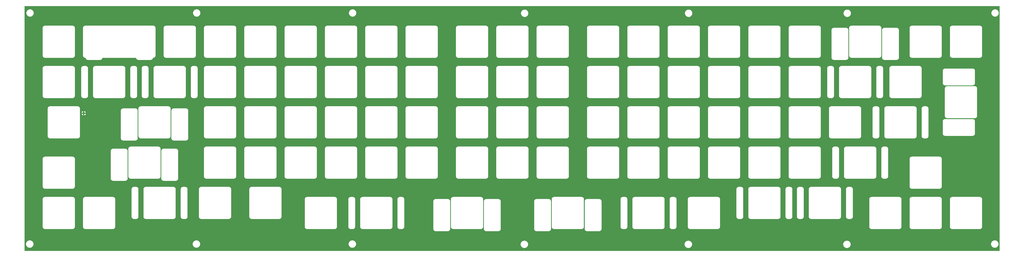
<source format=gtl>
G04 #@! TF.GenerationSoftware,KiCad,Pcbnew,(5.1.6)-1*
G04 #@! TF.CreationDate,2020-08-27T10:41:37-04:00*
G04 #@! TF.ProjectId,railroad-keyboard-switch-plate,7261696c-726f-4616-942d-6b6579626f61,rev?*
G04 #@! TF.SameCoordinates,Original*
G04 #@! TF.FileFunction,Copper,L1,Top*
G04 #@! TF.FilePolarity,Positive*
%FSLAX46Y46*%
G04 Gerber Fmt 4.6, Leading zero omitted, Abs format (unit mm)*
G04 Created by KiCad (PCBNEW (5.1.6)-1) date 2020-08-27 10:41:37*
%MOMM*%
%LPD*%
G01*
G04 APERTURE LIST*
G04 #@! TA.AperFunction,ComponentPad*
%ADD10R,0.850000X0.850000*%
G04 #@! TD*
G04 #@! TA.AperFunction,Conductor*
%ADD11C,0.254000*%
G04 #@! TD*
G04 APERTURE END LIST*
D10*
X21209000Y-396621000D03*
D11*
G36*
X453788078Y-346128777D02*
G01*
X453798392Y-346131890D01*
X453807912Y-346136952D01*
X453816264Y-346143764D01*
X453823135Y-346152070D01*
X453828260Y-346161548D01*
X453831448Y-346171845D01*
X453836100Y-346216107D01*
X453836101Y-461501093D01*
X453831524Y-461547777D01*
X453828409Y-461558093D01*
X453823348Y-461567612D01*
X453816536Y-461575964D01*
X453808231Y-461582834D01*
X453798751Y-461587960D01*
X453788457Y-461591147D01*
X453744186Y-461595800D01*
X-6561703Y-461595800D01*
X-6608377Y-461591224D01*
X-6618693Y-461588109D01*
X-6628212Y-461583048D01*
X-6636564Y-461576236D01*
X-6643434Y-461567931D01*
X-6648560Y-461558451D01*
X-6651747Y-461548157D01*
X-6656400Y-461503886D01*
X-6656400Y-458278728D01*
X-6157197Y-458278728D01*
X-6157197Y-458647272D01*
X-6085298Y-459008735D01*
X-5944262Y-459349226D01*
X-5739510Y-459655659D01*
X-5478909Y-459916260D01*
X-5172476Y-460121012D01*
X-4831985Y-460262048D01*
X-4470522Y-460333947D01*
X-4101978Y-460333947D01*
X-3740515Y-460262048D01*
X-3400024Y-460121012D01*
X-3093591Y-459916260D01*
X-2832990Y-459655659D01*
X-2628238Y-459349226D01*
X-2487202Y-459008735D01*
X-2415303Y-458647272D01*
X-2415303Y-458278728D01*
X-2417093Y-458269728D01*
X72582803Y-458269728D01*
X72582803Y-458638272D01*
X72654702Y-458999735D01*
X72795738Y-459340226D01*
X73000490Y-459646659D01*
X73261091Y-459907260D01*
X73567524Y-460112012D01*
X73908015Y-460253048D01*
X74269478Y-460324947D01*
X74638022Y-460324947D01*
X74999485Y-460253048D01*
X75339976Y-460112012D01*
X75646409Y-459907260D01*
X75907010Y-459646659D01*
X76111762Y-459340226D01*
X76252798Y-458999735D01*
X76324697Y-458638272D01*
X76324697Y-458278728D01*
X146242803Y-458278728D01*
X146242803Y-458647272D01*
X146314702Y-459008735D01*
X146455738Y-459349226D01*
X146660490Y-459655659D01*
X146921091Y-459916260D01*
X147227524Y-460121012D01*
X147568015Y-460262048D01*
X147929478Y-460333947D01*
X148298022Y-460333947D01*
X148659485Y-460262048D01*
X148999976Y-460121012D01*
X149306409Y-459916260D01*
X149567010Y-459655659D01*
X149771762Y-459349226D01*
X149912798Y-459008735D01*
X149984697Y-458647272D01*
X149984697Y-458405728D01*
X227522803Y-458405728D01*
X227522803Y-458774272D01*
X227594702Y-459135735D01*
X227735738Y-459476226D01*
X227940490Y-459782659D01*
X228201091Y-460043260D01*
X228507524Y-460248012D01*
X228848015Y-460389048D01*
X229209478Y-460460947D01*
X229578022Y-460460947D01*
X229939485Y-460389048D01*
X230279976Y-460248012D01*
X230586409Y-460043260D01*
X230847010Y-459782659D01*
X231051762Y-459476226D01*
X231192798Y-459135735D01*
X231264697Y-458774272D01*
X231264697Y-458405728D01*
X304992803Y-458405728D01*
X304992803Y-458774272D01*
X305064702Y-459135735D01*
X305205738Y-459476226D01*
X305410490Y-459782659D01*
X305671091Y-460043260D01*
X305977524Y-460248012D01*
X306318015Y-460389048D01*
X306679478Y-460460947D01*
X307048022Y-460460947D01*
X307409485Y-460389048D01*
X307749976Y-460248012D01*
X308056409Y-460043260D01*
X308317010Y-459782659D01*
X308521762Y-459476226D01*
X308662798Y-459135735D01*
X308734697Y-458774272D01*
X308734697Y-458405728D01*
X379922803Y-458405728D01*
X379922803Y-458774272D01*
X379994702Y-459135735D01*
X380135738Y-459476226D01*
X380340490Y-459782659D01*
X380601091Y-460043260D01*
X380907524Y-460248012D01*
X381248015Y-460389048D01*
X381609478Y-460460947D01*
X381978022Y-460460947D01*
X382339485Y-460389048D01*
X382679976Y-460248012D01*
X382986409Y-460043260D01*
X383247010Y-459782659D01*
X383451762Y-459476226D01*
X383592798Y-459135735D01*
X383664697Y-458774272D01*
X383664697Y-458405728D01*
X383639436Y-458278728D01*
X449772803Y-458278728D01*
X449772803Y-458647272D01*
X449844702Y-459008735D01*
X449985738Y-459349226D01*
X450190490Y-459655659D01*
X450451091Y-459916260D01*
X450757524Y-460121012D01*
X451098015Y-460262048D01*
X451459478Y-460333947D01*
X451828022Y-460333947D01*
X452189485Y-460262048D01*
X452529976Y-460121012D01*
X452836409Y-459916260D01*
X453097010Y-459655659D01*
X453301762Y-459349226D01*
X453442798Y-459008735D01*
X453514697Y-458647272D01*
X453514697Y-458278728D01*
X453442798Y-457917265D01*
X453301762Y-457576774D01*
X453097010Y-457270341D01*
X452836409Y-457009740D01*
X452529976Y-456804988D01*
X452189485Y-456663952D01*
X451828022Y-456592053D01*
X451459478Y-456592053D01*
X451098015Y-456663952D01*
X450757524Y-456804988D01*
X450451091Y-457009740D01*
X450190490Y-457270341D01*
X449985738Y-457576774D01*
X449844702Y-457917265D01*
X449772803Y-458278728D01*
X383639436Y-458278728D01*
X383592798Y-458044265D01*
X383451762Y-457703774D01*
X383247010Y-457397341D01*
X382986409Y-457136740D01*
X382679976Y-456931988D01*
X382339485Y-456790952D01*
X381978022Y-456719053D01*
X381609478Y-456719053D01*
X381248015Y-456790952D01*
X380907524Y-456931988D01*
X380601091Y-457136740D01*
X380340490Y-457397341D01*
X380135738Y-457703774D01*
X379994702Y-458044265D01*
X379922803Y-458405728D01*
X308734697Y-458405728D01*
X308662798Y-458044265D01*
X308521762Y-457703774D01*
X308317010Y-457397341D01*
X308056409Y-457136740D01*
X307749976Y-456931988D01*
X307409485Y-456790952D01*
X307048022Y-456719053D01*
X306679478Y-456719053D01*
X306318015Y-456790952D01*
X305977524Y-456931988D01*
X305671091Y-457136740D01*
X305410490Y-457397341D01*
X305205738Y-457703774D01*
X305064702Y-458044265D01*
X304992803Y-458405728D01*
X231264697Y-458405728D01*
X231192798Y-458044265D01*
X231051762Y-457703774D01*
X230847010Y-457397341D01*
X230586409Y-457136740D01*
X230279976Y-456931988D01*
X229939485Y-456790952D01*
X229578022Y-456719053D01*
X229209478Y-456719053D01*
X228848015Y-456790952D01*
X228507524Y-456931988D01*
X228201091Y-457136740D01*
X227940490Y-457397341D01*
X227735738Y-457703774D01*
X227594702Y-458044265D01*
X227522803Y-458405728D01*
X149984697Y-458405728D01*
X149984697Y-458278728D01*
X149912798Y-457917265D01*
X149771762Y-457576774D01*
X149567010Y-457270341D01*
X149306409Y-457009740D01*
X148999976Y-456804988D01*
X148659485Y-456663952D01*
X148298022Y-456592053D01*
X147929478Y-456592053D01*
X147568015Y-456663952D01*
X147227524Y-456804988D01*
X146921091Y-457009740D01*
X146660490Y-457270341D01*
X146455738Y-457576774D01*
X146314702Y-457917265D01*
X146242803Y-458278728D01*
X76324697Y-458278728D01*
X76324697Y-458269728D01*
X76252798Y-457908265D01*
X76111762Y-457567774D01*
X75907010Y-457261341D01*
X75646409Y-457000740D01*
X75339976Y-456795988D01*
X74999485Y-456654952D01*
X74638022Y-456583053D01*
X74269478Y-456583053D01*
X73908015Y-456654952D01*
X73567524Y-456795988D01*
X73261091Y-457000740D01*
X73000490Y-457261341D01*
X72795738Y-457567774D01*
X72654702Y-457908265D01*
X72582803Y-458269728D01*
X-2417093Y-458269728D01*
X-2487202Y-457917265D01*
X-2628238Y-457576774D01*
X-2832990Y-457270341D01*
X-3093591Y-457009740D01*
X-3400024Y-456804988D01*
X-3740515Y-456663952D01*
X-4101978Y-456592053D01*
X-4470522Y-456592053D01*
X-4831985Y-456663952D01*
X-5172476Y-456804988D01*
X-5478909Y-457009740D01*
X-5739510Y-457270341D01*
X-5944262Y-457576774D01*
X-6085298Y-457917265D01*
X-6157197Y-458278728D01*
X-6656400Y-458278728D01*
X-6656400Y-437237596D01*
X1686100Y-437237596D01*
X1686101Y-450309805D01*
X1689158Y-450340841D01*
X1689137Y-450343805D01*
X1690138Y-450354018D01*
X1695186Y-450402052D01*
X1696736Y-450417785D01*
X1696895Y-450418310D01*
X1700338Y-450451067D01*
X1713738Y-450516344D01*
X1726216Y-450581759D01*
X1729182Y-450591584D01*
X1758038Y-450684803D01*
X1783880Y-450746278D01*
X1808811Y-450807984D01*
X1813628Y-450817045D01*
X1860041Y-450902883D01*
X1897296Y-450958115D01*
X1933769Y-451013851D01*
X1940255Y-451021804D01*
X2002457Y-451096993D01*
X2049741Y-451143948D01*
X2096330Y-451191524D01*
X2104237Y-451198065D01*
X2104242Y-451198070D01*
X2104248Y-451198074D01*
X2179858Y-451259741D01*
X2235356Y-451296614D01*
X2290319Y-451334248D01*
X2299346Y-451339129D01*
X2385507Y-451384941D01*
X2447113Y-451410333D01*
X2508320Y-451436567D01*
X2518124Y-451439602D01*
X2518128Y-451439603D01*
X2518130Y-451439604D01*
X2518132Y-451439604D01*
X2611542Y-451467807D01*
X2676935Y-451480756D01*
X2742057Y-451494597D01*
X2752248Y-451495668D01*
X2752256Y-451495670D01*
X2752263Y-451495670D01*
X2848789Y-451505134D01*
X2884995Y-451508700D01*
X15957204Y-451508700D01*
X15988249Y-451505642D01*
X15991204Y-451505663D01*
X16001417Y-451504662D01*
X16049300Y-451499629D01*
X16065184Y-451498065D01*
X16065714Y-451497904D01*
X16098466Y-451494462D01*
X16163743Y-451481062D01*
X16229158Y-451468584D01*
X16238983Y-451465618D01*
X16332202Y-451436762D01*
X16393677Y-451410920D01*
X16455383Y-451385989D01*
X16464444Y-451381172D01*
X16550282Y-451334759D01*
X16605514Y-451297504D01*
X16661250Y-451261031D01*
X16669203Y-451254545D01*
X16744392Y-451192343D01*
X16791347Y-451145059D01*
X16838923Y-451098470D01*
X16845464Y-451090563D01*
X16845469Y-451090558D01*
X16845473Y-451090552D01*
X16907140Y-451014942D01*
X16944013Y-450959444D01*
X16981647Y-450904481D01*
X16986528Y-450895454D01*
X17032340Y-450809293D01*
X17057732Y-450747687D01*
X17083966Y-450686480D01*
X17087001Y-450676676D01*
X17115206Y-450583258D01*
X17128155Y-450517865D01*
X17141996Y-450452743D01*
X17143067Y-450442552D01*
X17143069Y-450442544D01*
X17143069Y-450442537D01*
X17152591Y-450345420D01*
X17156099Y-450309805D01*
X17156099Y-437237596D01*
X20736100Y-437237596D01*
X20736101Y-450309805D01*
X20739158Y-450340841D01*
X20739137Y-450343805D01*
X20740138Y-450354018D01*
X20745186Y-450402052D01*
X20746736Y-450417785D01*
X20746895Y-450418310D01*
X20750338Y-450451067D01*
X20763738Y-450516344D01*
X20776216Y-450581759D01*
X20779182Y-450591584D01*
X20808038Y-450684803D01*
X20833880Y-450746278D01*
X20858811Y-450807984D01*
X20863628Y-450817045D01*
X20910041Y-450902883D01*
X20947296Y-450958115D01*
X20983769Y-451013851D01*
X20990255Y-451021804D01*
X21052457Y-451096993D01*
X21099741Y-451143948D01*
X21146330Y-451191524D01*
X21154237Y-451198065D01*
X21154242Y-451198070D01*
X21154248Y-451198074D01*
X21229858Y-451259741D01*
X21285356Y-451296614D01*
X21340319Y-451334248D01*
X21349346Y-451339129D01*
X21435507Y-451384941D01*
X21497113Y-451410333D01*
X21558320Y-451436567D01*
X21568124Y-451439602D01*
X21568128Y-451439603D01*
X21568130Y-451439604D01*
X21568132Y-451439604D01*
X21661542Y-451467807D01*
X21726935Y-451480756D01*
X21792057Y-451494597D01*
X21802248Y-451495668D01*
X21802256Y-451495670D01*
X21802263Y-451495670D01*
X21898789Y-451505134D01*
X21934995Y-451508700D01*
X35007205Y-451508700D01*
X35038250Y-451505642D01*
X35041205Y-451505663D01*
X35051418Y-451504662D01*
X35099301Y-451499629D01*
X35115185Y-451498065D01*
X35115715Y-451497904D01*
X35148467Y-451494462D01*
X35213744Y-451481062D01*
X35279159Y-451468584D01*
X35288984Y-451465618D01*
X35382203Y-451436762D01*
X35443678Y-451410920D01*
X35505384Y-451385989D01*
X35514445Y-451381172D01*
X35600283Y-451334759D01*
X35655515Y-451297504D01*
X35711251Y-451261031D01*
X35719204Y-451254545D01*
X35794393Y-451192343D01*
X35841348Y-451145059D01*
X35888924Y-451098470D01*
X35895465Y-451090563D01*
X35895470Y-451090558D01*
X35895474Y-451090552D01*
X35957141Y-451014942D01*
X35994014Y-450959444D01*
X36031648Y-450904481D01*
X36036529Y-450895454D01*
X36082341Y-450809293D01*
X36107733Y-450747687D01*
X36133967Y-450686480D01*
X36137002Y-450676676D01*
X36165207Y-450583258D01*
X36178156Y-450517865D01*
X36191997Y-450452743D01*
X36193068Y-450442552D01*
X36193070Y-450442544D01*
X36193070Y-450442537D01*
X36202592Y-450345420D01*
X36206100Y-450309805D01*
X36206100Y-437237595D01*
X36203042Y-437206550D01*
X36203063Y-437203595D01*
X36202062Y-437193382D01*
X36197030Y-437145507D01*
X36195465Y-437129615D01*
X36195304Y-437129085D01*
X36191862Y-437096334D01*
X36178464Y-437031064D01*
X36165984Y-436965641D01*
X36163018Y-436955816D01*
X36134162Y-436862597D01*
X36108325Y-436801134D01*
X36083389Y-436739416D01*
X36078572Y-436730355D01*
X36032159Y-436644517D01*
X35994889Y-436589262D01*
X35958431Y-436533549D01*
X35951945Y-436525596D01*
X35889743Y-436450407D01*
X35842459Y-436403452D01*
X35795870Y-436355876D01*
X35787963Y-436349334D01*
X35712342Y-436287659D01*
X35656821Y-436250770D01*
X35601881Y-436213152D01*
X35592870Y-436208280D01*
X35592863Y-436208275D01*
X35592856Y-436208272D01*
X35592854Y-436208271D01*
X35506693Y-436162459D01*
X35445087Y-436137067D01*
X35383880Y-436110833D01*
X35374076Y-436107798D01*
X35374072Y-436107797D01*
X35374070Y-436107796D01*
X35374068Y-436107796D01*
X35280658Y-436079593D01*
X35215272Y-436066646D01*
X35150144Y-436052803D01*
X35139951Y-436051731D01*
X35139944Y-436051730D01*
X35139938Y-436051730D01*
X35043410Y-436042266D01*
X35007205Y-436038700D01*
X21934995Y-436038700D01*
X21903950Y-436041758D01*
X21900995Y-436041737D01*
X21890782Y-436042738D01*
X21842907Y-436047770D01*
X21827015Y-436049335D01*
X21826485Y-436049496D01*
X21793734Y-436052938D01*
X21728464Y-436066336D01*
X21663041Y-436078816D01*
X21653216Y-436081782D01*
X21559997Y-436110638D01*
X21498534Y-436136475D01*
X21436816Y-436161411D01*
X21427755Y-436166228D01*
X21341917Y-436212641D01*
X21286662Y-436249911D01*
X21230949Y-436286369D01*
X21222996Y-436292855D01*
X21147807Y-436355057D01*
X21100852Y-436402341D01*
X21053276Y-436448930D01*
X21046734Y-436456837D01*
X20985059Y-436532458D01*
X20948170Y-436587979D01*
X20910552Y-436642919D01*
X20905680Y-436651930D01*
X20905675Y-436651937D01*
X20905672Y-436651944D01*
X20905671Y-436651946D01*
X20859859Y-436738107D01*
X20834467Y-436799713D01*
X20808233Y-436860920D01*
X20805198Y-436870724D01*
X20776993Y-436964142D01*
X20764046Y-437029528D01*
X20750203Y-437094656D01*
X20749131Y-437104849D01*
X20749130Y-437104856D01*
X20749130Y-437104862D01*
X20739644Y-437201612D01*
X20736100Y-437237596D01*
X17156099Y-437237596D01*
X17156099Y-437237595D01*
X17153041Y-437206550D01*
X17153062Y-437203595D01*
X17152061Y-437193382D01*
X17147029Y-437145507D01*
X17145464Y-437129615D01*
X17145303Y-437129085D01*
X17141861Y-437096334D01*
X17128463Y-437031064D01*
X17115983Y-436965641D01*
X17113017Y-436955816D01*
X17084161Y-436862597D01*
X17058324Y-436801134D01*
X17033388Y-436739416D01*
X17028571Y-436730355D01*
X16982158Y-436644517D01*
X16944888Y-436589262D01*
X16908430Y-436533549D01*
X16901944Y-436525596D01*
X16839742Y-436450407D01*
X16792458Y-436403452D01*
X16745869Y-436355876D01*
X16737962Y-436349334D01*
X16662341Y-436287659D01*
X16606820Y-436250770D01*
X16551880Y-436213152D01*
X16542869Y-436208280D01*
X16542862Y-436208275D01*
X16542855Y-436208272D01*
X16542853Y-436208271D01*
X16456692Y-436162459D01*
X16395086Y-436137067D01*
X16333879Y-436110833D01*
X16324075Y-436107798D01*
X16324071Y-436107797D01*
X16324069Y-436107796D01*
X16324067Y-436107796D01*
X16230657Y-436079593D01*
X16165271Y-436066646D01*
X16100143Y-436052803D01*
X16089950Y-436051731D01*
X16089943Y-436051730D01*
X16089937Y-436051730D01*
X15993409Y-436042266D01*
X15957204Y-436038700D01*
X2884995Y-436038700D01*
X2853950Y-436041758D01*
X2850995Y-436041737D01*
X2840782Y-436042738D01*
X2792907Y-436047770D01*
X2777015Y-436049335D01*
X2776485Y-436049496D01*
X2743734Y-436052938D01*
X2678464Y-436066336D01*
X2613041Y-436078816D01*
X2603216Y-436081782D01*
X2509997Y-436110638D01*
X2448534Y-436136475D01*
X2386816Y-436161411D01*
X2377755Y-436166228D01*
X2291917Y-436212641D01*
X2236662Y-436249911D01*
X2180949Y-436286369D01*
X2172996Y-436292855D01*
X2097807Y-436355057D01*
X2050852Y-436402341D01*
X2003276Y-436448930D01*
X1996734Y-436456837D01*
X1935059Y-436532458D01*
X1898170Y-436587979D01*
X1860552Y-436642919D01*
X1855680Y-436651930D01*
X1855675Y-436651937D01*
X1855672Y-436651944D01*
X1855671Y-436651946D01*
X1809859Y-436738107D01*
X1784467Y-436799713D01*
X1758233Y-436860920D01*
X1755198Y-436870724D01*
X1726993Y-436964142D01*
X1714046Y-437029528D01*
X1700203Y-437094656D01*
X1699131Y-437104849D01*
X1699130Y-437104856D01*
X1699130Y-437104862D01*
X1689644Y-437201612D01*
X1686100Y-437237596D01*
X-6656400Y-437237596D01*
X-6656400Y-432475096D01*
X43711100Y-432475096D01*
X43711101Y-445547305D01*
X43714158Y-445578341D01*
X43714137Y-445581305D01*
X43715138Y-445591518D01*
X43720186Y-445639552D01*
X43721736Y-445655285D01*
X43721895Y-445655810D01*
X43725338Y-445688567D01*
X43738738Y-445753844D01*
X43751216Y-445819259D01*
X43754182Y-445829084D01*
X43783038Y-445922303D01*
X43808880Y-445983778D01*
X43833811Y-446045484D01*
X43838628Y-446054545D01*
X43885041Y-446140383D01*
X43922296Y-446195615D01*
X43958769Y-446251351D01*
X43965255Y-446259304D01*
X44027457Y-446334493D01*
X44074741Y-446381448D01*
X44121330Y-446429024D01*
X44129237Y-446435565D01*
X44129242Y-446435570D01*
X44129248Y-446435574D01*
X44204858Y-446497241D01*
X44260356Y-446534114D01*
X44315319Y-446571748D01*
X44324346Y-446576629D01*
X44410507Y-446622441D01*
X44472113Y-446647833D01*
X44533320Y-446674067D01*
X44543124Y-446677102D01*
X44543128Y-446677103D01*
X44543130Y-446677104D01*
X44543132Y-446677104D01*
X44636542Y-446705307D01*
X44701935Y-446718256D01*
X44767057Y-446732097D01*
X44777248Y-446733168D01*
X44777256Y-446733170D01*
X44777263Y-446733170D01*
X44873789Y-446742634D01*
X44909995Y-446746200D01*
X45982205Y-446746200D01*
X46013250Y-446743142D01*
X46016205Y-446743163D01*
X46026418Y-446742162D01*
X46074301Y-446737129D01*
X46090185Y-446735565D01*
X46090715Y-446735404D01*
X46123467Y-446731962D01*
X46188744Y-446718562D01*
X46254159Y-446706084D01*
X46263984Y-446703118D01*
X46357203Y-446674262D01*
X46418678Y-446648420D01*
X46480384Y-446623489D01*
X46489445Y-446618672D01*
X46575283Y-446572259D01*
X46630515Y-446535004D01*
X46686251Y-446498531D01*
X46694204Y-446492045D01*
X46769393Y-446429843D01*
X46816348Y-446382559D01*
X46863924Y-446335970D01*
X46870465Y-446328063D01*
X46870470Y-446328058D01*
X46870474Y-446328052D01*
X46932141Y-446252442D01*
X46969014Y-446196944D01*
X47006648Y-446141981D01*
X47011529Y-446132954D01*
X47057341Y-446046793D01*
X47082733Y-445985187D01*
X47108967Y-445923980D01*
X47112002Y-445914176D01*
X47140207Y-445820758D01*
X47153156Y-445755365D01*
X47166997Y-445690243D01*
X47168068Y-445680052D01*
X47168070Y-445680044D01*
X47168070Y-445680037D01*
X47177592Y-445582920D01*
X47181100Y-445547305D01*
X47181100Y-432475096D01*
X49311100Y-432475096D01*
X49311101Y-445547305D01*
X49314158Y-445578341D01*
X49314137Y-445581305D01*
X49315138Y-445591518D01*
X49320186Y-445639552D01*
X49321736Y-445655285D01*
X49321895Y-445655810D01*
X49325338Y-445688567D01*
X49338738Y-445753844D01*
X49351216Y-445819259D01*
X49354182Y-445829084D01*
X49383038Y-445922303D01*
X49408880Y-445983778D01*
X49433811Y-446045484D01*
X49438628Y-446054545D01*
X49485041Y-446140383D01*
X49522296Y-446195615D01*
X49558769Y-446251351D01*
X49565255Y-446259304D01*
X49627457Y-446334493D01*
X49674741Y-446381448D01*
X49721330Y-446429024D01*
X49729237Y-446435565D01*
X49729242Y-446435570D01*
X49729248Y-446435574D01*
X49804858Y-446497241D01*
X49860356Y-446534114D01*
X49915319Y-446571748D01*
X49924346Y-446576629D01*
X50010507Y-446622441D01*
X50072113Y-446647833D01*
X50133320Y-446674067D01*
X50143124Y-446677102D01*
X50143128Y-446677103D01*
X50143130Y-446677104D01*
X50143132Y-446677104D01*
X50236542Y-446705307D01*
X50301935Y-446718256D01*
X50367057Y-446732097D01*
X50377248Y-446733168D01*
X50377256Y-446733170D01*
X50377263Y-446733170D01*
X50473789Y-446742634D01*
X50509995Y-446746200D01*
X63582205Y-446746200D01*
X63613250Y-446743142D01*
X63616205Y-446743163D01*
X63626418Y-446742162D01*
X63674301Y-446737129D01*
X63690185Y-446735565D01*
X63690715Y-446735404D01*
X63723467Y-446731962D01*
X63788744Y-446718562D01*
X63854159Y-446706084D01*
X63863984Y-446703118D01*
X63957203Y-446674262D01*
X64018678Y-446648420D01*
X64080384Y-446623489D01*
X64089445Y-446618672D01*
X64175283Y-446572259D01*
X64230515Y-446535004D01*
X64286251Y-446498531D01*
X64294204Y-446492045D01*
X64369393Y-446429843D01*
X64416348Y-446382559D01*
X64463924Y-446335970D01*
X64470465Y-446328063D01*
X64470470Y-446328058D01*
X64470474Y-446328052D01*
X64532141Y-446252442D01*
X64569014Y-446196944D01*
X64606648Y-446141981D01*
X64611529Y-446132954D01*
X64657341Y-446046793D01*
X64682733Y-445985187D01*
X64708967Y-445923980D01*
X64712002Y-445914176D01*
X64740207Y-445820758D01*
X64753156Y-445755365D01*
X64766997Y-445690243D01*
X64768068Y-445680052D01*
X64768070Y-445680044D01*
X64768070Y-445680037D01*
X64777592Y-445582920D01*
X64781100Y-445547305D01*
X64781100Y-432475096D01*
X66911100Y-432475096D01*
X66911101Y-445547305D01*
X66914158Y-445578341D01*
X66914137Y-445581305D01*
X66915138Y-445591518D01*
X66920186Y-445639552D01*
X66921736Y-445655285D01*
X66921895Y-445655810D01*
X66925338Y-445688567D01*
X66938738Y-445753844D01*
X66951216Y-445819259D01*
X66954182Y-445829084D01*
X66983038Y-445922303D01*
X67008880Y-445983778D01*
X67033811Y-446045484D01*
X67038628Y-446054545D01*
X67085041Y-446140383D01*
X67122296Y-446195615D01*
X67158769Y-446251351D01*
X67165255Y-446259304D01*
X67227457Y-446334493D01*
X67274741Y-446381448D01*
X67321330Y-446429024D01*
X67329237Y-446435565D01*
X67329242Y-446435570D01*
X67329248Y-446435574D01*
X67404858Y-446497241D01*
X67460356Y-446534114D01*
X67515319Y-446571748D01*
X67524346Y-446576629D01*
X67610507Y-446622441D01*
X67672113Y-446647833D01*
X67733320Y-446674067D01*
X67743124Y-446677102D01*
X67743128Y-446677103D01*
X67743130Y-446677104D01*
X67743132Y-446677104D01*
X67836542Y-446705307D01*
X67901935Y-446718256D01*
X67967057Y-446732097D01*
X67977248Y-446733168D01*
X67977256Y-446733170D01*
X67977263Y-446733170D01*
X68073789Y-446742634D01*
X68109995Y-446746200D01*
X69182205Y-446746200D01*
X69213250Y-446743142D01*
X69216205Y-446743163D01*
X69226418Y-446742162D01*
X69274301Y-446737129D01*
X69290185Y-446735565D01*
X69290715Y-446735404D01*
X69323467Y-446731962D01*
X69388744Y-446718562D01*
X69454159Y-446706084D01*
X69463984Y-446703118D01*
X69557203Y-446674262D01*
X69618678Y-446648420D01*
X69680384Y-446623489D01*
X69689445Y-446618672D01*
X69775283Y-446572259D01*
X69830515Y-446535004D01*
X69886251Y-446498531D01*
X69894204Y-446492045D01*
X69969393Y-446429843D01*
X70016348Y-446382559D01*
X70063924Y-446335970D01*
X70070465Y-446328063D01*
X70070470Y-446328058D01*
X70070474Y-446328052D01*
X70132141Y-446252442D01*
X70169014Y-446196944D01*
X70206648Y-446141981D01*
X70211529Y-446132954D01*
X70257341Y-446046793D01*
X70282733Y-445985187D01*
X70308967Y-445923980D01*
X70312002Y-445914176D01*
X70340207Y-445820758D01*
X70353156Y-445755365D01*
X70366997Y-445690243D01*
X70368068Y-445680052D01*
X70368070Y-445680044D01*
X70368070Y-445680037D01*
X70377592Y-445582920D01*
X70381100Y-445547305D01*
X70381100Y-432475096D01*
X75504850Y-432475096D01*
X75504851Y-445547305D01*
X75507908Y-445578341D01*
X75507887Y-445581305D01*
X75508888Y-445591518D01*
X75513936Y-445639552D01*
X75515486Y-445655285D01*
X75515645Y-445655810D01*
X75519088Y-445688567D01*
X75532488Y-445753844D01*
X75544966Y-445819259D01*
X75547932Y-445829084D01*
X75576788Y-445922303D01*
X75602630Y-445983778D01*
X75627561Y-446045484D01*
X75632378Y-446054545D01*
X75678791Y-446140383D01*
X75716046Y-446195615D01*
X75752519Y-446251351D01*
X75759005Y-446259304D01*
X75821207Y-446334493D01*
X75868491Y-446381448D01*
X75915080Y-446429024D01*
X75922987Y-446435565D01*
X75922992Y-446435570D01*
X75922998Y-446435574D01*
X75998608Y-446497241D01*
X76054106Y-446534114D01*
X76109069Y-446571748D01*
X76118096Y-446576629D01*
X76204257Y-446622441D01*
X76265863Y-446647833D01*
X76327070Y-446674067D01*
X76336874Y-446677102D01*
X76336878Y-446677103D01*
X76336880Y-446677104D01*
X76336882Y-446677104D01*
X76430292Y-446705307D01*
X76495685Y-446718256D01*
X76560807Y-446732097D01*
X76570998Y-446733168D01*
X76571006Y-446733170D01*
X76571013Y-446733170D01*
X76667539Y-446742634D01*
X76703745Y-446746200D01*
X89775955Y-446746200D01*
X89807000Y-446743142D01*
X89809955Y-446743163D01*
X89820168Y-446742162D01*
X89868051Y-446737129D01*
X89883935Y-446735565D01*
X89884465Y-446735404D01*
X89917217Y-446731962D01*
X89982494Y-446718562D01*
X90047909Y-446706084D01*
X90057734Y-446703118D01*
X90150953Y-446674262D01*
X90212428Y-446648420D01*
X90274134Y-446623489D01*
X90283195Y-446618672D01*
X90369033Y-446572259D01*
X90424265Y-446535004D01*
X90480001Y-446498531D01*
X90487954Y-446492045D01*
X90563143Y-446429843D01*
X90610098Y-446382559D01*
X90657674Y-446335970D01*
X90664215Y-446328063D01*
X90664220Y-446328058D01*
X90664224Y-446328052D01*
X90725891Y-446252442D01*
X90762764Y-446196944D01*
X90800398Y-446141981D01*
X90805279Y-446132954D01*
X90851091Y-446046793D01*
X90876483Y-445985187D01*
X90902717Y-445923980D01*
X90905752Y-445914176D01*
X90933957Y-445820758D01*
X90946906Y-445755365D01*
X90960747Y-445690243D01*
X90961818Y-445680052D01*
X90961820Y-445680044D01*
X90961820Y-445680037D01*
X90971342Y-445582920D01*
X90974850Y-445547305D01*
X90974850Y-432475096D01*
X99317350Y-432475096D01*
X99317351Y-445547305D01*
X99320408Y-445578341D01*
X99320387Y-445581305D01*
X99321388Y-445591518D01*
X99326436Y-445639552D01*
X99327986Y-445655285D01*
X99328145Y-445655810D01*
X99331588Y-445688567D01*
X99344988Y-445753844D01*
X99357466Y-445819259D01*
X99360432Y-445829084D01*
X99389288Y-445922303D01*
X99415130Y-445983778D01*
X99440061Y-446045484D01*
X99444878Y-446054545D01*
X99491291Y-446140383D01*
X99528546Y-446195615D01*
X99565019Y-446251351D01*
X99571505Y-446259304D01*
X99633707Y-446334493D01*
X99680991Y-446381448D01*
X99727580Y-446429024D01*
X99735487Y-446435565D01*
X99735492Y-446435570D01*
X99735498Y-446435574D01*
X99811108Y-446497241D01*
X99866606Y-446534114D01*
X99921569Y-446571748D01*
X99930596Y-446576629D01*
X100016757Y-446622441D01*
X100078363Y-446647833D01*
X100139570Y-446674067D01*
X100149374Y-446677102D01*
X100149378Y-446677103D01*
X100149380Y-446677104D01*
X100149382Y-446677104D01*
X100242792Y-446705307D01*
X100308185Y-446718256D01*
X100373307Y-446732097D01*
X100383498Y-446733168D01*
X100383506Y-446733170D01*
X100383513Y-446733170D01*
X100480039Y-446742634D01*
X100516245Y-446746200D01*
X113588455Y-446746200D01*
X113619500Y-446743142D01*
X113622455Y-446743163D01*
X113632668Y-446742162D01*
X113680551Y-446737129D01*
X113696435Y-446735565D01*
X113696965Y-446735404D01*
X113729717Y-446731962D01*
X113794994Y-446718562D01*
X113860409Y-446706084D01*
X113870234Y-446703118D01*
X113963453Y-446674262D01*
X114024928Y-446648420D01*
X114086634Y-446623489D01*
X114095695Y-446618672D01*
X114181533Y-446572259D01*
X114236765Y-446535004D01*
X114292501Y-446498531D01*
X114300454Y-446492045D01*
X114375643Y-446429843D01*
X114422598Y-446382559D01*
X114470174Y-446335970D01*
X114476715Y-446328063D01*
X114476720Y-446328058D01*
X114476724Y-446328052D01*
X114538391Y-446252442D01*
X114575264Y-446196944D01*
X114612898Y-446141981D01*
X114617779Y-446132954D01*
X114663591Y-446046793D01*
X114688983Y-445985187D01*
X114715217Y-445923980D01*
X114718252Y-445914176D01*
X114746457Y-445820758D01*
X114759406Y-445755365D01*
X114773247Y-445690243D01*
X114774318Y-445680052D01*
X114774320Y-445680044D01*
X114774320Y-445680037D01*
X114783842Y-445582920D01*
X114787350Y-445547305D01*
X114787350Y-437237596D01*
X125511100Y-437237596D01*
X125511101Y-450309805D01*
X125514158Y-450340841D01*
X125514137Y-450343805D01*
X125515138Y-450354018D01*
X125520186Y-450402052D01*
X125521736Y-450417785D01*
X125521895Y-450418310D01*
X125525338Y-450451067D01*
X125538738Y-450516344D01*
X125551216Y-450581759D01*
X125554182Y-450591584D01*
X125583038Y-450684803D01*
X125608880Y-450746278D01*
X125633811Y-450807984D01*
X125638628Y-450817045D01*
X125685041Y-450902883D01*
X125722296Y-450958115D01*
X125758769Y-451013851D01*
X125765255Y-451021804D01*
X125827457Y-451096993D01*
X125874741Y-451143948D01*
X125921330Y-451191524D01*
X125929237Y-451198065D01*
X125929242Y-451198070D01*
X125929248Y-451198074D01*
X126004858Y-451259741D01*
X126060356Y-451296614D01*
X126115319Y-451334248D01*
X126124346Y-451339129D01*
X126210507Y-451384941D01*
X126272113Y-451410333D01*
X126333320Y-451436567D01*
X126343124Y-451439602D01*
X126343128Y-451439603D01*
X126343130Y-451439604D01*
X126343132Y-451439604D01*
X126436542Y-451467807D01*
X126501935Y-451480756D01*
X126567057Y-451494597D01*
X126577248Y-451495668D01*
X126577256Y-451495670D01*
X126577263Y-451495670D01*
X126673789Y-451505134D01*
X126709995Y-451508700D01*
X139782205Y-451508700D01*
X139813250Y-451505642D01*
X139816205Y-451505663D01*
X139826418Y-451504662D01*
X139874301Y-451499629D01*
X139890185Y-451498065D01*
X139890715Y-451497904D01*
X139923467Y-451494462D01*
X139988744Y-451481062D01*
X140054159Y-451468584D01*
X140063984Y-451465618D01*
X140157203Y-451436762D01*
X140218678Y-451410920D01*
X140280384Y-451385989D01*
X140289445Y-451381172D01*
X140375283Y-451334759D01*
X140430515Y-451297504D01*
X140486251Y-451261031D01*
X140494204Y-451254545D01*
X140569393Y-451192343D01*
X140616348Y-451145059D01*
X140663924Y-451098470D01*
X140670465Y-451090563D01*
X140670470Y-451090558D01*
X140670474Y-451090552D01*
X140732141Y-451014942D01*
X140769014Y-450959444D01*
X140806648Y-450904481D01*
X140811529Y-450895454D01*
X140857341Y-450809293D01*
X140882733Y-450747687D01*
X140908967Y-450686480D01*
X140912002Y-450676676D01*
X140940207Y-450583258D01*
X140953156Y-450517865D01*
X140966997Y-450452743D01*
X140968068Y-450442552D01*
X140968070Y-450442544D01*
X140968070Y-450442537D01*
X140977592Y-450345420D01*
X140981100Y-450309805D01*
X140981100Y-437237596D01*
X146104850Y-437237596D01*
X146104851Y-450309805D01*
X146107908Y-450340841D01*
X146107887Y-450343805D01*
X146108888Y-450354018D01*
X146113936Y-450402052D01*
X146115486Y-450417785D01*
X146115645Y-450418310D01*
X146119088Y-450451067D01*
X146132488Y-450516344D01*
X146144966Y-450581759D01*
X146147932Y-450591584D01*
X146176788Y-450684803D01*
X146202630Y-450746278D01*
X146227561Y-450807984D01*
X146232378Y-450817045D01*
X146278791Y-450902883D01*
X146316046Y-450958115D01*
X146352519Y-451013851D01*
X146359005Y-451021804D01*
X146421207Y-451096993D01*
X146468491Y-451143948D01*
X146515080Y-451191524D01*
X146522987Y-451198065D01*
X146522992Y-451198070D01*
X146522998Y-451198074D01*
X146598608Y-451259741D01*
X146654106Y-451296614D01*
X146709069Y-451334248D01*
X146718096Y-451339129D01*
X146804257Y-451384941D01*
X146865863Y-451410333D01*
X146927070Y-451436567D01*
X146936874Y-451439602D01*
X146936878Y-451439603D01*
X146936880Y-451439604D01*
X146936882Y-451439604D01*
X147030292Y-451467807D01*
X147095685Y-451480756D01*
X147160807Y-451494597D01*
X147170998Y-451495668D01*
X147171006Y-451495670D01*
X147171013Y-451495670D01*
X147267539Y-451505134D01*
X147303745Y-451508700D01*
X148375955Y-451508700D01*
X148407000Y-451505642D01*
X148409955Y-451505663D01*
X148420168Y-451504662D01*
X148468051Y-451499629D01*
X148483935Y-451498065D01*
X148484465Y-451497904D01*
X148517217Y-451494462D01*
X148582494Y-451481062D01*
X148647909Y-451468584D01*
X148657734Y-451465618D01*
X148750953Y-451436762D01*
X148812428Y-451410920D01*
X148874134Y-451385989D01*
X148883195Y-451381172D01*
X148969033Y-451334759D01*
X149024265Y-451297504D01*
X149080001Y-451261031D01*
X149087954Y-451254545D01*
X149163143Y-451192343D01*
X149210098Y-451145059D01*
X149257674Y-451098470D01*
X149264215Y-451090563D01*
X149264220Y-451090558D01*
X149264224Y-451090552D01*
X149325891Y-451014942D01*
X149362764Y-450959444D01*
X149400398Y-450904481D01*
X149405279Y-450895454D01*
X149451091Y-450809293D01*
X149476483Y-450747687D01*
X149502717Y-450686480D01*
X149505752Y-450676676D01*
X149533957Y-450583258D01*
X149546906Y-450517865D01*
X149560747Y-450452743D01*
X149561818Y-450442552D01*
X149561820Y-450442544D01*
X149561820Y-450442537D01*
X149571342Y-450345420D01*
X149574850Y-450309805D01*
X149574850Y-437237596D01*
X151704850Y-437237596D01*
X151704851Y-450309805D01*
X151707908Y-450340841D01*
X151707887Y-450343805D01*
X151708888Y-450354018D01*
X151713936Y-450402052D01*
X151715486Y-450417785D01*
X151715645Y-450418310D01*
X151719088Y-450451067D01*
X151732488Y-450516344D01*
X151744966Y-450581759D01*
X151747932Y-450591584D01*
X151776788Y-450684803D01*
X151802630Y-450746278D01*
X151827561Y-450807984D01*
X151832378Y-450817045D01*
X151878791Y-450902883D01*
X151916046Y-450958115D01*
X151952519Y-451013851D01*
X151959005Y-451021804D01*
X152021207Y-451096993D01*
X152068491Y-451143948D01*
X152115080Y-451191524D01*
X152122987Y-451198065D01*
X152122992Y-451198070D01*
X152122998Y-451198074D01*
X152198608Y-451259741D01*
X152254106Y-451296614D01*
X152309069Y-451334248D01*
X152318096Y-451339129D01*
X152404257Y-451384941D01*
X152465863Y-451410333D01*
X152527070Y-451436567D01*
X152536874Y-451439602D01*
X152536878Y-451439603D01*
X152536880Y-451439604D01*
X152536882Y-451439604D01*
X152630292Y-451467807D01*
X152695685Y-451480756D01*
X152760807Y-451494597D01*
X152770998Y-451495668D01*
X152771006Y-451495670D01*
X152771013Y-451495670D01*
X152867539Y-451505134D01*
X152903745Y-451508700D01*
X165975955Y-451508700D01*
X166007000Y-451505642D01*
X166009955Y-451505663D01*
X166020168Y-451504662D01*
X166068051Y-451499629D01*
X166083935Y-451498065D01*
X166084465Y-451497904D01*
X166117217Y-451494462D01*
X166182494Y-451481062D01*
X166247909Y-451468584D01*
X166257734Y-451465618D01*
X166350953Y-451436762D01*
X166412428Y-451410920D01*
X166474134Y-451385989D01*
X166483195Y-451381172D01*
X166569033Y-451334759D01*
X166624265Y-451297504D01*
X166680001Y-451261031D01*
X166687954Y-451254545D01*
X166763143Y-451192343D01*
X166810098Y-451145059D01*
X166857674Y-451098470D01*
X166864215Y-451090563D01*
X166864220Y-451090558D01*
X166864224Y-451090552D01*
X166925891Y-451014942D01*
X166962764Y-450959444D01*
X167000398Y-450904481D01*
X167005279Y-450895454D01*
X167051091Y-450809293D01*
X167076483Y-450747687D01*
X167102717Y-450686480D01*
X167105752Y-450676676D01*
X167133957Y-450583258D01*
X167146906Y-450517865D01*
X167160747Y-450452743D01*
X167161818Y-450442552D01*
X167161820Y-450442544D01*
X167161820Y-450442537D01*
X167171342Y-450345420D01*
X167174850Y-450309805D01*
X167174850Y-437237596D01*
X169304850Y-437237596D01*
X169304851Y-450309805D01*
X169307908Y-450340841D01*
X169307887Y-450343805D01*
X169308888Y-450354018D01*
X169313936Y-450402052D01*
X169315486Y-450417785D01*
X169315645Y-450418310D01*
X169319088Y-450451067D01*
X169332488Y-450516344D01*
X169344966Y-450581759D01*
X169347932Y-450591584D01*
X169376788Y-450684803D01*
X169402630Y-450746278D01*
X169427561Y-450807984D01*
X169432378Y-450817045D01*
X169478791Y-450902883D01*
X169516046Y-450958115D01*
X169552519Y-451013851D01*
X169559005Y-451021804D01*
X169621207Y-451096993D01*
X169668491Y-451143948D01*
X169715080Y-451191524D01*
X169722987Y-451198065D01*
X169722992Y-451198070D01*
X169722998Y-451198074D01*
X169798608Y-451259741D01*
X169854106Y-451296614D01*
X169909069Y-451334248D01*
X169918096Y-451339129D01*
X170004257Y-451384941D01*
X170065863Y-451410333D01*
X170127070Y-451436567D01*
X170136874Y-451439602D01*
X170136878Y-451439603D01*
X170136880Y-451439604D01*
X170136882Y-451439604D01*
X170230292Y-451467807D01*
X170295685Y-451480756D01*
X170360807Y-451494597D01*
X170370998Y-451495668D01*
X170371006Y-451495670D01*
X170371013Y-451495670D01*
X170467539Y-451505134D01*
X170503745Y-451508700D01*
X171575955Y-451508700D01*
X171607000Y-451505642D01*
X171609955Y-451505663D01*
X171620168Y-451504662D01*
X171668051Y-451499629D01*
X171683935Y-451498065D01*
X171684465Y-451497904D01*
X171717217Y-451494462D01*
X171782494Y-451481062D01*
X171847909Y-451468584D01*
X171857734Y-451465618D01*
X171950953Y-451436762D01*
X172012428Y-451410920D01*
X172074134Y-451385989D01*
X172083195Y-451381172D01*
X172169033Y-451334759D01*
X172224265Y-451297504D01*
X172280001Y-451261031D01*
X172287954Y-451254545D01*
X172363143Y-451192343D01*
X172410098Y-451145059D01*
X172457674Y-451098470D01*
X172464215Y-451090563D01*
X172464220Y-451090558D01*
X172464224Y-451090552D01*
X172525891Y-451014942D01*
X172562764Y-450959444D01*
X172600398Y-450904481D01*
X172605279Y-450895454D01*
X172651091Y-450809293D01*
X172676483Y-450747687D01*
X172702717Y-450686480D01*
X172705752Y-450676676D01*
X172733957Y-450583258D01*
X172746906Y-450517865D01*
X172760747Y-450452743D01*
X172761818Y-450442552D01*
X172761820Y-450442544D01*
X172761820Y-450442537D01*
X172771342Y-450345420D01*
X172774850Y-450309805D01*
X172774850Y-438237596D01*
X186254350Y-438237596D01*
X186254351Y-451309805D01*
X186257408Y-451340841D01*
X186257387Y-451343805D01*
X186258388Y-451354018D01*
X186263436Y-451402052D01*
X186264986Y-451417785D01*
X186265145Y-451418310D01*
X186268588Y-451451067D01*
X186281988Y-451516344D01*
X186294466Y-451581759D01*
X186297432Y-451591584D01*
X186326288Y-451684803D01*
X186352130Y-451746278D01*
X186377061Y-451807984D01*
X186381878Y-451817045D01*
X186428291Y-451902883D01*
X186465546Y-451958115D01*
X186502019Y-452013851D01*
X186508505Y-452021804D01*
X186570707Y-452096993D01*
X186617991Y-452143948D01*
X186664580Y-452191524D01*
X186672487Y-452198065D01*
X186672492Y-452198070D01*
X186672498Y-452198074D01*
X186748108Y-452259741D01*
X186803606Y-452296614D01*
X186858569Y-452334248D01*
X186867596Y-452339129D01*
X186953757Y-452384941D01*
X187015363Y-452410333D01*
X187076570Y-452436567D01*
X187086374Y-452439602D01*
X187086378Y-452439603D01*
X187086380Y-452439604D01*
X187086382Y-452439604D01*
X187179792Y-452467807D01*
X187245185Y-452480756D01*
X187310307Y-452494597D01*
X187320498Y-452495668D01*
X187320506Y-452495670D01*
X187320513Y-452495670D01*
X187417039Y-452505134D01*
X187453245Y-452508700D01*
X193275455Y-452508700D01*
X193306500Y-452505642D01*
X193309455Y-452505663D01*
X193319668Y-452504662D01*
X193367551Y-452499629D01*
X193383435Y-452498065D01*
X193383965Y-452497904D01*
X193416717Y-452494462D01*
X193481994Y-452481062D01*
X193547409Y-452468584D01*
X193557234Y-452465618D01*
X193650453Y-452436762D01*
X193711928Y-452410920D01*
X193773634Y-452385989D01*
X193782695Y-452381172D01*
X193868533Y-452334759D01*
X193923765Y-452297504D01*
X193979501Y-452261031D01*
X193987454Y-452254545D01*
X194062643Y-452192343D01*
X194109598Y-452145059D01*
X194157174Y-452098470D01*
X194163715Y-452090563D01*
X194163720Y-452090558D01*
X194163724Y-452090552D01*
X194225391Y-452014942D01*
X194262264Y-451959444D01*
X194299898Y-451904481D01*
X194304779Y-451895454D01*
X194350591Y-451809293D01*
X194375983Y-451747687D01*
X194402217Y-451686480D01*
X194405252Y-451676676D01*
X194433457Y-451583258D01*
X194446406Y-451517865D01*
X194460247Y-451452743D01*
X194461318Y-451442552D01*
X194461320Y-451442544D01*
X194461320Y-451442537D01*
X194470842Y-451345420D01*
X194474350Y-451309805D01*
X194474350Y-438237595D01*
X194471292Y-438206550D01*
X194471313Y-438203595D01*
X194470312Y-438193382D01*
X194465280Y-438145507D01*
X194463715Y-438129615D01*
X194463554Y-438129085D01*
X194460112Y-438096334D01*
X194446714Y-438031064D01*
X194434234Y-437965641D01*
X194431268Y-437955816D01*
X194402412Y-437862597D01*
X194376575Y-437801134D01*
X194351639Y-437739416D01*
X194346822Y-437730355D01*
X194300409Y-437644517D01*
X194263139Y-437589262D01*
X194226681Y-437533549D01*
X194220195Y-437525596D01*
X194157993Y-437450407D01*
X194110709Y-437403452D01*
X194064120Y-437355876D01*
X194056213Y-437349334D01*
X193980592Y-437287659D01*
X193925071Y-437250770D01*
X193905831Y-437237596D01*
X194567350Y-437237596D01*
X194567351Y-450309805D01*
X194570408Y-450340841D01*
X194570387Y-450343805D01*
X194571388Y-450354018D01*
X194576436Y-450402052D01*
X194577986Y-450417785D01*
X194578145Y-450418310D01*
X194581588Y-450451067D01*
X194594988Y-450516344D01*
X194607466Y-450581759D01*
X194610432Y-450591584D01*
X194639288Y-450684803D01*
X194665130Y-450746278D01*
X194690061Y-450807984D01*
X194694878Y-450817045D01*
X194741291Y-450902883D01*
X194778546Y-450958115D01*
X194815019Y-451013851D01*
X194821505Y-451021804D01*
X194883707Y-451096993D01*
X194930991Y-451143948D01*
X194977580Y-451191524D01*
X194985487Y-451198065D01*
X194985492Y-451198070D01*
X194985498Y-451198074D01*
X195061108Y-451259741D01*
X195116606Y-451296614D01*
X195171569Y-451334248D01*
X195180596Y-451339129D01*
X195266757Y-451384941D01*
X195328363Y-451410333D01*
X195389570Y-451436567D01*
X195399374Y-451439602D01*
X195399378Y-451439603D01*
X195399380Y-451439604D01*
X195399382Y-451439604D01*
X195492792Y-451467807D01*
X195558185Y-451480756D01*
X195623307Y-451494597D01*
X195633498Y-451495668D01*
X195633506Y-451495670D01*
X195633513Y-451495670D01*
X195730039Y-451505134D01*
X195766245Y-451508700D01*
X208838455Y-451508700D01*
X208869500Y-451505642D01*
X208872455Y-451505663D01*
X208882668Y-451504662D01*
X208930551Y-451499629D01*
X208946435Y-451498065D01*
X208946965Y-451497904D01*
X208979717Y-451494462D01*
X209044994Y-451481062D01*
X209110409Y-451468584D01*
X209120234Y-451465618D01*
X209213453Y-451436762D01*
X209274928Y-451410920D01*
X209336634Y-451385989D01*
X209345695Y-451381172D01*
X209431533Y-451334759D01*
X209486765Y-451297504D01*
X209542501Y-451261031D01*
X209550454Y-451254545D01*
X209625643Y-451192343D01*
X209672598Y-451145059D01*
X209720174Y-451098470D01*
X209726715Y-451090563D01*
X209726720Y-451090558D01*
X209726724Y-451090552D01*
X209788391Y-451014942D01*
X209825264Y-450959444D01*
X209862898Y-450904481D01*
X209867779Y-450895454D01*
X209913591Y-450809293D01*
X209938983Y-450747687D01*
X209965217Y-450686480D01*
X209968252Y-450676676D01*
X209996457Y-450583258D01*
X210009406Y-450517865D01*
X210023247Y-450452743D01*
X210024318Y-450442552D01*
X210024320Y-450442544D01*
X210024320Y-450442537D01*
X210033842Y-450345420D01*
X210037350Y-450309805D01*
X210037350Y-438237596D01*
X210130350Y-438237596D01*
X210130351Y-451309805D01*
X210133408Y-451340841D01*
X210133387Y-451343805D01*
X210134388Y-451354018D01*
X210139436Y-451402052D01*
X210140986Y-451417785D01*
X210141145Y-451418310D01*
X210144588Y-451451067D01*
X210157988Y-451516344D01*
X210170466Y-451581759D01*
X210173432Y-451591584D01*
X210202288Y-451684803D01*
X210228130Y-451746278D01*
X210253061Y-451807984D01*
X210257878Y-451817045D01*
X210304291Y-451902883D01*
X210341546Y-451958115D01*
X210378019Y-452013851D01*
X210384505Y-452021804D01*
X210446707Y-452096993D01*
X210493991Y-452143948D01*
X210540580Y-452191524D01*
X210548487Y-452198065D01*
X210548492Y-452198070D01*
X210548498Y-452198074D01*
X210624108Y-452259741D01*
X210679606Y-452296614D01*
X210734569Y-452334248D01*
X210743596Y-452339129D01*
X210829757Y-452384941D01*
X210891363Y-452410333D01*
X210952570Y-452436567D01*
X210962374Y-452439602D01*
X210962378Y-452439603D01*
X210962380Y-452439604D01*
X210962382Y-452439604D01*
X211055792Y-452467807D01*
X211121185Y-452480756D01*
X211186307Y-452494597D01*
X211196498Y-452495668D01*
X211196506Y-452495670D01*
X211196513Y-452495670D01*
X211293039Y-452505134D01*
X211329245Y-452508700D01*
X217151455Y-452508700D01*
X217182500Y-452505642D01*
X217185455Y-452505663D01*
X217195668Y-452504662D01*
X217243551Y-452499629D01*
X217259435Y-452498065D01*
X217259965Y-452497904D01*
X217292717Y-452494462D01*
X217357994Y-452481062D01*
X217423409Y-452468584D01*
X217433234Y-452465618D01*
X217526453Y-452436762D01*
X217587928Y-452410920D01*
X217649634Y-452385989D01*
X217658695Y-452381172D01*
X217744533Y-452334759D01*
X217799765Y-452297504D01*
X217855501Y-452261031D01*
X217863454Y-452254545D01*
X217938643Y-452192343D01*
X217985598Y-452145059D01*
X218033174Y-452098470D01*
X218039715Y-452090563D01*
X218039720Y-452090558D01*
X218039724Y-452090552D01*
X218101391Y-452014942D01*
X218138264Y-451959444D01*
X218175898Y-451904481D01*
X218180779Y-451895454D01*
X218226591Y-451809293D01*
X218251983Y-451747687D01*
X218278217Y-451686480D01*
X218281252Y-451676676D01*
X218309457Y-451583258D01*
X218322406Y-451517865D01*
X218336247Y-451452743D01*
X218337318Y-451442552D01*
X218337320Y-451442544D01*
X218337320Y-451442537D01*
X218346842Y-451345420D01*
X218350350Y-451309805D01*
X218350350Y-438237596D01*
X233879350Y-438237596D01*
X233879351Y-451309805D01*
X233882408Y-451340841D01*
X233882387Y-451343805D01*
X233883388Y-451354018D01*
X233888436Y-451402052D01*
X233889986Y-451417785D01*
X233890145Y-451418310D01*
X233893588Y-451451067D01*
X233906988Y-451516344D01*
X233919466Y-451581759D01*
X233922432Y-451591584D01*
X233951288Y-451684803D01*
X233977130Y-451746278D01*
X234002061Y-451807984D01*
X234006878Y-451817045D01*
X234053291Y-451902883D01*
X234090546Y-451958115D01*
X234127019Y-452013851D01*
X234133505Y-452021804D01*
X234195707Y-452096993D01*
X234242991Y-452143948D01*
X234289580Y-452191524D01*
X234297487Y-452198065D01*
X234297492Y-452198070D01*
X234297498Y-452198074D01*
X234373108Y-452259741D01*
X234428606Y-452296614D01*
X234483569Y-452334248D01*
X234492596Y-452339129D01*
X234578757Y-452384941D01*
X234640363Y-452410333D01*
X234701570Y-452436567D01*
X234711374Y-452439602D01*
X234711378Y-452439603D01*
X234711380Y-452439604D01*
X234711382Y-452439604D01*
X234804792Y-452467807D01*
X234870185Y-452480756D01*
X234935307Y-452494597D01*
X234945498Y-452495668D01*
X234945506Y-452495670D01*
X234945513Y-452495670D01*
X235042039Y-452505134D01*
X235078245Y-452508700D01*
X240900455Y-452508700D01*
X240931500Y-452505642D01*
X240934455Y-452505663D01*
X240944668Y-452504662D01*
X240992551Y-452499629D01*
X241008435Y-452498065D01*
X241008965Y-452497904D01*
X241041717Y-452494462D01*
X241106994Y-452481062D01*
X241172409Y-452468584D01*
X241182234Y-452465618D01*
X241275453Y-452436762D01*
X241336928Y-452410920D01*
X241398634Y-452385989D01*
X241407695Y-452381172D01*
X241493533Y-452334759D01*
X241548765Y-452297504D01*
X241604501Y-452261031D01*
X241612454Y-452254545D01*
X241687643Y-452192343D01*
X241734598Y-452145059D01*
X241782174Y-452098470D01*
X241788715Y-452090563D01*
X241788720Y-452090558D01*
X241788724Y-452090552D01*
X241850391Y-452014942D01*
X241887264Y-451959444D01*
X241924898Y-451904481D01*
X241929779Y-451895454D01*
X241975591Y-451809293D01*
X242000983Y-451747687D01*
X242027217Y-451686480D01*
X242030252Y-451676676D01*
X242058457Y-451583258D01*
X242071406Y-451517865D01*
X242085247Y-451452743D01*
X242086318Y-451442552D01*
X242086320Y-451442544D01*
X242086320Y-451442537D01*
X242095842Y-451345420D01*
X242099350Y-451309805D01*
X242099350Y-438237595D01*
X242096292Y-438206550D01*
X242096313Y-438203595D01*
X242095312Y-438193382D01*
X242090280Y-438145507D01*
X242088715Y-438129615D01*
X242088554Y-438129085D01*
X242085112Y-438096334D01*
X242071714Y-438031064D01*
X242059234Y-437965641D01*
X242056268Y-437955816D01*
X242027412Y-437862597D01*
X242001575Y-437801134D01*
X241976639Y-437739416D01*
X241971822Y-437730355D01*
X241925409Y-437644517D01*
X241888139Y-437589262D01*
X241851681Y-437533549D01*
X241845195Y-437525596D01*
X241782993Y-437450407D01*
X241735709Y-437403452D01*
X241689120Y-437355876D01*
X241681213Y-437349334D01*
X241605592Y-437287659D01*
X241550071Y-437250770D01*
X241530831Y-437237596D01*
X242192350Y-437237596D01*
X242192351Y-450309805D01*
X242195408Y-450340841D01*
X242195387Y-450343805D01*
X242196388Y-450354018D01*
X242201436Y-450402052D01*
X242202986Y-450417785D01*
X242203145Y-450418310D01*
X242206588Y-450451067D01*
X242219988Y-450516344D01*
X242232466Y-450581759D01*
X242235432Y-450591584D01*
X242264288Y-450684803D01*
X242290130Y-450746278D01*
X242315061Y-450807984D01*
X242319878Y-450817045D01*
X242366291Y-450902883D01*
X242403546Y-450958115D01*
X242440019Y-451013851D01*
X242446505Y-451021804D01*
X242508707Y-451096993D01*
X242555991Y-451143948D01*
X242602580Y-451191524D01*
X242610487Y-451198065D01*
X242610492Y-451198070D01*
X242610498Y-451198074D01*
X242686108Y-451259741D01*
X242741606Y-451296614D01*
X242796569Y-451334248D01*
X242805596Y-451339129D01*
X242891757Y-451384941D01*
X242953363Y-451410333D01*
X243014570Y-451436567D01*
X243024374Y-451439602D01*
X243024378Y-451439603D01*
X243024380Y-451439604D01*
X243024382Y-451439604D01*
X243117792Y-451467807D01*
X243183185Y-451480756D01*
X243248307Y-451494597D01*
X243258498Y-451495668D01*
X243258506Y-451495670D01*
X243258513Y-451495670D01*
X243355039Y-451505134D01*
X243391245Y-451508700D01*
X256463455Y-451508700D01*
X256494500Y-451505642D01*
X256497455Y-451505663D01*
X256507668Y-451504662D01*
X256555551Y-451499629D01*
X256571435Y-451498065D01*
X256571965Y-451497904D01*
X256604717Y-451494462D01*
X256669994Y-451481062D01*
X256735409Y-451468584D01*
X256745234Y-451465618D01*
X256838453Y-451436762D01*
X256899928Y-451410920D01*
X256961634Y-451385989D01*
X256970695Y-451381172D01*
X257056533Y-451334759D01*
X257111765Y-451297504D01*
X257167501Y-451261031D01*
X257175454Y-451254545D01*
X257250643Y-451192343D01*
X257297598Y-451145059D01*
X257345174Y-451098470D01*
X257351715Y-451090563D01*
X257351720Y-451090558D01*
X257351724Y-451090552D01*
X257413391Y-451014942D01*
X257450264Y-450959444D01*
X257487898Y-450904481D01*
X257492779Y-450895454D01*
X257538591Y-450809293D01*
X257563983Y-450747687D01*
X257590217Y-450686480D01*
X257593252Y-450676676D01*
X257621457Y-450583258D01*
X257634406Y-450517865D01*
X257648247Y-450452743D01*
X257649318Y-450442552D01*
X257649320Y-450442544D01*
X257649320Y-450442537D01*
X257658842Y-450345420D01*
X257662350Y-450309805D01*
X257662350Y-438237596D01*
X257755350Y-438237596D01*
X257755351Y-451309805D01*
X257758408Y-451340841D01*
X257758387Y-451343805D01*
X257759388Y-451354018D01*
X257764436Y-451402052D01*
X257765986Y-451417785D01*
X257766145Y-451418310D01*
X257769588Y-451451067D01*
X257782988Y-451516344D01*
X257795466Y-451581759D01*
X257798432Y-451591584D01*
X257827288Y-451684803D01*
X257853130Y-451746278D01*
X257878061Y-451807984D01*
X257882878Y-451817045D01*
X257929291Y-451902883D01*
X257966546Y-451958115D01*
X258003019Y-452013851D01*
X258009505Y-452021804D01*
X258071707Y-452096993D01*
X258118991Y-452143948D01*
X258165580Y-452191524D01*
X258173487Y-452198065D01*
X258173492Y-452198070D01*
X258173498Y-452198074D01*
X258249108Y-452259741D01*
X258304606Y-452296614D01*
X258359569Y-452334248D01*
X258368596Y-452339129D01*
X258454757Y-452384941D01*
X258516363Y-452410333D01*
X258577570Y-452436567D01*
X258587374Y-452439602D01*
X258587378Y-452439603D01*
X258587380Y-452439604D01*
X258587382Y-452439604D01*
X258680792Y-452467807D01*
X258746185Y-452480756D01*
X258811307Y-452494597D01*
X258821498Y-452495668D01*
X258821506Y-452495670D01*
X258821513Y-452495670D01*
X258918039Y-452505134D01*
X258954245Y-452508700D01*
X264776455Y-452508700D01*
X264807500Y-452505642D01*
X264810455Y-452505663D01*
X264820668Y-452504662D01*
X264868551Y-452499629D01*
X264884435Y-452498065D01*
X264884965Y-452497904D01*
X264917717Y-452494462D01*
X264982994Y-452481062D01*
X265048409Y-452468584D01*
X265058234Y-452465618D01*
X265151453Y-452436762D01*
X265212928Y-452410920D01*
X265274634Y-452385989D01*
X265283695Y-452381172D01*
X265369533Y-452334759D01*
X265424765Y-452297504D01*
X265480501Y-452261031D01*
X265488454Y-452254545D01*
X265563643Y-452192343D01*
X265610598Y-452145059D01*
X265658174Y-452098470D01*
X265664715Y-452090563D01*
X265664720Y-452090558D01*
X265664724Y-452090552D01*
X265726391Y-452014942D01*
X265763264Y-451959444D01*
X265800898Y-451904481D01*
X265805779Y-451895454D01*
X265851591Y-451809293D01*
X265876983Y-451747687D01*
X265903217Y-451686480D01*
X265906252Y-451676676D01*
X265934457Y-451583258D01*
X265947406Y-451517865D01*
X265961247Y-451452743D01*
X265962318Y-451442552D01*
X265962320Y-451442544D01*
X265962320Y-451442537D01*
X265971842Y-451345420D01*
X265975350Y-451309805D01*
X265975350Y-438237595D01*
X265972292Y-438206550D01*
X265972313Y-438203595D01*
X265971312Y-438193382D01*
X265966280Y-438145507D01*
X265964715Y-438129615D01*
X265964554Y-438129085D01*
X265961112Y-438096334D01*
X265947714Y-438031064D01*
X265935234Y-437965641D01*
X265932268Y-437955816D01*
X265903412Y-437862597D01*
X265877575Y-437801134D01*
X265852639Y-437739416D01*
X265847822Y-437730355D01*
X265801409Y-437644517D01*
X265764139Y-437589262D01*
X265727681Y-437533549D01*
X265721195Y-437525596D01*
X265658993Y-437450407D01*
X265611709Y-437403452D01*
X265565120Y-437355876D01*
X265557213Y-437349334D01*
X265481592Y-437287659D01*
X265426071Y-437250770D01*
X265406831Y-437237596D01*
X274692350Y-437237596D01*
X274692351Y-450309805D01*
X274695408Y-450340841D01*
X274695387Y-450343805D01*
X274696388Y-450354018D01*
X274701436Y-450402052D01*
X274702986Y-450417785D01*
X274703145Y-450418310D01*
X274706588Y-450451067D01*
X274719988Y-450516344D01*
X274732466Y-450581759D01*
X274735432Y-450591584D01*
X274764288Y-450684803D01*
X274790130Y-450746278D01*
X274815061Y-450807984D01*
X274819878Y-450817045D01*
X274866291Y-450902883D01*
X274903546Y-450958115D01*
X274940019Y-451013851D01*
X274946505Y-451021804D01*
X275008707Y-451096993D01*
X275055991Y-451143948D01*
X275102580Y-451191524D01*
X275110487Y-451198065D01*
X275110492Y-451198070D01*
X275110498Y-451198074D01*
X275186108Y-451259741D01*
X275241606Y-451296614D01*
X275296569Y-451334248D01*
X275305596Y-451339129D01*
X275391757Y-451384941D01*
X275453363Y-451410333D01*
X275514570Y-451436567D01*
X275524374Y-451439602D01*
X275524378Y-451439603D01*
X275524380Y-451439604D01*
X275524382Y-451439604D01*
X275617792Y-451467807D01*
X275683185Y-451480756D01*
X275748307Y-451494597D01*
X275758498Y-451495668D01*
X275758506Y-451495670D01*
X275758513Y-451495670D01*
X275855039Y-451505134D01*
X275891245Y-451508700D01*
X276963455Y-451508700D01*
X276994500Y-451505642D01*
X276997455Y-451505663D01*
X277007668Y-451504662D01*
X277055551Y-451499629D01*
X277071435Y-451498065D01*
X277071965Y-451497904D01*
X277104717Y-451494462D01*
X277169994Y-451481062D01*
X277235409Y-451468584D01*
X277245234Y-451465618D01*
X277338453Y-451436762D01*
X277399928Y-451410920D01*
X277461634Y-451385989D01*
X277470695Y-451381172D01*
X277556533Y-451334759D01*
X277611765Y-451297504D01*
X277667501Y-451261031D01*
X277675454Y-451254545D01*
X277750643Y-451192343D01*
X277797598Y-451145059D01*
X277845174Y-451098470D01*
X277851715Y-451090563D01*
X277851720Y-451090558D01*
X277851724Y-451090552D01*
X277913391Y-451014942D01*
X277950264Y-450959444D01*
X277987898Y-450904481D01*
X277992779Y-450895454D01*
X278038591Y-450809293D01*
X278063983Y-450747687D01*
X278090217Y-450686480D01*
X278093252Y-450676676D01*
X278121457Y-450583258D01*
X278134406Y-450517865D01*
X278148247Y-450452743D01*
X278149318Y-450442552D01*
X278149320Y-450442544D01*
X278149320Y-450442537D01*
X278158842Y-450345420D01*
X278162350Y-450309805D01*
X278162350Y-437237596D01*
X280292350Y-437237596D01*
X280292351Y-450309805D01*
X280295408Y-450340841D01*
X280295387Y-450343805D01*
X280296388Y-450354018D01*
X280301436Y-450402052D01*
X280302986Y-450417785D01*
X280303145Y-450418310D01*
X280306588Y-450451067D01*
X280319988Y-450516344D01*
X280332466Y-450581759D01*
X280335432Y-450591584D01*
X280364288Y-450684803D01*
X280390130Y-450746278D01*
X280415061Y-450807984D01*
X280419878Y-450817045D01*
X280466291Y-450902883D01*
X280503546Y-450958115D01*
X280540019Y-451013851D01*
X280546505Y-451021804D01*
X280608707Y-451096993D01*
X280655991Y-451143948D01*
X280702580Y-451191524D01*
X280710487Y-451198065D01*
X280710492Y-451198070D01*
X280710498Y-451198074D01*
X280786108Y-451259741D01*
X280841606Y-451296614D01*
X280896569Y-451334248D01*
X280905596Y-451339129D01*
X280991757Y-451384941D01*
X281053363Y-451410333D01*
X281114570Y-451436567D01*
X281124374Y-451439602D01*
X281124378Y-451439603D01*
X281124380Y-451439604D01*
X281124382Y-451439604D01*
X281217792Y-451467807D01*
X281283185Y-451480756D01*
X281348307Y-451494597D01*
X281358498Y-451495668D01*
X281358506Y-451495670D01*
X281358513Y-451495670D01*
X281455039Y-451505134D01*
X281491245Y-451508700D01*
X294563455Y-451508700D01*
X294594500Y-451505642D01*
X294597455Y-451505663D01*
X294607668Y-451504662D01*
X294655551Y-451499629D01*
X294671435Y-451498065D01*
X294671965Y-451497904D01*
X294704717Y-451494462D01*
X294769994Y-451481062D01*
X294835409Y-451468584D01*
X294845234Y-451465618D01*
X294938453Y-451436762D01*
X294999928Y-451410920D01*
X295061634Y-451385989D01*
X295070695Y-451381172D01*
X295156533Y-451334759D01*
X295211765Y-451297504D01*
X295267501Y-451261031D01*
X295275454Y-451254545D01*
X295350643Y-451192343D01*
X295397598Y-451145059D01*
X295445174Y-451098470D01*
X295451715Y-451090563D01*
X295451720Y-451090558D01*
X295451724Y-451090552D01*
X295513391Y-451014942D01*
X295550264Y-450959444D01*
X295587898Y-450904481D01*
X295592779Y-450895454D01*
X295638591Y-450809293D01*
X295663983Y-450747687D01*
X295690217Y-450686480D01*
X295693252Y-450676676D01*
X295721457Y-450583258D01*
X295734406Y-450517865D01*
X295748247Y-450452743D01*
X295749318Y-450442552D01*
X295749320Y-450442544D01*
X295749320Y-450442537D01*
X295758842Y-450345420D01*
X295762350Y-450309805D01*
X295762350Y-437237596D01*
X297892350Y-437237596D01*
X297892351Y-450309805D01*
X297895408Y-450340841D01*
X297895387Y-450343805D01*
X297896388Y-450354018D01*
X297901436Y-450402052D01*
X297902986Y-450417785D01*
X297903145Y-450418310D01*
X297906588Y-450451067D01*
X297919988Y-450516344D01*
X297932466Y-450581759D01*
X297935432Y-450591584D01*
X297964288Y-450684803D01*
X297990130Y-450746278D01*
X298015061Y-450807984D01*
X298019878Y-450817045D01*
X298066291Y-450902883D01*
X298103546Y-450958115D01*
X298140019Y-451013851D01*
X298146505Y-451021804D01*
X298208707Y-451096993D01*
X298255991Y-451143948D01*
X298302580Y-451191524D01*
X298310487Y-451198065D01*
X298310492Y-451198070D01*
X298310498Y-451198074D01*
X298386108Y-451259741D01*
X298441606Y-451296614D01*
X298496569Y-451334248D01*
X298505596Y-451339129D01*
X298591757Y-451384941D01*
X298653363Y-451410333D01*
X298714570Y-451436567D01*
X298724374Y-451439602D01*
X298724378Y-451439603D01*
X298724380Y-451439604D01*
X298724382Y-451439604D01*
X298817792Y-451467807D01*
X298883185Y-451480756D01*
X298948307Y-451494597D01*
X298958498Y-451495668D01*
X298958506Y-451495670D01*
X298958513Y-451495670D01*
X299055039Y-451505134D01*
X299091245Y-451508700D01*
X300163455Y-451508700D01*
X300194500Y-451505642D01*
X300197455Y-451505663D01*
X300207668Y-451504662D01*
X300255551Y-451499629D01*
X300271435Y-451498065D01*
X300271965Y-451497904D01*
X300304717Y-451494462D01*
X300369994Y-451481062D01*
X300435409Y-451468584D01*
X300445234Y-451465618D01*
X300538453Y-451436762D01*
X300599928Y-451410920D01*
X300661634Y-451385989D01*
X300670695Y-451381172D01*
X300756533Y-451334759D01*
X300811765Y-451297504D01*
X300867501Y-451261031D01*
X300875454Y-451254545D01*
X300950643Y-451192343D01*
X300997598Y-451145059D01*
X301045174Y-451098470D01*
X301051715Y-451090563D01*
X301051720Y-451090558D01*
X301051724Y-451090552D01*
X301113391Y-451014942D01*
X301150264Y-450959444D01*
X301187898Y-450904481D01*
X301192779Y-450895454D01*
X301238591Y-450809293D01*
X301263983Y-450747687D01*
X301290217Y-450686480D01*
X301293252Y-450676676D01*
X301321457Y-450583258D01*
X301334406Y-450517865D01*
X301348247Y-450452743D01*
X301349318Y-450442552D01*
X301349320Y-450442544D01*
X301349320Y-450442537D01*
X301358842Y-450345420D01*
X301362350Y-450309805D01*
X301362350Y-437237596D01*
X306486100Y-437237596D01*
X306486101Y-450309805D01*
X306489158Y-450340841D01*
X306489137Y-450343805D01*
X306490138Y-450354018D01*
X306495186Y-450402052D01*
X306496736Y-450417785D01*
X306496895Y-450418310D01*
X306500338Y-450451067D01*
X306513738Y-450516344D01*
X306526216Y-450581759D01*
X306529182Y-450591584D01*
X306558038Y-450684803D01*
X306583880Y-450746278D01*
X306608811Y-450807984D01*
X306613628Y-450817045D01*
X306660041Y-450902883D01*
X306697296Y-450958115D01*
X306733769Y-451013851D01*
X306740255Y-451021804D01*
X306802457Y-451096993D01*
X306849741Y-451143948D01*
X306896330Y-451191524D01*
X306904237Y-451198065D01*
X306904242Y-451198070D01*
X306904248Y-451198074D01*
X306979858Y-451259741D01*
X307035356Y-451296614D01*
X307090319Y-451334248D01*
X307099346Y-451339129D01*
X307185507Y-451384941D01*
X307247113Y-451410333D01*
X307308320Y-451436567D01*
X307318124Y-451439602D01*
X307318128Y-451439603D01*
X307318130Y-451439604D01*
X307318132Y-451439604D01*
X307411542Y-451467807D01*
X307476935Y-451480756D01*
X307542057Y-451494597D01*
X307552248Y-451495668D01*
X307552256Y-451495670D01*
X307552263Y-451495670D01*
X307648789Y-451505134D01*
X307684995Y-451508700D01*
X320757205Y-451508700D01*
X320788250Y-451505642D01*
X320791205Y-451505663D01*
X320801418Y-451504662D01*
X320849301Y-451499629D01*
X320865185Y-451498065D01*
X320865715Y-451497904D01*
X320898467Y-451494462D01*
X320963744Y-451481062D01*
X321029159Y-451468584D01*
X321038984Y-451465618D01*
X321132203Y-451436762D01*
X321193678Y-451410920D01*
X321255384Y-451385989D01*
X321264445Y-451381172D01*
X321350283Y-451334759D01*
X321405515Y-451297504D01*
X321461251Y-451261031D01*
X321469204Y-451254545D01*
X321544393Y-451192343D01*
X321591348Y-451145059D01*
X321638924Y-451098470D01*
X321645465Y-451090563D01*
X321645470Y-451090558D01*
X321645474Y-451090552D01*
X321707141Y-451014942D01*
X321744014Y-450959444D01*
X321781648Y-450904481D01*
X321786529Y-450895454D01*
X321832341Y-450809293D01*
X321857733Y-450747687D01*
X321883967Y-450686480D01*
X321887002Y-450676676D01*
X321915207Y-450583258D01*
X321928156Y-450517865D01*
X321941997Y-450452743D01*
X321943068Y-450442552D01*
X321943070Y-450442544D01*
X321943070Y-450442537D01*
X321952592Y-450345420D01*
X321956100Y-450309805D01*
X321956100Y-437237595D01*
X321953042Y-437206550D01*
X321953063Y-437203595D01*
X321952062Y-437193382D01*
X321947030Y-437145507D01*
X321945465Y-437129615D01*
X321945304Y-437129085D01*
X321941862Y-437096334D01*
X321928464Y-437031064D01*
X321915984Y-436965641D01*
X321913018Y-436955816D01*
X321884162Y-436862597D01*
X321858325Y-436801134D01*
X321833389Y-436739416D01*
X321828572Y-436730355D01*
X321782159Y-436644517D01*
X321744889Y-436589262D01*
X321708431Y-436533549D01*
X321701945Y-436525596D01*
X321639743Y-436450407D01*
X321592459Y-436403452D01*
X321545870Y-436355876D01*
X321537963Y-436349334D01*
X321462342Y-436287659D01*
X321406821Y-436250770D01*
X321351881Y-436213152D01*
X321342870Y-436208280D01*
X321342863Y-436208275D01*
X321342856Y-436208272D01*
X321342854Y-436208271D01*
X321256693Y-436162459D01*
X321195087Y-436137067D01*
X321133880Y-436110833D01*
X321124076Y-436107798D01*
X321124072Y-436107797D01*
X321124070Y-436107796D01*
X321124068Y-436107796D01*
X321030658Y-436079593D01*
X320965272Y-436066646D01*
X320900144Y-436052803D01*
X320889951Y-436051731D01*
X320889944Y-436051730D01*
X320889938Y-436051730D01*
X320793410Y-436042266D01*
X320757205Y-436038700D01*
X307684995Y-436038700D01*
X307653950Y-436041758D01*
X307650995Y-436041737D01*
X307640782Y-436042738D01*
X307592907Y-436047770D01*
X307577015Y-436049335D01*
X307576485Y-436049496D01*
X307543734Y-436052938D01*
X307478464Y-436066336D01*
X307413041Y-436078816D01*
X307403216Y-436081782D01*
X307309997Y-436110638D01*
X307248534Y-436136475D01*
X307186816Y-436161411D01*
X307177755Y-436166228D01*
X307091917Y-436212641D01*
X307036662Y-436249911D01*
X306980949Y-436286369D01*
X306972996Y-436292855D01*
X306897807Y-436355057D01*
X306850852Y-436402341D01*
X306803276Y-436448930D01*
X306796734Y-436456837D01*
X306735059Y-436532458D01*
X306698170Y-436587979D01*
X306660552Y-436642919D01*
X306655680Y-436651930D01*
X306655675Y-436651937D01*
X306655672Y-436651944D01*
X306655671Y-436651946D01*
X306609859Y-436738107D01*
X306584467Y-436799713D01*
X306558233Y-436860920D01*
X306555198Y-436870724D01*
X306526993Y-436964142D01*
X306514046Y-437029528D01*
X306500203Y-437094656D01*
X306499131Y-437104849D01*
X306499130Y-437104856D01*
X306499130Y-437104862D01*
X306489644Y-437201612D01*
X306486100Y-437237596D01*
X301362350Y-437237596D01*
X301362350Y-437237595D01*
X301359292Y-437206550D01*
X301359313Y-437203595D01*
X301358312Y-437193382D01*
X301353280Y-437145507D01*
X301351715Y-437129615D01*
X301351554Y-437129085D01*
X301348112Y-437096334D01*
X301334714Y-437031064D01*
X301322234Y-436965641D01*
X301319268Y-436955816D01*
X301290412Y-436862597D01*
X301264575Y-436801134D01*
X301239639Y-436739416D01*
X301234822Y-436730355D01*
X301188409Y-436644517D01*
X301151139Y-436589262D01*
X301114681Y-436533549D01*
X301108195Y-436525596D01*
X301045993Y-436450407D01*
X300998709Y-436403452D01*
X300952120Y-436355876D01*
X300944213Y-436349334D01*
X300868592Y-436287659D01*
X300813071Y-436250770D01*
X300758131Y-436213152D01*
X300749120Y-436208280D01*
X300749113Y-436208275D01*
X300749106Y-436208272D01*
X300749104Y-436208271D01*
X300662943Y-436162459D01*
X300601337Y-436137067D01*
X300540130Y-436110833D01*
X300530326Y-436107798D01*
X300530322Y-436107797D01*
X300530320Y-436107796D01*
X300530318Y-436107796D01*
X300436908Y-436079593D01*
X300371522Y-436066646D01*
X300306394Y-436052803D01*
X300296201Y-436051731D01*
X300296194Y-436051730D01*
X300296188Y-436051730D01*
X300199660Y-436042266D01*
X300163455Y-436038700D01*
X299091245Y-436038700D01*
X299060200Y-436041758D01*
X299057245Y-436041737D01*
X299047032Y-436042738D01*
X298999157Y-436047770D01*
X298983265Y-436049335D01*
X298982735Y-436049496D01*
X298949984Y-436052938D01*
X298884714Y-436066336D01*
X298819291Y-436078816D01*
X298809466Y-436081782D01*
X298716247Y-436110638D01*
X298654784Y-436136475D01*
X298593066Y-436161411D01*
X298584005Y-436166228D01*
X298498167Y-436212641D01*
X298442912Y-436249911D01*
X298387199Y-436286369D01*
X298379246Y-436292855D01*
X298304057Y-436355057D01*
X298257102Y-436402341D01*
X298209526Y-436448930D01*
X298202984Y-436456837D01*
X298141309Y-436532458D01*
X298104420Y-436587979D01*
X298066802Y-436642919D01*
X298061930Y-436651930D01*
X298061925Y-436651937D01*
X298061922Y-436651944D01*
X298061921Y-436651946D01*
X298016109Y-436738107D01*
X297990717Y-436799713D01*
X297964483Y-436860920D01*
X297961448Y-436870724D01*
X297933243Y-436964142D01*
X297920296Y-437029528D01*
X297906453Y-437094656D01*
X297905381Y-437104849D01*
X297905380Y-437104856D01*
X297905380Y-437104862D01*
X297895894Y-437201612D01*
X297892350Y-437237596D01*
X295762350Y-437237596D01*
X295762350Y-437237595D01*
X295759292Y-437206550D01*
X295759313Y-437203595D01*
X295758312Y-437193382D01*
X295753280Y-437145507D01*
X295751715Y-437129615D01*
X295751554Y-437129085D01*
X295748112Y-437096334D01*
X295734714Y-437031064D01*
X295722234Y-436965641D01*
X295719268Y-436955816D01*
X295690412Y-436862597D01*
X295664575Y-436801134D01*
X295639639Y-436739416D01*
X295634822Y-436730355D01*
X295588409Y-436644517D01*
X295551139Y-436589262D01*
X295514681Y-436533549D01*
X295508195Y-436525596D01*
X295445993Y-436450407D01*
X295398709Y-436403452D01*
X295352120Y-436355876D01*
X295344213Y-436349334D01*
X295268592Y-436287659D01*
X295213071Y-436250770D01*
X295158131Y-436213152D01*
X295149120Y-436208280D01*
X295149113Y-436208275D01*
X295149106Y-436208272D01*
X295149104Y-436208271D01*
X295062943Y-436162459D01*
X295001337Y-436137067D01*
X294940130Y-436110833D01*
X294930326Y-436107798D01*
X294930322Y-436107797D01*
X294930320Y-436107796D01*
X294930318Y-436107796D01*
X294836908Y-436079593D01*
X294771522Y-436066646D01*
X294706394Y-436052803D01*
X294696201Y-436051731D01*
X294696194Y-436051730D01*
X294696188Y-436051730D01*
X294599660Y-436042266D01*
X294563455Y-436038700D01*
X281491245Y-436038700D01*
X281460200Y-436041758D01*
X281457245Y-436041737D01*
X281447032Y-436042738D01*
X281399157Y-436047770D01*
X281383265Y-436049335D01*
X281382735Y-436049496D01*
X281349984Y-436052938D01*
X281284714Y-436066336D01*
X281219291Y-436078816D01*
X281209466Y-436081782D01*
X281116247Y-436110638D01*
X281054784Y-436136475D01*
X280993066Y-436161411D01*
X280984005Y-436166228D01*
X280898167Y-436212641D01*
X280842912Y-436249911D01*
X280787199Y-436286369D01*
X280779246Y-436292855D01*
X280704057Y-436355057D01*
X280657102Y-436402341D01*
X280609526Y-436448930D01*
X280602984Y-436456837D01*
X280541309Y-436532458D01*
X280504420Y-436587979D01*
X280466802Y-436642919D01*
X280461930Y-436651930D01*
X280461925Y-436651937D01*
X280461922Y-436651944D01*
X280461921Y-436651946D01*
X280416109Y-436738107D01*
X280390717Y-436799713D01*
X280364483Y-436860920D01*
X280361448Y-436870724D01*
X280333243Y-436964142D01*
X280320296Y-437029528D01*
X280306453Y-437094656D01*
X280305381Y-437104849D01*
X280305380Y-437104856D01*
X280305380Y-437104862D01*
X280295894Y-437201612D01*
X280292350Y-437237596D01*
X278162350Y-437237596D01*
X278162350Y-437237595D01*
X278159292Y-437206550D01*
X278159313Y-437203595D01*
X278158312Y-437193382D01*
X278153280Y-437145507D01*
X278151715Y-437129615D01*
X278151554Y-437129085D01*
X278148112Y-437096334D01*
X278134714Y-437031064D01*
X278122234Y-436965641D01*
X278119268Y-436955816D01*
X278090412Y-436862597D01*
X278064575Y-436801134D01*
X278039639Y-436739416D01*
X278034822Y-436730355D01*
X277988409Y-436644517D01*
X277951139Y-436589262D01*
X277914681Y-436533549D01*
X277908195Y-436525596D01*
X277845993Y-436450407D01*
X277798709Y-436403452D01*
X277752120Y-436355876D01*
X277744213Y-436349334D01*
X277668592Y-436287659D01*
X277613071Y-436250770D01*
X277558131Y-436213152D01*
X277549120Y-436208280D01*
X277549113Y-436208275D01*
X277549106Y-436208272D01*
X277549104Y-436208271D01*
X277462943Y-436162459D01*
X277401337Y-436137067D01*
X277340130Y-436110833D01*
X277330326Y-436107798D01*
X277330322Y-436107797D01*
X277330320Y-436107796D01*
X277330318Y-436107796D01*
X277236908Y-436079593D01*
X277171522Y-436066646D01*
X277106394Y-436052803D01*
X277096201Y-436051731D01*
X277096194Y-436051730D01*
X277096188Y-436051730D01*
X276999660Y-436042266D01*
X276963455Y-436038700D01*
X275891245Y-436038700D01*
X275860200Y-436041758D01*
X275857245Y-436041737D01*
X275847032Y-436042738D01*
X275799157Y-436047770D01*
X275783265Y-436049335D01*
X275782735Y-436049496D01*
X275749984Y-436052938D01*
X275684714Y-436066336D01*
X275619291Y-436078816D01*
X275609466Y-436081782D01*
X275516247Y-436110638D01*
X275454784Y-436136475D01*
X275393066Y-436161411D01*
X275384005Y-436166228D01*
X275298167Y-436212641D01*
X275242912Y-436249911D01*
X275187199Y-436286369D01*
X275179246Y-436292855D01*
X275104057Y-436355057D01*
X275057102Y-436402341D01*
X275009526Y-436448930D01*
X275002984Y-436456837D01*
X274941309Y-436532458D01*
X274904420Y-436587979D01*
X274866802Y-436642919D01*
X274861930Y-436651930D01*
X274861925Y-436651937D01*
X274861922Y-436651944D01*
X274861921Y-436651946D01*
X274816109Y-436738107D01*
X274790717Y-436799713D01*
X274764483Y-436860920D01*
X274761448Y-436870724D01*
X274733243Y-436964142D01*
X274720296Y-437029528D01*
X274706453Y-437094656D01*
X274705381Y-437104849D01*
X274705380Y-437104856D01*
X274705380Y-437104862D01*
X274695894Y-437201612D01*
X274692350Y-437237596D01*
X265406831Y-437237596D01*
X265371131Y-437213152D01*
X265362120Y-437208280D01*
X265362113Y-437208275D01*
X265362106Y-437208272D01*
X265362104Y-437208271D01*
X265275943Y-437162459D01*
X265214337Y-437137067D01*
X265153130Y-437110833D01*
X265143326Y-437107798D01*
X265143322Y-437107797D01*
X265143320Y-437107796D01*
X265143318Y-437107796D01*
X265049908Y-437079593D01*
X264984522Y-437066646D01*
X264919394Y-437052803D01*
X264909201Y-437051731D01*
X264909194Y-437051730D01*
X264909188Y-437051730D01*
X264812660Y-437042266D01*
X264776455Y-437038700D01*
X258954245Y-437038700D01*
X258923200Y-437041758D01*
X258920245Y-437041737D01*
X258910032Y-437042738D01*
X258862157Y-437047770D01*
X258846265Y-437049335D01*
X258845735Y-437049496D01*
X258812984Y-437052938D01*
X258747714Y-437066336D01*
X258682291Y-437078816D01*
X258672466Y-437081782D01*
X258579247Y-437110638D01*
X258517784Y-437136475D01*
X258456066Y-437161411D01*
X258447005Y-437166228D01*
X258361167Y-437212641D01*
X258305912Y-437249911D01*
X258250199Y-437286369D01*
X258242246Y-437292855D01*
X258167057Y-437355057D01*
X258120102Y-437402341D01*
X258072526Y-437448930D01*
X258065984Y-437456837D01*
X258004309Y-437532458D01*
X257967420Y-437587979D01*
X257929802Y-437642919D01*
X257924930Y-437651930D01*
X257924925Y-437651937D01*
X257924922Y-437651944D01*
X257924921Y-437651946D01*
X257879109Y-437738107D01*
X257853717Y-437799713D01*
X257827483Y-437860920D01*
X257824448Y-437870724D01*
X257796243Y-437964142D01*
X257783296Y-438029528D01*
X257769453Y-438094656D01*
X257768381Y-438104849D01*
X257768380Y-438104856D01*
X257768380Y-438104862D01*
X257758894Y-438201612D01*
X257755350Y-438237596D01*
X257662350Y-438237596D01*
X257662350Y-437237595D01*
X257659292Y-437206550D01*
X257659313Y-437203595D01*
X257658312Y-437193382D01*
X257653280Y-437145507D01*
X257651715Y-437129615D01*
X257651554Y-437129085D01*
X257648112Y-437096334D01*
X257634714Y-437031064D01*
X257622234Y-436965641D01*
X257619268Y-436955816D01*
X257590412Y-436862597D01*
X257564575Y-436801134D01*
X257539639Y-436739416D01*
X257534822Y-436730355D01*
X257488409Y-436644517D01*
X257451139Y-436589262D01*
X257414681Y-436533549D01*
X257408195Y-436525596D01*
X257345993Y-436450407D01*
X257298709Y-436403452D01*
X257252120Y-436355876D01*
X257244213Y-436349334D01*
X257168592Y-436287659D01*
X257113071Y-436250770D01*
X257058131Y-436213152D01*
X257049120Y-436208280D01*
X257049113Y-436208275D01*
X257049106Y-436208272D01*
X257049104Y-436208271D01*
X256962943Y-436162459D01*
X256901337Y-436137067D01*
X256840130Y-436110833D01*
X256830326Y-436107798D01*
X256830322Y-436107797D01*
X256830320Y-436107796D01*
X256830318Y-436107796D01*
X256736908Y-436079593D01*
X256671522Y-436066646D01*
X256606394Y-436052803D01*
X256596201Y-436051731D01*
X256596194Y-436051730D01*
X256596188Y-436051730D01*
X256499660Y-436042266D01*
X256463455Y-436038700D01*
X243391245Y-436038700D01*
X243360200Y-436041758D01*
X243357245Y-436041737D01*
X243347032Y-436042738D01*
X243299157Y-436047770D01*
X243283265Y-436049335D01*
X243282735Y-436049496D01*
X243249984Y-436052938D01*
X243184714Y-436066336D01*
X243119291Y-436078816D01*
X243109466Y-436081782D01*
X243016247Y-436110638D01*
X242954784Y-436136475D01*
X242893066Y-436161411D01*
X242884005Y-436166228D01*
X242798167Y-436212641D01*
X242742912Y-436249911D01*
X242687199Y-436286369D01*
X242679246Y-436292855D01*
X242604057Y-436355057D01*
X242557102Y-436402341D01*
X242509526Y-436448930D01*
X242502984Y-436456837D01*
X242441309Y-436532458D01*
X242404420Y-436587979D01*
X242366802Y-436642919D01*
X242361930Y-436651930D01*
X242361925Y-436651937D01*
X242361922Y-436651944D01*
X242361921Y-436651946D01*
X242316109Y-436738107D01*
X242290717Y-436799713D01*
X242264483Y-436860920D01*
X242261448Y-436870724D01*
X242233243Y-436964142D01*
X242220296Y-437029528D01*
X242206453Y-437094656D01*
X242205381Y-437104849D01*
X242205380Y-437104856D01*
X242205380Y-437104862D01*
X242195894Y-437201612D01*
X242192350Y-437237596D01*
X241530831Y-437237596D01*
X241495131Y-437213152D01*
X241486120Y-437208280D01*
X241486113Y-437208275D01*
X241486106Y-437208272D01*
X241486104Y-437208271D01*
X241399943Y-437162459D01*
X241338337Y-437137067D01*
X241277130Y-437110833D01*
X241267326Y-437107798D01*
X241267322Y-437107797D01*
X241267320Y-437107796D01*
X241267318Y-437107796D01*
X241173908Y-437079593D01*
X241108522Y-437066646D01*
X241043394Y-437052803D01*
X241033201Y-437051731D01*
X241033194Y-437051730D01*
X241033188Y-437051730D01*
X240936660Y-437042266D01*
X240900455Y-437038700D01*
X235078245Y-437038700D01*
X235047200Y-437041758D01*
X235044245Y-437041737D01*
X235034032Y-437042738D01*
X234986157Y-437047770D01*
X234970265Y-437049335D01*
X234969735Y-437049496D01*
X234936984Y-437052938D01*
X234871714Y-437066336D01*
X234806291Y-437078816D01*
X234796466Y-437081782D01*
X234703247Y-437110638D01*
X234641784Y-437136475D01*
X234580066Y-437161411D01*
X234571005Y-437166228D01*
X234485167Y-437212641D01*
X234429912Y-437249911D01*
X234374199Y-437286369D01*
X234366246Y-437292855D01*
X234291057Y-437355057D01*
X234244102Y-437402341D01*
X234196526Y-437448930D01*
X234189984Y-437456837D01*
X234128309Y-437532458D01*
X234091420Y-437587979D01*
X234053802Y-437642919D01*
X234048930Y-437651930D01*
X234048925Y-437651937D01*
X234048922Y-437651944D01*
X234048921Y-437651946D01*
X234003109Y-437738107D01*
X233977717Y-437799713D01*
X233951483Y-437860920D01*
X233948448Y-437870724D01*
X233920243Y-437964142D01*
X233907296Y-438029528D01*
X233893453Y-438094656D01*
X233892381Y-438104849D01*
X233892380Y-438104856D01*
X233892380Y-438104862D01*
X233882894Y-438201612D01*
X233879350Y-438237596D01*
X218350350Y-438237596D01*
X218350350Y-438237595D01*
X218347292Y-438206550D01*
X218347313Y-438203595D01*
X218346312Y-438193382D01*
X218341280Y-438145507D01*
X218339715Y-438129615D01*
X218339554Y-438129085D01*
X218336112Y-438096334D01*
X218322714Y-438031064D01*
X218310234Y-437965641D01*
X218307268Y-437955816D01*
X218278412Y-437862597D01*
X218252575Y-437801134D01*
X218227639Y-437739416D01*
X218222822Y-437730355D01*
X218176409Y-437644517D01*
X218139139Y-437589262D01*
X218102681Y-437533549D01*
X218096195Y-437525596D01*
X218033993Y-437450407D01*
X217986709Y-437403452D01*
X217940120Y-437355876D01*
X217932213Y-437349334D01*
X217856592Y-437287659D01*
X217801071Y-437250770D01*
X217746131Y-437213152D01*
X217737120Y-437208280D01*
X217737113Y-437208275D01*
X217737106Y-437208272D01*
X217737104Y-437208271D01*
X217650943Y-437162459D01*
X217589337Y-437137067D01*
X217528130Y-437110833D01*
X217518326Y-437107798D01*
X217518322Y-437107797D01*
X217518320Y-437107796D01*
X217518318Y-437107796D01*
X217424908Y-437079593D01*
X217359522Y-437066646D01*
X217294394Y-437052803D01*
X217284201Y-437051731D01*
X217284194Y-437051730D01*
X217284188Y-437051730D01*
X217187660Y-437042266D01*
X217151455Y-437038700D01*
X211329245Y-437038700D01*
X211298200Y-437041758D01*
X211295245Y-437041737D01*
X211285032Y-437042738D01*
X211237157Y-437047770D01*
X211221265Y-437049335D01*
X211220735Y-437049496D01*
X211187984Y-437052938D01*
X211122714Y-437066336D01*
X211057291Y-437078816D01*
X211047466Y-437081782D01*
X210954247Y-437110638D01*
X210892784Y-437136475D01*
X210831066Y-437161411D01*
X210822005Y-437166228D01*
X210736167Y-437212641D01*
X210680912Y-437249911D01*
X210625199Y-437286369D01*
X210617246Y-437292855D01*
X210542057Y-437355057D01*
X210495102Y-437402341D01*
X210447526Y-437448930D01*
X210440984Y-437456837D01*
X210379309Y-437532458D01*
X210342420Y-437587979D01*
X210304802Y-437642919D01*
X210299930Y-437651930D01*
X210299925Y-437651937D01*
X210299922Y-437651944D01*
X210299921Y-437651946D01*
X210254109Y-437738107D01*
X210228717Y-437799713D01*
X210202483Y-437860920D01*
X210199448Y-437870724D01*
X210171243Y-437964142D01*
X210158296Y-438029528D01*
X210144453Y-438094656D01*
X210143381Y-438104849D01*
X210143380Y-438104856D01*
X210143380Y-438104862D01*
X210133894Y-438201612D01*
X210130350Y-438237596D01*
X210037350Y-438237596D01*
X210037350Y-437237595D01*
X210034292Y-437206550D01*
X210034313Y-437203595D01*
X210033312Y-437193382D01*
X210028280Y-437145507D01*
X210026715Y-437129615D01*
X210026554Y-437129085D01*
X210023112Y-437096334D01*
X210009714Y-437031064D01*
X209997234Y-436965641D01*
X209994268Y-436955816D01*
X209965412Y-436862597D01*
X209939575Y-436801134D01*
X209914639Y-436739416D01*
X209909822Y-436730355D01*
X209863409Y-436644517D01*
X209826139Y-436589262D01*
X209789681Y-436533549D01*
X209783195Y-436525596D01*
X209720993Y-436450407D01*
X209673709Y-436403452D01*
X209627120Y-436355876D01*
X209619213Y-436349334D01*
X209543592Y-436287659D01*
X209488071Y-436250770D01*
X209433131Y-436213152D01*
X209424120Y-436208280D01*
X209424113Y-436208275D01*
X209424106Y-436208272D01*
X209424104Y-436208271D01*
X209337943Y-436162459D01*
X209276337Y-436137067D01*
X209215130Y-436110833D01*
X209205326Y-436107798D01*
X209205322Y-436107797D01*
X209205320Y-436107796D01*
X209205318Y-436107796D01*
X209111908Y-436079593D01*
X209046522Y-436066646D01*
X208981394Y-436052803D01*
X208971201Y-436051731D01*
X208971194Y-436051730D01*
X208971188Y-436051730D01*
X208874660Y-436042266D01*
X208838455Y-436038700D01*
X195766245Y-436038700D01*
X195735200Y-436041758D01*
X195732245Y-436041737D01*
X195722032Y-436042738D01*
X195674157Y-436047770D01*
X195658265Y-436049335D01*
X195657735Y-436049496D01*
X195624984Y-436052938D01*
X195559714Y-436066336D01*
X195494291Y-436078816D01*
X195484466Y-436081782D01*
X195391247Y-436110638D01*
X195329784Y-436136475D01*
X195268066Y-436161411D01*
X195259005Y-436166228D01*
X195173167Y-436212641D01*
X195117912Y-436249911D01*
X195062199Y-436286369D01*
X195054246Y-436292855D01*
X194979057Y-436355057D01*
X194932102Y-436402341D01*
X194884526Y-436448930D01*
X194877984Y-436456837D01*
X194816309Y-436532458D01*
X194779420Y-436587979D01*
X194741802Y-436642919D01*
X194736930Y-436651930D01*
X194736925Y-436651937D01*
X194736922Y-436651944D01*
X194736921Y-436651946D01*
X194691109Y-436738107D01*
X194665717Y-436799713D01*
X194639483Y-436860920D01*
X194636448Y-436870724D01*
X194608243Y-436964142D01*
X194595296Y-437029528D01*
X194581453Y-437094656D01*
X194580381Y-437104849D01*
X194580380Y-437104856D01*
X194580380Y-437104862D01*
X194570894Y-437201612D01*
X194567350Y-437237596D01*
X193905831Y-437237596D01*
X193870131Y-437213152D01*
X193861120Y-437208280D01*
X193861113Y-437208275D01*
X193861106Y-437208272D01*
X193861104Y-437208271D01*
X193774943Y-437162459D01*
X193713337Y-437137067D01*
X193652130Y-437110833D01*
X193642326Y-437107798D01*
X193642322Y-437107797D01*
X193642320Y-437107796D01*
X193642318Y-437107796D01*
X193548908Y-437079593D01*
X193483522Y-437066646D01*
X193418394Y-437052803D01*
X193408201Y-437051731D01*
X193408194Y-437051730D01*
X193408188Y-437051730D01*
X193311660Y-437042266D01*
X193275455Y-437038700D01*
X187453245Y-437038700D01*
X187422200Y-437041758D01*
X187419245Y-437041737D01*
X187409032Y-437042738D01*
X187361157Y-437047770D01*
X187345265Y-437049335D01*
X187344735Y-437049496D01*
X187311984Y-437052938D01*
X187246714Y-437066336D01*
X187181291Y-437078816D01*
X187171466Y-437081782D01*
X187078247Y-437110638D01*
X187016784Y-437136475D01*
X186955066Y-437161411D01*
X186946005Y-437166228D01*
X186860167Y-437212641D01*
X186804912Y-437249911D01*
X186749199Y-437286369D01*
X186741246Y-437292855D01*
X186666057Y-437355057D01*
X186619102Y-437402341D01*
X186571526Y-437448930D01*
X186564984Y-437456837D01*
X186503309Y-437532458D01*
X186466420Y-437587979D01*
X186428802Y-437642919D01*
X186423930Y-437651930D01*
X186423925Y-437651937D01*
X186423922Y-437651944D01*
X186423921Y-437651946D01*
X186378109Y-437738107D01*
X186352717Y-437799713D01*
X186326483Y-437860920D01*
X186323448Y-437870724D01*
X186295243Y-437964142D01*
X186282296Y-438029528D01*
X186268453Y-438094656D01*
X186267381Y-438104849D01*
X186267380Y-438104856D01*
X186267380Y-438104862D01*
X186257894Y-438201612D01*
X186254350Y-438237596D01*
X172774850Y-438237596D01*
X172774850Y-437237595D01*
X172771792Y-437206550D01*
X172771813Y-437203595D01*
X172770812Y-437193382D01*
X172765780Y-437145507D01*
X172764215Y-437129615D01*
X172764054Y-437129085D01*
X172760612Y-437096334D01*
X172747214Y-437031064D01*
X172734734Y-436965641D01*
X172731768Y-436955816D01*
X172702912Y-436862597D01*
X172677075Y-436801134D01*
X172652139Y-436739416D01*
X172647322Y-436730355D01*
X172600909Y-436644517D01*
X172563639Y-436589262D01*
X172527181Y-436533549D01*
X172520695Y-436525596D01*
X172458493Y-436450407D01*
X172411209Y-436403452D01*
X172364620Y-436355876D01*
X172356713Y-436349334D01*
X172281092Y-436287659D01*
X172225571Y-436250770D01*
X172170631Y-436213152D01*
X172161620Y-436208280D01*
X172161613Y-436208275D01*
X172161606Y-436208272D01*
X172161604Y-436208271D01*
X172075443Y-436162459D01*
X172013837Y-436137067D01*
X171952630Y-436110833D01*
X171942826Y-436107798D01*
X171942822Y-436107797D01*
X171942820Y-436107796D01*
X171942818Y-436107796D01*
X171849408Y-436079593D01*
X171784022Y-436066646D01*
X171718894Y-436052803D01*
X171708701Y-436051731D01*
X171708694Y-436051730D01*
X171708688Y-436051730D01*
X171612160Y-436042266D01*
X171575955Y-436038700D01*
X170503745Y-436038700D01*
X170472700Y-436041758D01*
X170469745Y-436041737D01*
X170459532Y-436042738D01*
X170411657Y-436047770D01*
X170395765Y-436049335D01*
X170395235Y-436049496D01*
X170362484Y-436052938D01*
X170297214Y-436066336D01*
X170231791Y-436078816D01*
X170221966Y-436081782D01*
X170128747Y-436110638D01*
X170067284Y-436136475D01*
X170005566Y-436161411D01*
X169996505Y-436166228D01*
X169910667Y-436212641D01*
X169855412Y-436249911D01*
X169799699Y-436286369D01*
X169791746Y-436292855D01*
X169716557Y-436355057D01*
X169669602Y-436402341D01*
X169622026Y-436448930D01*
X169615484Y-436456837D01*
X169553809Y-436532458D01*
X169516920Y-436587979D01*
X169479302Y-436642919D01*
X169474430Y-436651930D01*
X169474425Y-436651937D01*
X169474422Y-436651944D01*
X169474421Y-436651946D01*
X169428609Y-436738107D01*
X169403217Y-436799713D01*
X169376983Y-436860920D01*
X169373948Y-436870724D01*
X169345743Y-436964142D01*
X169332796Y-437029528D01*
X169318953Y-437094656D01*
X169317881Y-437104849D01*
X169317880Y-437104856D01*
X169317880Y-437104862D01*
X169308394Y-437201612D01*
X169304850Y-437237596D01*
X167174850Y-437237596D01*
X167174850Y-437237595D01*
X167171792Y-437206550D01*
X167171813Y-437203595D01*
X167170812Y-437193382D01*
X167165780Y-437145507D01*
X167164215Y-437129615D01*
X167164054Y-437129085D01*
X167160612Y-437096334D01*
X167147214Y-437031064D01*
X167134734Y-436965641D01*
X167131768Y-436955816D01*
X167102912Y-436862597D01*
X167077075Y-436801134D01*
X167052139Y-436739416D01*
X167047322Y-436730355D01*
X167000909Y-436644517D01*
X166963639Y-436589262D01*
X166927181Y-436533549D01*
X166920695Y-436525596D01*
X166858493Y-436450407D01*
X166811209Y-436403452D01*
X166764620Y-436355876D01*
X166756713Y-436349334D01*
X166681092Y-436287659D01*
X166625571Y-436250770D01*
X166570631Y-436213152D01*
X166561620Y-436208280D01*
X166561613Y-436208275D01*
X166561606Y-436208272D01*
X166561604Y-436208271D01*
X166475443Y-436162459D01*
X166413837Y-436137067D01*
X166352630Y-436110833D01*
X166342826Y-436107798D01*
X166342822Y-436107797D01*
X166342820Y-436107796D01*
X166342818Y-436107796D01*
X166249408Y-436079593D01*
X166184022Y-436066646D01*
X166118894Y-436052803D01*
X166108701Y-436051731D01*
X166108694Y-436051730D01*
X166108688Y-436051730D01*
X166012160Y-436042266D01*
X165975955Y-436038700D01*
X152903745Y-436038700D01*
X152872700Y-436041758D01*
X152869745Y-436041737D01*
X152859532Y-436042738D01*
X152811657Y-436047770D01*
X152795765Y-436049335D01*
X152795235Y-436049496D01*
X152762484Y-436052938D01*
X152697214Y-436066336D01*
X152631791Y-436078816D01*
X152621966Y-436081782D01*
X152528747Y-436110638D01*
X152467284Y-436136475D01*
X152405566Y-436161411D01*
X152396505Y-436166228D01*
X152310667Y-436212641D01*
X152255412Y-436249911D01*
X152199699Y-436286369D01*
X152191746Y-436292855D01*
X152116557Y-436355057D01*
X152069602Y-436402341D01*
X152022026Y-436448930D01*
X152015484Y-436456837D01*
X151953809Y-436532458D01*
X151916920Y-436587979D01*
X151879302Y-436642919D01*
X151874430Y-436651930D01*
X151874425Y-436651937D01*
X151874422Y-436651944D01*
X151874421Y-436651946D01*
X151828609Y-436738107D01*
X151803217Y-436799713D01*
X151776983Y-436860920D01*
X151773948Y-436870724D01*
X151745743Y-436964142D01*
X151732796Y-437029528D01*
X151718953Y-437094656D01*
X151717881Y-437104849D01*
X151717880Y-437104856D01*
X151717880Y-437104862D01*
X151708394Y-437201612D01*
X151704850Y-437237596D01*
X149574850Y-437237596D01*
X149574850Y-437237595D01*
X149571792Y-437206550D01*
X149571813Y-437203595D01*
X149570812Y-437193382D01*
X149565780Y-437145507D01*
X149564215Y-437129615D01*
X149564054Y-437129085D01*
X149560612Y-437096334D01*
X149547214Y-437031064D01*
X149534734Y-436965641D01*
X149531768Y-436955816D01*
X149502912Y-436862597D01*
X149477075Y-436801134D01*
X149452139Y-436739416D01*
X149447322Y-436730355D01*
X149400909Y-436644517D01*
X149363639Y-436589262D01*
X149327181Y-436533549D01*
X149320695Y-436525596D01*
X149258493Y-436450407D01*
X149211209Y-436403452D01*
X149164620Y-436355876D01*
X149156713Y-436349334D01*
X149081092Y-436287659D01*
X149025571Y-436250770D01*
X148970631Y-436213152D01*
X148961620Y-436208280D01*
X148961613Y-436208275D01*
X148961606Y-436208272D01*
X148961604Y-436208271D01*
X148875443Y-436162459D01*
X148813837Y-436137067D01*
X148752630Y-436110833D01*
X148742826Y-436107798D01*
X148742822Y-436107797D01*
X148742820Y-436107796D01*
X148742818Y-436107796D01*
X148649408Y-436079593D01*
X148584022Y-436066646D01*
X148518894Y-436052803D01*
X148508701Y-436051731D01*
X148508694Y-436051730D01*
X148508688Y-436051730D01*
X148412160Y-436042266D01*
X148375955Y-436038700D01*
X147303745Y-436038700D01*
X147272700Y-436041758D01*
X147269745Y-436041737D01*
X147259532Y-436042738D01*
X147211657Y-436047770D01*
X147195765Y-436049335D01*
X147195235Y-436049496D01*
X147162484Y-436052938D01*
X147097214Y-436066336D01*
X147031791Y-436078816D01*
X147021966Y-436081782D01*
X146928747Y-436110638D01*
X146867284Y-436136475D01*
X146805566Y-436161411D01*
X146796505Y-436166228D01*
X146710667Y-436212641D01*
X146655412Y-436249911D01*
X146599699Y-436286369D01*
X146591746Y-436292855D01*
X146516557Y-436355057D01*
X146469602Y-436402341D01*
X146422026Y-436448930D01*
X146415484Y-436456837D01*
X146353809Y-436532458D01*
X146316920Y-436587979D01*
X146279302Y-436642919D01*
X146274430Y-436651930D01*
X146274425Y-436651937D01*
X146274422Y-436651944D01*
X146274421Y-436651946D01*
X146228609Y-436738107D01*
X146203217Y-436799713D01*
X146176983Y-436860920D01*
X146173948Y-436870724D01*
X146145743Y-436964142D01*
X146132796Y-437029528D01*
X146118953Y-437094656D01*
X146117881Y-437104849D01*
X146117880Y-437104856D01*
X146117880Y-437104862D01*
X146108394Y-437201612D01*
X146104850Y-437237596D01*
X140981100Y-437237596D01*
X140981100Y-437237595D01*
X140978042Y-437206550D01*
X140978063Y-437203595D01*
X140977062Y-437193382D01*
X140972030Y-437145507D01*
X140970465Y-437129615D01*
X140970304Y-437129085D01*
X140966862Y-437096334D01*
X140953464Y-437031064D01*
X140940984Y-436965641D01*
X140938018Y-436955816D01*
X140909162Y-436862597D01*
X140883325Y-436801134D01*
X140858389Y-436739416D01*
X140853572Y-436730355D01*
X140807159Y-436644517D01*
X140769889Y-436589262D01*
X140733431Y-436533549D01*
X140726945Y-436525596D01*
X140664743Y-436450407D01*
X140617459Y-436403452D01*
X140570870Y-436355876D01*
X140562963Y-436349334D01*
X140487342Y-436287659D01*
X140431821Y-436250770D01*
X140376881Y-436213152D01*
X140367870Y-436208280D01*
X140367863Y-436208275D01*
X140367856Y-436208272D01*
X140367854Y-436208271D01*
X140281693Y-436162459D01*
X140220087Y-436137067D01*
X140158880Y-436110833D01*
X140149076Y-436107798D01*
X140149072Y-436107797D01*
X140149070Y-436107796D01*
X140149068Y-436107796D01*
X140055658Y-436079593D01*
X139990272Y-436066646D01*
X139925144Y-436052803D01*
X139914951Y-436051731D01*
X139914944Y-436051730D01*
X139914938Y-436051730D01*
X139818410Y-436042266D01*
X139782205Y-436038700D01*
X126709995Y-436038700D01*
X126678950Y-436041758D01*
X126675995Y-436041737D01*
X126665782Y-436042738D01*
X126617907Y-436047770D01*
X126602015Y-436049335D01*
X126601485Y-436049496D01*
X126568734Y-436052938D01*
X126503464Y-436066336D01*
X126438041Y-436078816D01*
X126428216Y-436081782D01*
X126334997Y-436110638D01*
X126273534Y-436136475D01*
X126211816Y-436161411D01*
X126202755Y-436166228D01*
X126116917Y-436212641D01*
X126061662Y-436249911D01*
X126005949Y-436286369D01*
X125997996Y-436292855D01*
X125922807Y-436355057D01*
X125875852Y-436402341D01*
X125828276Y-436448930D01*
X125821734Y-436456837D01*
X125760059Y-436532458D01*
X125723170Y-436587979D01*
X125685552Y-436642919D01*
X125680680Y-436651930D01*
X125680675Y-436651937D01*
X125680672Y-436651944D01*
X125680671Y-436651946D01*
X125634859Y-436738107D01*
X125609467Y-436799713D01*
X125583233Y-436860920D01*
X125580198Y-436870724D01*
X125551993Y-436964142D01*
X125539046Y-437029528D01*
X125525203Y-437094656D01*
X125524131Y-437104849D01*
X125524130Y-437104856D01*
X125524130Y-437104862D01*
X125514644Y-437201612D01*
X125511100Y-437237596D01*
X114787350Y-437237596D01*
X114787350Y-432475096D01*
X329461100Y-432475096D01*
X329461101Y-445547305D01*
X329464158Y-445578341D01*
X329464137Y-445581305D01*
X329465138Y-445591518D01*
X329470186Y-445639552D01*
X329471736Y-445655285D01*
X329471895Y-445655810D01*
X329475338Y-445688567D01*
X329488738Y-445753844D01*
X329501216Y-445819259D01*
X329504182Y-445829084D01*
X329533038Y-445922303D01*
X329558880Y-445983778D01*
X329583811Y-446045484D01*
X329588628Y-446054545D01*
X329635041Y-446140383D01*
X329672296Y-446195615D01*
X329708769Y-446251351D01*
X329715255Y-446259304D01*
X329777457Y-446334493D01*
X329824741Y-446381448D01*
X329871330Y-446429024D01*
X329879237Y-446435565D01*
X329879242Y-446435570D01*
X329879248Y-446435574D01*
X329954858Y-446497241D01*
X330010356Y-446534114D01*
X330065319Y-446571748D01*
X330074346Y-446576629D01*
X330160507Y-446622441D01*
X330222113Y-446647833D01*
X330283320Y-446674067D01*
X330293124Y-446677102D01*
X330293128Y-446677103D01*
X330293130Y-446677104D01*
X330293132Y-446677104D01*
X330386542Y-446705307D01*
X330451935Y-446718256D01*
X330517057Y-446732097D01*
X330527248Y-446733168D01*
X330527256Y-446733170D01*
X330527263Y-446733170D01*
X330623789Y-446742634D01*
X330659995Y-446746200D01*
X331732205Y-446746200D01*
X331763250Y-446743142D01*
X331766205Y-446743163D01*
X331776418Y-446742162D01*
X331824301Y-446737129D01*
X331840185Y-446735565D01*
X331840715Y-446735404D01*
X331873467Y-446731962D01*
X331938744Y-446718562D01*
X332004159Y-446706084D01*
X332013984Y-446703118D01*
X332107203Y-446674262D01*
X332168678Y-446648420D01*
X332230384Y-446623489D01*
X332239445Y-446618672D01*
X332325283Y-446572259D01*
X332380515Y-446535004D01*
X332436251Y-446498531D01*
X332444204Y-446492045D01*
X332519393Y-446429843D01*
X332566348Y-446382559D01*
X332613924Y-446335970D01*
X332620465Y-446328063D01*
X332620470Y-446328058D01*
X332620474Y-446328052D01*
X332682141Y-446252442D01*
X332719014Y-446196944D01*
X332756648Y-446141981D01*
X332761529Y-446132954D01*
X332807341Y-446046793D01*
X332832733Y-445985187D01*
X332858967Y-445923980D01*
X332862002Y-445914176D01*
X332890207Y-445820758D01*
X332903156Y-445755365D01*
X332916997Y-445690243D01*
X332918068Y-445680052D01*
X332918070Y-445680044D01*
X332918070Y-445680037D01*
X332927592Y-445582920D01*
X332931100Y-445547305D01*
X332931100Y-432475096D01*
X335061100Y-432475096D01*
X335061101Y-445547305D01*
X335064158Y-445578341D01*
X335064137Y-445581305D01*
X335065138Y-445591518D01*
X335070186Y-445639552D01*
X335071736Y-445655285D01*
X335071895Y-445655810D01*
X335075338Y-445688567D01*
X335088738Y-445753844D01*
X335101216Y-445819259D01*
X335104182Y-445829084D01*
X335133038Y-445922303D01*
X335158880Y-445983778D01*
X335183811Y-446045484D01*
X335188628Y-446054545D01*
X335235041Y-446140383D01*
X335272296Y-446195615D01*
X335308769Y-446251351D01*
X335315255Y-446259304D01*
X335377457Y-446334493D01*
X335424741Y-446381448D01*
X335471330Y-446429024D01*
X335479237Y-446435565D01*
X335479242Y-446435570D01*
X335479248Y-446435574D01*
X335554858Y-446497241D01*
X335610356Y-446534114D01*
X335665319Y-446571748D01*
X335674346Y-446576629D01*
X335760507Y-446622441D01*
X335822113Y-446647833D01*
X335883320Y-446674067D01*
X335893124Y-446677102D01*
X335893128Y-446677103D01*
X335893130Y-446677104D01*
X335893132Y-446677104D01*
X335986542Y-446705307D01*
X336051935Y-446718256D01*
X336117057Y-446732097D01*
X336127248Y-446733168D01*
X336127256Y-446733170D01*
X336127263Y-446733170D01*
X336223789Y-446742634D01*
X336259995Y-446746200D01*
X349332205Y-446746200D01*
X349363250Y-446743142D01*
X349366205Y-446743163D01*
X349376418Y-446742162D01*
X349424301Y-446737129D01*
X349440185Y-446735565D01*
X349440715Y-446735404D01*
X349473467Y-446731962D01*
X349538744Y-446718562D01*
X349604159Y-446706084D01*
X349613984Y-446703118D01*
X349707203Y-446674262D01*
X349768678Y-446648420D01*
X349830384Y-446623489D01*
X349839445Y-446618672D01*
X349925283Y-446572259D01*
X349980515Y-446535004D01*
X350036251Y-446498531D01*
X350044204Y-446492045D01*
X350119393Y-446429843D01*
X350166348Y-446382559D01*
X350213924Y-446335970D01*
X350220465Y-446328063D01*
X350220470Y-446328058D01*
X350220474Y-446328052D01*
X350282141Y-446252442D01*
X350319014Y-446196944D01*
X350356648Y-446141981D01*
X350361529Y-446132954D01*
X350407341Y-446046793D01*
X350432733Y-445985187D01*
X350458967Y-445923980D01*
X350462002Y-445914176D01*
X350490207Y-445820758D01*
X350503156Y-445755365D01*
X350516997Y-445690243D01*
X350518068Y-445680052D01*
X350518070Y-445680044D01*
X350518070Y-445680037D01*
X350527592Y-445582920D01*
X350531100Y-445547305D01*
X350531100Y-432475096D01*
X352661100Y-432475096D01*
X352661101Y-445547305D01*
X352664158Y-445578341D01*
X352664137Y-445581305D01*
X352665138Y-445591518D01*
X352670186Y-445639552D01*
X352671736Y-445655285D01*
X352671895Y-445655810D01*
X352675338Y-445688567D01*
X352688738Y-445753844D01*
X352701216Y-445819259D01*
X352704182Y-445829084D01*
X352733038Y-445922303D01*
X352758880Y-445983778D01*
X352783811Y-446045484D01*
X352788628Y-446054545D01*
X352835041Y-446140383D01*
X352872296Y-446195615D01*
X352908769Y-446251351D01*
X352915255Y-446259304D01*
X352977457Y-446334493D01*
X353024741Y-446381448D01*
X353071330Y-446429024D01*
X353079237Y-446435565D01*
X353079242Y-446435570D01*
X353079248Y-446435574D01*
X353154858Y-446497241D01*
X353210356Y-446534114D01*
X353265319Y-446571748D01*
X353274346Y-446576629D01*
X353360507Y-446622441D01*
X353422113Y-446647833D01*
X353483320Y-446674067D01*
X353493124Y-446677102D01*
X353493128Y-446677103D01*
X353493130Y-446677104D01*
X353493132Y-446677104D01*
X353586542Y-446705307D01*
X353651935Y-446718256D01*
X353717057Y-446732097D01*
X353727248Y-446733168D01*
X353727256Y-446733170D01*
X353727263Y-446733170D01*
X353823789Y-446742634D01*
X353859995Y-446746200D01*
X354932205Y-446746200D01*
X354963250Y-446743142D01*
X354966205Y-446743163D01*
X354976418Y-446742162D01*
X355024301Y-446737129D01*
X355040185Y-446735565D01*
X355040715Y-446735404D01*
X355073467Y-446731962D01*
X355138744Y-446718562D01*
X355204159Y-446706084D01*
X355213984Y-446703118D01*
X355307203Y-446674262D01*
X355368678Y-446648420D01*
X355430384Y-446623489D01*
X355439445Y-446618672D01*
X355525283Y-446572259D01*
X355580515Y-446535004D01*
X355636251Y-446498531D01*
X355644204Y-446492045D01*
X355719393Y-446429843D01*
X355766348Y-446382559D01*
X355813924Y-446335970D01*
X355820465Y-446328063D01*
X355820470Y-446328058D01*
X355820474Y-446328052D01*
X355882141Y-446252442D01*
X355919014Y-446196944D01*
X355956648Y-446141981D01*
X355961529Y-446132954D01*
X356007341Y-446046793D01*
X356032733Y-445985187D01*
X356058967Y-445923980D01*
X356062002Y-445914176D01*
X356090207Y-445820758D01*
X356103156Y-445755365D01*
X356116997Y-445690243D01*
X356118068Y-445680052D01*
X356118070Y-445680044D01*
X356118070Y-445680037D01*
X356127592Y-445582920D01*
X356131100Y-445547305D01*
X356131100Y-432475096D01*
X358036100Y-432475096D01*
X358036101Y-445547305D01*
X358039158Y-445578341D01*
X358039137Y-445581305D01*
X358040138Y-445591518D01*
X358045186Y-445639552D01*
X358046736Y-445655285D01*
X358046895Y-445655810D01*
X358050338Y-445688567D01*
X358063738Y-445753844D01*
X358076216Y-445819259D01*
X358079182Y-445829084D01*
X358108038Y-445922303D01*
X358133880Y-445983778D01*
X358158811Y-446045484D01*
X358163628Y-446054545D01*
X358210041Y-446140383D01*
X358247296Y-446195615D01*
X358283769Y-446251351D01*
X358290255Y-446259304D01*
X358352457Y-446334493D01*
X358399741Y-446381448D01*
X358446330Y-446429024D01*
X358454237Y-446435565D01*
X358454242Y-446435570D01*
X358454248Y-446435574D01*
X358529858Y-446497241D01*
X358585356Y-446534114D01*
X358640319Y-446571748D01*
X358649346Y-446576629D01*
X358735507Y-446622441D01*
X358797113Y-446647833D01*
X358858320Y-446674067D01*
X358868124Y-446677102D01*
X358868128Y-446677103D01*
X358868130Y-446677104D01*
X358868132Y-446677104D01*
X358961542Y-446705307D01*
X359026935Y-446718256D01*
X359092057Y-446732097D01*
X359102248Y-446733168D01*
X359102256Y-446733170D01*
X359102263Y-446733170D01*
X359198789Y-446742634D01*
X359234995Y-446746200D01*
X360307205Y-446746200D01*
X360338250Y-446743142D01*
X360341205Y-446743163D01*
X360351418Y-446742162D01*
X360399301Y-446737129D01*
X360415185Y-446735565D01*
X360415715Y-446735404D01*
X360448467Y-446731962D01*
X360513744Y-446718562D01*
X360579159Y-446706084D01*
X360588984Y-446703118D01*
X360682203Y-446674262D01*
X360743678Y-446648420D01*
X360805384Y-446623489D01*
X360814445Y-446618672D01*
X360900283Y-446572259D01*
X360955515Y-446535004D01*
X361011251Y-446498531D01*
X361019204Y-446492045D01*
X361094393Y-446429843D01*
X361141348Y-446382559D01*
X361188924Y-446335970D01*
X361195465Y-446328063D01*
X361195470Y-446328058D01*
X361195474Y-446328052D01*
X361257141Y-446252442D01*
X361294014Y-446196944D01*
X361331648Y-446141981D01*
X361336529Y-446132954D01*
X361382341Y-446046793D01*
X361407733Y-445985187D01*
X361433967Y-445923980D01*
X361437002Y-445914176D01*
X361465207Y-445820758D01*
X361478156Y-445755365D01*
X361491997Y-445690243D01*
X361493068Y-445680052D01*
X361493070Y-445680044D01*
X361493070Y-445680037D01*
X361502592Y-445582920D01*
X361506100Y-445547305D01*
X361506100Y-432475096D01*
X363636100Y-432475096D01*
X363636101Y-445547305D01*
X363639158Y-445578341D01*
X363639137Y-445581305D01*
X363640138Y-445591518D01*
X363645186Y-445639552D01*
X363646736Y-445655285D01*
X363646895Y-445655810D01*
X363650338Y-445688567D01*
X363663738Y-445753844D01*
X363676216Y-445819259D01*
X363679182Y-445829084D01*
X363708038Y-445922303D01*
X363733880Y-445983778D01*
X363758811Y-446045484D01*
X363763628Y-446054545D01*
X363810041Y-446140383D01*
X363847296Y-446195615D01*
X363883769Y-446251351D01*
X363890255Y-446259304D01*
X363952457Y-446334493D01*
X363999741Y-446381448D01*
X364046330Y-446429024D01*
X364054237Y-446435565D01*
X364054242Y-446435570D01*
X364054248Y-446435574D01*
X364129858Y-446497241D01*
X364185356Y-446534114D01*
X364240319Y-446571748D01*
X364249346Y-446576629D01*
X364335507Y-446622441D01*
X364397113Y-446647833D01*
X364458320Y-446674067D01*
X364468124Y-446677102D01*
X364468128Y-446677103D01*
X364468130Y-446677104D01*
X364468132Y-446677104D01*
X364561542Y-446705307D01*
X364626935Y-446718256D01*
X364692057Y-446732097D01*
X364702248Y-446733168D01*
X364702256Y-446733170D01*
X364702263Y-446733170D01*
X364798789Y-446742634D01*
X364834995Y-446746200D01*
X377907205Y-446746200D01*
X377938250Y-446743142D01*
X377941205Y-446743163D01*
X377951418Y-446742162D01*
X377999301Y-446737129D01*
X378015185Y-446735565D01*
X378015715Y-446735404D01*
X378048467Y-446731962D01*
X378113744Y-446718562D01*
X378179159Y-446706084D01*
X378188984Y-446703118D01*
X378282203Y-446674262D01*
X378343678Y-446648420D01*
X378405384Y-446623489D01*
X378414445Y-446618672D01*
X378500283Y-446572259D01*
X378555515Y-446535004D01*
X378611251Y-446498531D01*
X378619204Y-446492045D01*
X378694393Y-446429843D01*
X378741348Y-446382559D01*
X378788924Y-446335970D01*
X378795465Y-446328063D01*
X378795470Y-446328058D01*
X378795474Y-446328052D01*
X378857141Y-446252442D01*
X378894014Y-446196944D01*
X378931648Y-446141981D01*
X378936529Y-446132954D01*
X378982341Y-446046793D01*
X379007733Y-445985187D01*
X379033967Y-445923980D01*
X379037002Y-445914176D01*
X379065207Y-445820758D01*
X379078156Y-445755365D01*
X379091997Y-445690243D01*
X379093068Y-445680052D01*
X379093070Y-445680044D01*
X379093070Y-445680037D01*
X379102592Y-445582920D01*
X379106100Y-445547305D01*
X379106100Y-432475096D01*
X381236100Y-432475096D01*
X381236101Y-445547305D01*
X381239158Y-445578341D01*
X381239137Y-445581305D01*
X381240138Y-445591518D01*
X381245186Y-445639552D01*
X381246736Y-445655285D01*
X381246895Y-445655810D01*
X381250338Y-445688567D01*
X381263738Y-445753844D01*
X381276216Y-445819259D01*
X381279182Y-445829084D01*
X381308038Y-445922303D01*
X381333880Y-445983778D01*
X381358811Y-446045484D01*
X381363628Y-446054545D01*
X381410041Y-446140383D01*
X381447296Y-446195615D01*
X381483769Y-446251351D01*
X381490255Y-446259304D01*
X381552457Y-446334493D01*
X381599741Y-446381448D01*
X381646330Y-446429024D01*
X381654237Y-446435565D01*
X381654242Y-446435570D01*
X381654248Y-446435574D01*
X381729858Y-446497241D01*
X381785356Y-446534114D01*
X381840319Y-446571748D01*
X381849346Y-446576629D01*
X381935507Y-446622441D01*
X381997113Y-446647833D01*
X382058320Y-446674067D01*
X382068124Y-446677102D01*
X382068128Y-446677103D01*
X382068130Y-446677104D01*
X382068132Y-446677104D01*
X382161542Y-446705307D01*
X382226935Y-446718256D01*
X382292057Y-446732097D01*
X382302248Y-446733168D01*
X382302256Y-446733170D01*
X382302263Y-446733170D01*
X382398789Y-446742634D01*
X382434995Y-446746200D01*
X383507205Y-446746200D01*
X383538250Y-446743142D01*
X383541205Y-446743163D01*
X383551418Y-446742162D01*
X383599301Y-446737129D01*
X383615185Y-446735565D01*
X383615715Y-446735404D01*
X383648467Y-446731962D01*
X383713744Y-446718562D01*
X383779159Y-446706084D01*
X383788984Y-446703118D01*
X383882203Y-446674262D01*
X383943678Y-446648420D01*
X384005384Y-446623489D01*
X384014445Y-446618672D01*
X384100283Y-446572259D01*
X384155515Y-446535004D01*
X384211251Y-446498531D01*
X384219204Y-446492045D01*
X384294393Y-446429843D01*
X384341348Y-446382559D01*
X384388924Y-446335970D01*
X384395465Y-446328063D01*
X384395470Y-446328058D01*
X384395474Y-446328052D01*
X384457141Y-446252442D01*
X384494014Y-446196944D01*
X384531648Y-446141981D01*
X384536529Y-446132954D01*
X384582341Y-446046793D01*
X384607733Y-445985187D01*
X384633967Y-445923980D01*
X384637002Y-445914176D01*
X384665207Y-445820758D01*
X384678156Y-445755365D01*
X384691997Y-445690243D01*
X384693068Y-445680052D01*
X384693070Y-445680044D01*
X384693070Y-445680037D01*
X384702592Y-445582920D01*
X384706100Y-445547305D01*
X384706100Y-437237596D01*
X392211100Y-437237596D01*
X392211101Y-450309805D01*
X392214158Y-450340841D01*
X392214137Y-450343805D01*
X392215138Y-450354018D01*
X392220186Y-450402052D01*
X392221736Y-450417785D01*
X392221895Y-450418310D01*
X392225338Y-450451067D01*
X392238738Y-450516344D01*
X392251216Y-450581759D01*
X392254182Y-450591584D01*
X392283038Y-450684803D01*
X392308880Y-450746278D01*
X392333811Y-450807984D01*
X392338628Y-450817045D01*
X392385041Y-450902883D01*
X392422296Y-450958115D01*
X392458769Y-451013851D01*
X392465255Y-451021804D01*
X392527457Y-451096993D01*
X392574741Y-451143948D01*
X392621330Y-451191524D01*
X392629237Y-451198065D01*
X392629242Y-451198070D01*
X392629248Y-451198074D01*
X392704858Y-451259741D01*
X392760356Y-451296614D01*
X392815319Y-451334248D01*
X392824346Y-451339129D01*
X392910507Y-451384941D01*
X392972113Y-451410333D01*
X393033320Y-451436567D01*
X393043124Y-451439602D01*
X393043128Y-451439603D01*
X393043130Y-451439604D01*
X393043132Y-451439604D01*
X393136542Y-451467807D01*
X393201935Y-451480756D01*
X393267057Y-451494597D01*
X393277248Y-451495668D01*
X393277256Y-451495670D01*
X393277263Y-451495670D01*
X393373789Y-451505134D01*
X393409995Y-451508700D01*
X406482205Y-451508700D01*
X406513250Y-451505642D01*
X406516205Y-451505663D01*
X406526418Y-451504662D01*
X406574301Y-451499629D01*
X406590185Y-451498065D01*
X406590715Y-451497904D01*
X406623467Y-451494462D01*
X406688744Y-451481062D01*
X406754159Y-451468584D01*
X406763984Y-451465618D01*
X406857203Y-451436762D01*
X406918678Y-451410920D01*
X406980384Y-451385989D01*
X406989445Y-451381172D01*
X407075283Y-451334759D01*
X407130515Y-451297504D01*
X407186251Y-451261031D01*
X407194204Y-451254545D01*
X407269393Y-451192343D01*
X407316348Y-451145059D01*
X407363924Y-451098470D01*
X407370465Y-451090563D01*
X407370470Y-451090558D01*
X407370474Y-451090552D01*
X407432141Y-451014942D01*
X407469014Y-450959444D01*
X407506648Y-450904481D01*
X407511529Y-450895454D01*
X407557341Y-450809293D01*
X407582733Y-450747687D01*
X407608967Y-450686480D01*
X407612002Y-450676676D01*
X407640207Y-450583258D01*
X407653156Y-450517865D01*
X407666997Y-450452743D01*
X407668068Y-450442552D01*
X407668070Y-450442544D01*
X407668070Y-450442537D01*
X407677592Y-450345420D01*
X407681100Y-450309805D01*
X407681100Y-437237596D01*
X411261100Y-437237596D01*
X411261101Y-450309805D01*
X411264158Y-450340841D01*
X411264137Y-450343805D01*
X411265138Y-450354018D01*
X411270186Y-450402052D01*
X411271736Y-450417785D01*
X411271895Y-450418310D01*
X411275338Y-450451067D01*
X411288738Y-450516344D01*
X411301216Y-450581759D01*
X411304182Y-450591584D01*
X411333038Y-450684803D01*
X411358880Y-450746278D01*
X411383811Y-450807984D01*
X411388628Y-450817045D01*
X411435041Y-450902883D01*
X411472296Y-450958115D01*
X411508769Y-451013851D01*
X411515255Y-451021804D01*
X411577457Y-451096993D01*
X411624741Y-451143948D01*
X411671330Y-451191524D01*
X411679237Y-451198065D01*
X411679242Y-451198070D01*
X411679248Y-451198074D01*
X411754858Y-451259741D01*
X411810356Y-451296614D01*
X411865319Y-451334248D01*
X411874346Y-451339129D01*
X411960507Y-451384941D01*
X412022113Y-451410333D01*
X412083320Y-451436567D01*
X412093124Y-451439602D01*
X412093128Y-451439603D01*
X412093130Y-451439604D01*
X412093132Y-451439604D01*
X412186542Y-451467807D01*
X412251935Y-451480756D01*
X412317057Y-451494597D01*
X412327248Y-451495668D01*
X412327256Y-451495670D01*
X412327263Y-451495670D01*
X412423789Y-451505134D01*
X412459995Y-451508700D01*
X425532205Y-451508700D01*
X425563250Y-451505642D01*
X425566205Y-451505663D01*
X425576418Y-451504662D01*
X425624301Y-451499629D01*
X425640185Y-451498065D01*
X425640715Y-451497904D01*
X425673467Y-451494462D01*
X425738744Y-451481062D01*
X425804159Y-451468584D01*
X425813984Y-451465618D01*
X425907203Y-451436762D01*
X425968678Y-451410920D01*
X426030384Y-451385989D01*
X426039445Y-451381172D01*
X426125283Y-451334759D01*
X426180515Y-451297504D01*
X426236251Y-451261031D01*
X426244204Y-451254545D01*
X426319393Y-451192343D01*
X426366348Y-451145059D01*
X426413924Y-451098470D01*
X426420465Y-451090563D01*
X426420470Y-451090558D01*
X426420474Y-451090552D01*
X426482141Y-451014942D01*
X426519014Y-450959444D01*
X426556648Y-450904481D01*
X426561529Y-450895454D01*
X426607341Y-450809293D01*
X426632733Y-450747687D01*
X426658967Y-450686480D01*
X426662002Y-450676676D01*
X426690207Y-450583258D01*
X426703156Y-450517865D01*
X426716997Y-450452743D01*
X426718068Y-450442552D01*
X426718070Y-450442544D01*
X426718070Y-450442537D01*
X426727592Y-450345420D01*
X426731100Y-450309805D01*
X426731100Y-437237596D01*
X430311100Y-437237596D01*
X430311101Y-450309805D01*
X430314158Y-450340841D01*
X430314137Y-450343805D01*
X430315138Y-450354018D01*
X430320186Y-450402052D01*
X430321736Y-450417785D01*
X430321895Y-450418310D01*
X430325338Y-450451067D01*
X430338738Y-450516344D01*
X430351216Y-450581759D01*
X430354182Y-450591584D01*
X430383038Y-450684803D01*
X430408880Y-450746278D01*
X430433811Y-450807984D01*
X430438628Y-450817045D01*
X430485041Y-450902883D01*
X430522296Y-450958115D01*
X430558769Y-451013851D01*
X430565255Y-451021804D01*
X430627457Y-451096993D01*
X430674741Y-451143948D01*
X430721330Y-451191524D01*
X430729237Y-451198065D01*
X430729242Y-451198070D01*
X430729248Y-451198074D01*
X430804858Y-451259741D01*
X430860356Y-451296614D01*
X430915319Y-451334248D01*
X430924346Y-451339129D01*
X431010507Y-451384941D01*
X431072113Y-451410333D01*
X431133320Y-451436567D01*
X431143124Y-451439602D01*
X431143128Y-451439603D01*
X431143130Y-451439604D01*
X431143132Y-451439604D01*
X431236542Y-451467807D01*
X431301935Y-451480756D01*
X431367057Y-451494597D01*
X431377248Y-451495668D01*
X431377256Y-451495670D01*
X431377263Y-451495670D01*
X431473789Y-451505134D01*
X431509995Y-451508700D01*
X444582205Y-451508700D01*
X444613250Y-451505642D01*
X444616205Y-451505663D01*
X444626418Y-451504662D01*
X444674301Y-451499629D01*
X444690185Y-451498065D01*
X444690715Y-451497904D01*
X444723467Y-451494462D01*
X444788744Y-451481062D01*
X444854159Y-451468584D01*
X444863984Y-451465618D01*
X444957203Y-451436762D01*
X445018678Y-451410920D01*
X445080384Y-451385989D01*
X445089445Y-451381172D01*
X445175283Y-451334759D01*
X445230515Y-451297504D01*
X445286251Y-451261031D01*
X445294204Y-451254545D01*
X445369393Y-451192343D01*
X445416348Y-451145059D01*
X445463924Y-451098470D01*
X445470465Y-451090563D01*
X445470470Y-451090558D01*
X445470474Y-451090552D01*
X445532141Y-451014942D01*
X445569014Y-450959444D01*
X445606648Y-450904481D01*
X445611529Y-450895454D01*
X445657341Y-450809293D01*
X445682733Y-450747687D01*
X445708967Y-450686480D01*
X445712002Y-450676676D01*
X445740207Y-450583258D01*
X445753156Y-450517865D01*
X445766997Y-450452743D01*
X445768068Y-450442552D01*
X445768070Y-450442544D01*
X445768070Y-450442537D01*
X445777592Y-450345420D01*
X445781100Y-450309805D01*
X445781100Y-437237595D01*
X445778042Y-437206550D01*
X445778063Y-437203595D01*
X445777062Y-437193382D01*
X445772030Y-437145507D01*
X445770465Y-437129615D01*
X445770304Y-437129085D01*
X445766862Y-437096334D01*
X445753464Y-437031064D01*
X445740984Y-436965641D01*
X445738018Y-436955816D01*
X445709162Y-436862597D01*
X445683325Y-436801134D01*
X445658389Y-436739416D01*
X445653572Y-436730355D01*
X445607159Y-436644517D01*
X445569889Y-436589262D01*
X445533431Y-436533549D01*
X445526945Y-436525596D01*
X445464743Y-436450407D01*
X445417459Y-436403452D01*
X445370870Y-436355876D01*
X445362963Y-436349334D01*
X445287342Y-436287659D01*
X445231821Y-436250770D01*
X445176881Y-436213152D01*
X445167870Y-436208280D01*
X445167863Y-436208275D01*
X445167856Y-436208272D01*
X445167854Y-436208271D01*
X445081693Y-436162459D01*
X445020087Y-436137067D01*
X444958880Y-436110833D01*
X444949076Y-436107798D01*
X444949072Y-436107797D01*
X444949070Y-436107796D01*
X444949068Y-436107796D01*
X444855658Y-436079593D01*
X444790272Y-436066646D01*
X444725144Y-436052803D01*
X444714951Y-436051731D01*
X444714944Y-436051730D01*
X444714938Y-436051730D01*
X444618410Y-436042266D01*
X444582205Y-436038700D01*
X431509995Y-436038700D01*
X431478950Y-436041758D01*
X431475995Y-436041737D01*
X431465782Y-436042738D01*
X431417907Y-436047770D01*
X431402015Y-436049335D01*
X431401485Y-436049496D01*
X431368734Y-436052938D01*
X431303464Y-436066336D01*
X431238041Y-436078816D01*
X431228216Y-436081782D01*
X431134997Y-436110638D01*
X431073534Y-436136475D01*
X431011816Y-436161411D01*
X431002755Y-436166228D01*
X430916917Y-436212641D01*
X430861662Y-436249911D01*
X430805949Y-436286369D01*
X430797996Y-436292855D01*
X430722807Y-436355057D01*
X430675852Y-436402341D01*
X430628276Y-436448930D01*
X430621734Y-436456837D01*
X430560059Y-436532458D01*
X430523170Y-436587979D01*
X430485552Y-436642919D01*
X430480680Y-436651930D01*
X430480675Y-436651937D01*
X430480672Y-436651944D01*
X430480671Y-436651946D01*
X430434859Y-436738107D01*
X430409467Y-436799713D01*
X430383233Y-436860920D01*
X430380198Y-436870724D01*
X430351993Y-436964142D01*
X430339046Y-437029528D01*
X430325203Y-437094656D01*
X430324131Y-437104849D01*
X430324130Y-437104856D01*
X430324130Y-437104862D01*
X430314644Y-437201612D01*
X430311100Y-437237596D01*
X426731100Y-437237596D01*
X426731100Y-437237595D01*
X426728042Y-437206550D01*
X426728063Y-437203595D01*
X426727062Y-437193382D01*
X426722030Y-437145507D01*
X426720465Y-437129615D01*
X426720304Y-437129085D01*
X426716862Y-437096334D01*
X426703464Y-437031064D01*
X426690984Y-436965641D01*
X426688018Y-436955816D01*
X426659162Y-436862597D01*
X426633325Y-436801134D01*
X426608389Y-436739416D01*
X426603572Y-436730355D01*
X426557159Y-436644517D01*
X426519889Y-436589262D01*
X426483431Y-436533549D01*
X426476945Y-436525596D01*
X426414743Y-436450407D01*
X426367459Y-436403452D01*
X426320870Y-436355876D01*
X426312963Y-436349334D01*
X426237342Y-436287659D01*
X426181821Y-436250770D01*
X426126881Y-436213152D01*
X426117870Y-436208280D01*
X426117863Y-436208275D01*
X426117856Y-436208272D01*
X426117854Y-436208271D01*
X426031693Y-436162459D01*
X425970087Y-436137067D01*
X425908880Y-436110833D01*
X425899076Y-436107798D01*
X425899072Y-436107797D01*
X425899070Y-436107796D01*
X425899068Y-436107796D01*
X425805658Y-436079593D01*
X425740272Y-436066646D01*
X425675144Y-436052803D01*
X425664951Y-436051731D01*
X425664944Y-436051730D01*
X425664938Y-436051730D01*
X425568410Y-436042266D01*
X425532205Y-436038700D01*
X412459995Y-436038700D01*
X412428950Y-436041758D01*
X412425995Y-436041737D01*
X412415782Y-436042738D01*
X412367907Y-436047770D01*
X412352015Y-436049335D01*
X412351485Y-436049496D01*
X412318734Y-436052938D01*
X412253464Y-436066336D01*
X412188041Y-436078816D01*
X412178216Y-436081782D01*
X412084997Y-436110638D01*
X412023534Y-436136475D01*
X411961816Y-436161411D01*
X411952755Y-436166228D01*
X411866917Y-436212641D01*
X411811662Y-436249911D01*
X411755949Y-436286369D01*
X411747996Y-436292855D01*
X411672807Y-436355057D01*
X411625852Y-436402341D01*
X411578276Y-436448930D01*
X411571734Y-436456837D01*
X411510059Y-436532458D01*
X411473170Y-436587979D01*
X411435552Y-436642919D01*
X411430680Y-436651930D01*
X411430675Y-436651937D01*
X411430672Y-436651944D01*
X411430671Y-436651946D01*
X411384859Y-436738107D01*
X411359467Y-436799713D01*
X411333233Y-436860920D01*
X411330198Y-436870724D01*
X411301993Y-436964142D01*
X411289046Y-437029528D01*
X411275203Y-437094656D01*
X411274131Y-437104849D01*
X411274130Y-437104856D01*
X411274130Y-437104862D01*
X411264644Y-437201612D01*
X411261100Y-437237596D01*
X407681100Y-437237596D01*
X407681100Y-437237595D01*
X407678042Y-437206550D01*
X407678063Y-437203595D01*
X407677062Y-437193382D01*
X407672030Y-437145507D01*
X407670465Y-437129615D01*
X407670304Y-437129085D01*
X407666862Y-437096334D01*
X407653464Y-437031064D01*
X407640984Y-436965641D01*
X407638018Y-436955816D01*
X407609162Y-436862597D01*
X407583325Y-436801134D01*
X407558389Y-436739416D01*
X407553572Y-436730355D01*
X407507159Y-436644517D01*
X407469889Y-436589262D01*
X407433431Y-436533549D01*
X407426945Y-436525596D01*
X407364743Y-436450407D01*
X407317459Y-436403452D01*
X407270870Y-436355876D01*
X407262963Y-436349334D01*
X407187342Y-436287659D01*
X407131821Y-436250770D01*
X407076881Y-436213152D01*
X407067870Y-436208280D01*
X407067863Y-436208275D01*
X407067856Y-436208272D01*
X407067854Y-436208271D01*
X406981693Y-436162459D01*
X406920087Y-436137067D01*
X406858880Y-436110833D01*
X406849076Y-436107798D01*
X406849072Y-436107797D01*
X406849070Y-436107796D01*
X406849068Y-436107796D01*
X406755658Y-436079593D01*
X406690272Y-436066646D01*
X406625144Y-436052803D01*
X406614951Y-436051731D01*
X406614944Y-436051730D01*
X406614938Y-436051730D01*
X406518410Y-436042266D01*
X406482205Y-436038700D01*
X393409995Y-436038700D01*
X393378950Y-436041758D01*
X393375995Y-436041737D01*
X393365782Y-436042738D01*
X393317907Y-436047770D01*
X393302015Y-436049335D01*
X393301485Y-436049496D01*
X393268734Y-436052938D01*
X393203464Y-436066336D01*
X393138041Y-436078816D01*
X393128216Y-436081782D01*
X393034997Y-436110638D01*
X392973534Y-436136475D01*
X392911816Y-436161411D01*
X392902755Y-436166228D01*
X392816917Y-436212641D01*
X392761662Y-436249911D01*
X392705949Y-436286369D01*
X392697996Y-436292855D01*
X392622807Y-436355057D01*
X392575852Y-436402341D01*
X392528276Y-436448930D01*
X392521734Y-436456837D01*
X392460059Y-436532458D01*
X392423170Y-436587979D01*
X392385552Y-436642919D01*
X392380680Y-436651930D01*
X392380675Y-436651937D01*
X392380672Y-436651944D01*
X392380671Y-436651946D01*
X392334859Y-436738107D01*
X392309467Y-436799713D01*
X392283233Y-436860920D01*
X392280198Y-436870724D01*
X392251993Y-436964142D01*
X392239046Y-437029528D01*
X392225203Y-437094656D01*
X392224131Y-437104849D01*
X392224130Y-437104856D01*
X392224130Y-437104862D01*
X392214644Y-437201612D01*
X392211100Y-437237596D01*
X384706100Y-437237596D01*
X384706100Y-432475095D01*
X384703042Y-432444050D01*
X384703063Y-432441095D01*
X384702062Y-432430882D01*
X384697030Y-432383007D01*
X384695465Y-432367115D01*
X384695304Y-432366585D01*
X384691862Y-432333834D01*
X384678464Y-432268564D01*
X384665984Y-432203141D01*
X384663018Y-432193316D01*
X384634162Y-432100097D01*
X384608325Y-432038634D01*
X384583389Y-431976916D01*
X384578572Y-431967855D01*
X384532159Y-431882017D01*
X384494889Y-431826762D01*
X384458431Y-431771049D01*
X384451945Y-431763096D01*
X384389743Y-431687907D01*
X384342459Y-431640952D01*
X384295870Y-431593376D01*
X384287963Y-431586834D01*
X384212342Y-431525159D01*
X384156821Y-431488270D01*
X384101881Y-431450652D01*
X384092870Y-431445780D01*
X384092863Y-431445775D01*
X384092856Y-431445772D01*
X384092854Y-431445771D01*
X384006693Y-431399959D01*
X383945087Y-431374567D01*
X383883880Y-431348333D01*
X383874076Y-431345298D01*
X383874072Y-431345297D01*
X383874070Y-431345296D01*
X383874068Y-431345296D01*
X383780658Y-431317093D01*
X383715272Y-431304146D01*
X383650144Y-431290303D01*
X383639951Y-431289231D01*
X383639944Y-431289230D01*
X383639938Y-431289230D01*
X383543410Y-431279766D01*
X383507205Y-431276200D01*
X382434995Y-431276200D01*
X382403950Y-431279258D01*
X382400995Y-431279237D01*
X382390782Y-431280238D01*
X382342907Y-431285270D01*
X382327015Y-431286835D01*
X382326485Y-431286996D01*
X382293734Y-431290438D01*
X382228464Y-431303836D01*
X382163041Y-431316316D01*
X382153216Y-431319282D01*
X382059997Y-431348138D01*
X381998534Y-431373975D01*
X381936816Y-431398911D01*
X381927755Y-431403728D01*
X381841917Y-431450141D01*
X381786662Y-431487411D01*
X381730949Y-431523869D01*
X381722996Y-431530355D01*
X381647807Y-431592557D01*
X381600852Y-431639841D01*
X381553276Y-431686430D01*
X381546734Y-431694337D01*
X381485059Y-431769958D01*
X381448170Y-431825479D01*
X381410552Y-431880419D01*
X381405680Y-431889430D01*
X381405675Y-431889437D01*
X381405672Y-431889444D01*
X381405671Y-431889446D01*
X381359859Y-431975607D01*
X381334467Y-432037213D01*
X381308233Y-432098420D01*
X381305198Y-432108224D01*
X381276993Y-432201642D01*
X381264046Y-432267028D01*
X381250203Y-432332156D01*
X381249131Y-432342349D01*
X381249130Y-432342356D01*
X381249130Y-432342362D01*
X381239644Y-432439112D01*
X381236100Y-432475096D01*
X379106100Y-432475096D01*
X379106100Y-432475095D01*
X379103042Y-432444050D01*
X379103063Y-432441095D01*
X379102062Y-432430882D01*
X379097030Y-432383007D01*
X379095465Y-432367115D01*
X379095304Y-432366585D01*
X379091862Y-432333834D01*
X379078464Y-432268564D01*
X379065984Y-432203141D01*
X379063018Y-432193316D01*
X379034162Y-432100097D01*
X379008325Y-432038634D01*
X378983389Y-431976916D01*
X378978572Y-431967855D01*
X378932159Y-431882017D01*
X378894889Y-431826762D01*
X378858431Y-431771049D01*
X378851945Y-431763096D01*
X378789743Y-431687907D01*
X378742459Y-431640952D01*
X378695870Y-431593376D01*
X378687963Y-431586834D01*
X378612342Y-431525159D01*
X378556821Y-431488270D01*
X378501881Y-431450652D01*
X378492870Y-431445780D01*
X378492863Y-431445775D01*
X378492856Y-431445772D01*
X378492854Y-431445771D01*
X378406693Y-431399959D01*
X378345087Y-431374567D01*
X378283880Y-431348333D01*
X378274076Y-431345298D01*
X378274072Y-431345297D01*
X378274070Y-431345296D01*
X378274068Y-431345296D01*
X378180658Y-431317093D01*
X378115272Y-431304146D01*
X378050144Y-431290303D01*
X378039951Y-431289231D01*
X378039944Y-431289230D01*
X378039938Y-431289230D01*
X377943410Y-431279766D01*
X377907205Y-431276200D01*
X364834995Y-431276200D01*
X364803950Y-431279258D01*
X364800995Y-431279237D01*
X364790782Y-431280238D01*
X364742907Y-431285270D01*
X364727015Y-431286835D01*
X364726485Y-431286996D01*
X364693734Y-431290438D01*
X364628464Y-431303836D01*
X364563041Y-431316316D01*
X364553216Y-431319282D01*
X364459997Y-431348138D01*
X364398534Y-431373975D01*
X364336816Y-431398911D01*
X364327755Y-431403728D01*
X364241917Y-431450141D01*
X364186662Y-431487411D01*
X364130949Y-431523869D01*
X364122996Y-431530355D01*
X364047807Y-431592557D01*
X364000852Y-431639841D01*
X363953276Y-431686430D01*
X363946734Y-431694337D01*
X363885059Y-431769958D01*
X363848170Y-431825479D01*
X363810552Y-431880419D01*
X363805680Y-431889430D01*
X363805675Y-431889437D01*
X363805672Y-431889444D01*
X363805671Y-431889446D01*
X363759859Y-431975607D01*
X363734467Y-432037213D01*
X363708233Y-432098420D01*
X363705198Y-432108224D01*
X363676993Y-432201642D01*
X363664046Y-432267028D01*
X363650203Y-432332156D01*
X363649131Y-432342349D01*
X363649130Y-432342356D01*
X363649130Y-432342362D01*
X363639644Y-432439112D01*
X363636100Y-432475096D01*
X361506100Y-432475096D01*
X361506100Y-432475095D01*
X361503042Y-432444050D01*
X361503063Y-432441095D01*
X361502062Y-432430882D01*
X361497030Y-432383007D01*
X361495465Y-432367115D01*
X361495304Y-432366585D01*
X361491862Y-432333834D01*
X361478464Y-432268564D01*
X361465984Y-432203141D01*
X361463018Y-432193316D01*
X361434162Y-432100097D01*
X361408325Y-432038634D01*
X361383389Y-431976916D01*
X361378572Y-431967855D01*
X361332159Y-431882017D01*
X361294889Y-431826762D01*
X361258431Y-431771049D01*
X361251945Y-431763096D01*
X361189743Y-431687907D01*
X361142459Y-431640952D01*
X361095870Y-431593376D01*
X361087963Y-431586834D01*
X361012342Y-431525159D01*
X360956821Y-431488270D01*
X360901881Y-431450652D01*
X360892870Y-431445780D01*
X360892863Y-431445775D01*
X360892856Y-431445772D01*
X360892854Y-431445771D01*
X360806693Y-431399959D01*
X360745087Y-431374567D01*
X360683880Y-431348333D01*
X360674076Y-431345298D01*
X360674072Y-431345297D01*
X360674070Y-431345296D01*
X360674068Y-431345296D01*
X360580658Y-431317093D01*
X360515272Y-431304146D01*
X360450144Y-431290303D01*
X360439951Y-431289231D01*
X360439944Y-431289230D01*
X360439938Y-431289230D01*
X360343410Y-431279766D01*
X360307205Y-431276200D01*
X359234995Y-431276200D01*
X359203950Y-431279258D01*
X359200995Y-431279237D01*
X359190782Y-431280238D01*
X359142907Y-431285270D01*
X359127015Y-431286835D01*
X359126485Y-431286996D01*
X359093734Y-431290438D01*
X359028464Y-431303836D01*
X358963041Y-431316316D01*
X358953216Y-431319282D01*
X358859997Y-431348138D01*
X358798534Y-431373975D01*
X358736816Y-431398911D01*
X358727755Y-431403728D01*
X358641917Y-431450141D01*
X358586662Y-431487411D01*
X358530949Y-431523869D01*
X358522996Y-431530355D01*
X358447807Y-431592557D01*
X358400852Y-431639841D01*
X358353276Y-431686430D01*
X358346734Y-431694337D01*
X358285059Y-431769958D01*
X358248170Y-431825479D01*
X358210552Y-431880419D01*
X358205680Y-431889430D01*
X358205675Y-431889437D01*
X358205672Y-431889444D01*
X358205671Y-431889446D01*
X358159859Y-431975607D01*
X358134467Y-432037213D01*
X358108233Y-432098420D01*
X358105198Y-432108224D01*
X358076993Y-432201642D01*
X358064046Y-432267028D01*
X358050203Y-432332156D01*
X358049131Y-432342349D01*
X358049130Y-432342356D01*
X358049130Y-432342362D01*
X358039644Y-432439112D01*
X358036100Y-432475096D01*
X356131100Y-432475096D01*
X356131100Y-432475095D01*
X356128042Y-432444050D01*
X356128063Y-432441095D01*
X356127062Y-432430882D01*
X356122030Y-432383007D01*
X356120465Y-432367115D01*
X356120304Y-432366585D01*
X356116862Y-432333834D01*
X356103464Y-432268564D01*
X356090984Y-432203141D01*
X356088018Y-432193316D01*
X356059162Y-432100097D01*
X356033325Y-432038634D01*
X356008389Y-431976916D01*
X356003572Y-431967855D01*
X355957159Y-431882017D01*
X355919889Y-431826762D01*
X355883431Y-431771049D01*
X355876945Y-431763096D01*
X355814743Y-431687907D01*
X355767459Y-431640952D01*
X355720870Y-431593376D01*
X355712963Y-431586834D01*
X355637342Y-431525159D01*
X355581821Y-431488270D01*
X355526881Y-431450652D01*
X355517870Y-431445780D01*
X355517863Y-431445775D01*
X355517856Y-431445772D01*
X355517854Y-431445771D01*
X355431693Y-431399959D01*
X355370087Y-431374567D01*
X355308880Y-431348333D01*
X355299076Y-431345298D01*
X355299072Y-431345297D01*
X355299070Y-431345296D01*
X355299068Y-431345296D01*
X355205658Y-431317093D01*
X355140272Y-431304146D01*
X355075144Y-431290303D01*
X355064951Y-431289231D01*
X355064944Y-431289230D01*
X355064938Y-431289230D01*
X354968410Y-431279766D01*
X354932205Y-431276200D01*
X353859995Y-431276200D01*
X353828950Y-431279258D01*
X353825995Y-431279237D01*
X353815782Y-431280238D01*
X353767907Y-431285270D01*
X353752015Y-431286835D01*
X353751485Y-431286996D01*
X353718734Y-431290438D01*
X353653464Y-431303836D01*
X353588041Y-431316316D01*
X353578216Y-431319282D01*
X353484997Y-431348138D01*
X353423534Y-431373975D01*
X353361816Y-431398911D01*
X353352755Y-431403728D01*
X353266917Y-431450141D01*
X353211662Y-431487411D01*
X353155949Y-431523869D01*
X353147996Y-431530355D01*
X353072807Y-431592557D01*
X353025852Y-431639841D01*
X352978276Y-431686430D01*
X352971734Y-431694337D01*
X352910059Y-431769958D01*
X352873170Y-431825479D01*
X352835552Y-431880419D01*
X352830680Y-431889430D01*
X352830675Y-431889437D01*
X352830672Y-431889444D01*
X352830671Y-431889446D01*
X352784859Y-431975607D01*
X352759467Y-432037213D01*
X352733233Y-432098420D01*
X352730198Y-432108224D01*
X352701993Y-432201642D01*
X352689046Y-432267028D01*
X352675203Y-432332156D01*
X352674131Y-432342349D01*
X352674130Y-432342356D01*
X352674130Y-432342362D01*
X352664644Y-432439112D01*
X352661100Y-432475096D01*
X350531100Y-432475096D01*
X350531100Y-432475095D01*
X350528042Y-432444050D01*
X350528063Y-432441095D01*
X350527062Y-432430882D01*
X350522030Y-432383007D01*
X350520465Y-432367115D01*
X350520304Y-432366585D01*
X350516862Y-432333834D01*
X350503464Y-432268564D01*
X350490984Y-432203141D01*
X350488018Y-432193316D01*
X350459162Y-432100097D01*
X350433325Y-432038634D01*
X350408389Y-431976916D01*
X350403572Y-431967855D01*
X350357159Y-431882017D01*
X350319889Y-431826762D01*
X350283431Y-431771049D01*
X350276945Y-431763096D01*
X350214743Y-431687907D01*
X350167459Y-431640952D01*
X350120870Y-431593376D01*
X350112963Y-431586834D01*
X350037342Y-431525159D01*
X349981821Y-431488270D01*
X349926881Y-431450652D01*
X349917870Y-431445780D01*
X349917863Y-431445775D01*
X349917856Y-431445772D01*
X349917854Y-431445771D01*
X349831693Y-431399959D01*
X349770087Y-431374567D01*
X349708880Y-431348333D01*
X349699076Y-431345298D01*
X349699072Y-431345297D01*
X349699070Y-431345296D01*
X349699068Y-431345296D01*
X349605658Y-431317093D01*
X349540272Y-431304146D01*
X349475144Y-431290303D01*
X349464951Y-431289231D01*
X349464944Y-431289230D01*
X349464938Y-431289230D01*
X349368410Y-431279766D01*
X349332205Y-431276200D01*
X336259995Y-431276200D01*
X336228950Y-431279258D01*
X336225995Y-431279237D01*
X336215782Y-431280238D01*
X336167907Y-431285270D01*
X336152015Y-431286835D01*
X336151485Y-431286996D01*
X336118734Y-431290438D01*
X336053464Y-431303836D01*
X335988041Y-431316316D01*
X335978216Y-431319282D01*
X335884997Y-431348138D01*
X335823534Y-431373975D01*
X335761816Y-431398911D01*
X335752755Y-431403728D01*
X335666917Y-431450141D01*
X335611662Y-431487411D01*
X335555949Y-431523869D01*
X335547996Y-431530355D01*
X335472807Y-431592557D01*
X335425852Y-431639841D01*
X335378276Y-431686430D01*
X335371734Y-431694337D01*
X335310059Y-431769958D01*
X335273170Y-431825479D01*
X335235552Y-431880419D01*
X335230680Y-431889430D01*
X335230675Y-431889437D01*
X335230672Y-431889444D01*
X335230671Y-431889446D01*
X335184859Y-431975607D01*
X335159467Y-432037213D01*
X335133233Y-432098420D01*
X335130198Y-432108224D01*
X335101993Y-432201642D01*
X335089046Y-432267028D01*
X335075203Y-432332156D01*
X335074131Y-432342349D01*
X335074130Y-432342356D01*
X335074130Y-432342362D01*
X335064644Y-432439112D01*
X335061100Y-432475096D01*
X332931100Y-432475096D01*
X332931100Y-432475095D01*
X332928042Y-432444050D01*
X332928063Y-432441095D01*
X332927062Y-432430882D01*
X332922030Y-432383007D01*
X332920465Y-432367115D01*
X332920304Y-432366585D01*
X332916862Y-432333834D01*
X332903464Y-432268564D01*
X332890984Y-432203141D01*
X332888018Y-432193316D01*
X332859162Y-432100097D01*
X332833325Y-432038634D01*
X332808389Y-431976916D01*
X332803572Y-431967855D01*
X332757159Y-431882017D01*
X332719889Y-431826762D01*
X332683431Y-431771049D01*
X332676945Y-431763096D01*
X332614743Y-431687907D01*
X332567459Y-431640952D01*
X332520870Y-431593376D01*
X332512963Y-431586834D01*
X332437342Y-431525159D01*
X332381821Y-431488270D01*
X332326881Y-431450652D01*
X332317870Y-431445780D01*
X332317863Y-431445775D01*
X332317856Y-431445772D01*
X332317854Y-431445771D01*
X332231693Y-431399959D01*
X332170087Y-431374567D01*
X332108880Y-431348333D01*
X332099076Y-431345298D01*
X332099072Y-431345297D01*
X332099070Y-431345296D01*
X332099068Y-431345296D01*
X332005658Y-431317093D01*
X331940272Y-431304146D01*
X331875144Y-431290303D01*
X331864951Y-431289231D01*
X331864944Y-431289230D01*
X331864938Y-431289230D01*
X331768410Y-431279766D01*
X331732205Y-431276200D01*
X330659995Y-431276200D01*
X330628950Y-431279258D01*
X330625995Y-431279237D01*
X330615782Y-431280238D01*
X330567907Y-431285270D01*
X330552015Y-431286835D01*
X330551485Y-431286996D01*
X330518734Y-431290438D01*
X330453464Y-431303836D01*
X330388041Y-431316316D01*
X330378216Y-431319282D01*
X330284997Y-431348138D01*
X330223534Y-431373975D01*
X330161816Y-431398911D01*
X330152755Y-431403728D01*
X330066917Y-431450141D01*
X330011662Y-431487411D01*
X329955949Y-431523869D01*
X329947996Y-431530355D01*
X329872807Y-431592557D01*
X329825852Y-431639841D01*
X329778276Y-431686430D01*
X329771734Y-431694337D01*
X329710059Y-431769958D01*
X329673170Y-431825479D01*
X329635552Y-431880419D01*
X329630680Y-431889430D01*
X329630675Y-431889437D01*
X329630672Y-431889444D01*
X329630671Y-431889446D01*
X329584859Y-431975607D01*
X329559467Y-432037213D01*
X329533233Y-432098420D01*
X329530198Y-432108224D01*
X329501993Y-432201642D01*
X329489046Y-432267028D01*
X329475203Y-432332156D01*
X329474131Y-432342349D01*
X329474130Y-432342356D01*
X329474130Y-432342362D01*
X329464644Y-432439112D01*
X329461100Y-432475096D01*
X114787350Y-432475096D01*
X114787350Y-432475095D01*
X114784292Y-432444050D01*
X114784313Y-432441095D01*
X114783312Y-432430882D01*
X114778280Y-432383007D01*
X114776715Y-432367115D01*
X114776554Y-432366585D01*
X114773112Y-432333834D01*
X114759714Y-432268564D01*
X114747234Y-432203141D01*
X114744268Y-432193316D01*
X114715412Y-432100097D01*
X114689575Y-432038634D01*
X114664639Y-431976916D01*
X114659822Y-431967855D01*
X114613409Y-431882017D01*
X114576139Y-431826762D01*
X114539681Y-431771049D01*
X114533195Y-431763096D01*
X114470993Y-431687907D01*
X114423709Y-431640952D01*
X114377120Y-431593376D01*
X114369213Y-431586834D01*
X114293592Y-431525159D01*
X114238071Y-431488270D01*
X114183131Y-431450652D01*
X114174120Y-431445780D01*
X114174113Y-431445775D01*
X114174106Y-431445772D01*
X114174104Y-431445771D01*
X114087943Y-431399959D01*
X114026337Y-431374567D01*
X113965130Y-431348333D01*
X113955326Y-431345298D01*
X113955322Y-431345297D01*
X113955320Y-431345296D01*
X113955318Y-431345296D01*
X113861908Y-431317093D01*
X113796522Y-431304146D01*
X113731394Y-431290303D01*
X113721201Y-431289231D01*
X113721194Y-431289230D01*
X113721188Y-431289230D01*
X113624660Y-431279766D01*
X113588455Y-431276200D01*
X100516245Y-431276200D01*
X100485200Y-431279258D01*
X100482245Y-431279237D01*
X100472032Y-431280238D01*
X100424157Y-431285270D01*
X100408265Y-431286835D01*
X100407735Y-431286996D01*
X100374984Y-431290438D01*
X100309714Y-431303836D01*
X100244291Y-431316316D01*
X100234466Y-431319282D01*
X100141247Y-431348138D01*
X100079784Y-431373975D01*
X100018066Y-431398911D01*
X100009005Y-431403728D01*
X99923167Y-431450141D01*
X99867912Y-431487411D01*
X99812199Y-431523869D01*
X99804246Y-431530355D01*
X99729057Y-431592557D01*
X99682102Y-431639841D01*
X99634526Y-431686430D01*
X99627984Y-431694337D01*
X99566309Y-431769958D01*
X99529420Y-431825479D01*
X99491802Y-431880419D01*
X99486930Y-431889430D01*
X99486925Y-431889437D01*
X99486922Y-431889444D01*
X99486921Y-431889446D01*
X99441109Y-431975607D01*
X99415717Y-432037213D01*
X99389483Y-432098420D01*
X99386448Y-432108224D01*
X99358243Y-432201642D01*
X99345296Y-432267028D01*
X99331453Y-432332156D01*
X99330381Y-432342349D01*
X99330380Y-432342356D01*
X99330380Y-432342362D01*
X99320894Y-432439112D01*
X99317350Y-432475096D01*
X90974850Y-432475096D01*
X90974850Y-432475095D01*
X90971792Y-432444050D01*
X90971813Y-432441095D01*
X90970812Y-432430882D01*
X90965780Y-432383007D01*
X90964215Y-432367115D01*
X90964054Y-432366585D01*
X90960612Y-432333834D01*
X90947214Y-432268564D01*
X90934734Y-432203141D01*
X90931768Y-432193316D01*
X90902912Y-432100097D01*
X90877075Y-432038634D01*
X90852139Y-431976916D01*
X90847322Y-431967855D01*
X90800909Y-431882017D01*
X90763639Y-431826762D01*
X90727181Y-431771049D01*
X90720695Y-431763096D01*
X90658493Y-431687907D01*
X90611209Y-431640952D01*
X90564620Y-431593376D01*
X90556713Y-431586834D01*
X90481092Y-431525159D01*
X90425571Y-431488270D01*
X90370631Y-431450652D01*
X90361620Y-431445780D01*
X90361613Y-431445775D01*
X90361606Y-431445772D01*
X90361604Y-431445771D01*
X90275443Y-431399959D01*
X90213837Y-431374567D01*
X90152630Y-431348333D01*
X90142826Y-431345298D01*
X90142822Y-431345297D01*
X90142820Y-431345296D01*
X90142818Y-431345296D01*
X90049408Y-431317093D01*
X89984022Y-431304146D01*
X89918894Y-431290303D01*
X89908701Y-431289231D01*
X89908694Y-431289230D01*
X89908688Y-431289230D01*
X89812160Y-431279766D01*
X89775955Y-431276200D01*
X76703745Y-431276200D01*
X76672700Y-431279258D01*
X76669745Y-431279237D01*
X76659532Y-431280238D01*
X76611657Y-431285270D01*
X76595765Y-431286835D01*
X76595235Y-431286996D01*
X76562484Y-431290438D01*
X76497214Y-431303836D01*
X76431791Y-431316316D01*
X76421966Y-431319282D01*
X76328747Y-431348138D01*
X76267284Y-431373975D01*
X76205566Y-431398911D01*
X76196505Y-431403728D01*
X76110667Y-431450141D01*
X76055412Y-431487411D01*
X75999699Y-431523869D01*
X75991746Y-431530355D01*
X75916557Y-431592557D01*
X75869602Y-431639841D01*
X75822026Y-431686430D01*
X75815484Y-431694337D01*
X75753809Y-431769958D01*
X75716920Y-431825479D01*
X75679302Y-431880419D01*
X75674430Y-431889430D01*
X75674425Y-431889437D01*
X75674422Y-431889444D01*
X75674421Y-431889446D01*
X75628609Y-431975607D01*
X75603217Y-432037213D01*
X75576983Y-432098420D01*
X75573948Y-432108224D01*
X75545743Y-432201642D01*
X75532796Y-432267028D01*
X75518953Y-432332156D01*
X75517881Y-432342349D01*
X75517880Y-432342356D01*
X75517880Y-432342362D01*
X75508394Y-432439112D01*
X75504850Y-432475096D01*
X70381100Y-432475096D01*
X70381100Y-432475095D01*
X70378042Y-432444050D01*
X70378063Y-432441095D01*
X70377062Y-432430882D01*
X70372030Y-432383007D01*
X70370465Y-432367115D01*
X70370304Y-432366585D01*
X70366862Y-432333834D01*
X70353464Y-432268564D01*
X70340984Y-432203141D01*
X70338018Y-432193316D01*
X70309162Y-432100097D01*
X70283325Y-432038634D01*
X70258389Y-431976916D01*
X70253572Y-431967855D01*
X70207159Y-431882017D01*
X70169889Y-431826762D01*
X70133431Y-431771049D01*
X70126945Y-431763096D01*
X70064743Y-431687907D01*
X70017459Y-431640952D01*
X69970870Y-431593376D01*
X69962963Y-431586834D01*
X69887342Y-431525159D01*
X69831821Y-431488270D01*
X69776881Y-431450652D01*
X69767870Y-431445780D01*
X69767863Y-431445775D01*
X69767856Y-431445772D01*
X69767854Y-431445771D01*
X69681693Y-431399959D01*
X69620087Y-431374567D01*
X69558880Y-431348333D01*
X69549076Y-431345298D01*
X69549072Y-431345297D01*
X69549070Y-431345296D01*
X69549068Y-431345296D01*
X69455658Y-431317093D01*
X69390272Y-431304146D01*
X69325144Y-431290303D01*
X69314951Y-431289231D01*
X69314944Y-431289230D01*
X69314938Y-431289230D01*
X69218410Y-431279766D01*
X69182205Y-431276200D01*
X68109995Y-431276200D01*
X68078950Y-431279258D01*
X68075995Y-431279237D01*
X68065782Y-431280238D01*
X68017907Y-431285270D01*
X68002015Y-431286835D01*
X68001485Y-431286996D01*
X67968734Y-431290438D01*
X67903464Y-431303836D01*
X67838041Y-431316316D01*
X67828216Y-431319282D01*
X67734997Y-431348138D01*
X67673534Y-431373975D01*
X67611816Y-431398911D01*
X67602755Y-431403728D01*
X67516917Y-431450141D01*
X67461662Y-431487411D01*
X67405949Y-431523869D01*
X67397996Y-431530355D01*
X67322807Y-431592557D01*
X67275852Y-431639841D01*
X67228276Y-431686430D01*
X67221734Y-431694337D01*
X67160059Y-431769958D01*
X67123170Y-431825479D01*
X67085552Y-431880419D01*
X67080680Y-431889430D01*
X67080675Y-431889437D01*
X67080672Y-431889444D01*
X67080671Y-431889446D01*
X67034859Y-431975607D01*
X67009467Y-432037213D01*
X66983233Y-432098420D01*
X66980198Y-432108224D01*
X66951993Y-432201642D01*
X66939046Y-432267028D01*
X66925203Y-432332156D01*
X66924131Y-432342349D01*
X66924130Y-432342356D01*
X66924130Y-432342362D01*
X66914644Y-432439112D01*
X66911100Y-432475096D01*
X64781100Y-432475096D01*
X64781100Y-432475095D01*
X64778042Y-432444050D01*
X64778063Y-432441095D01*
X64777062Y-432430882D01*
X64772030Y-432383007D01*
X64770465Y-432367115D01*
X64770304Y-432366585D01*
X64766862Y-432333834D01*
X64753464Y-432268564D01*
X64740984Y-432203141D01*
X64738018Y-432193316D01*
X64709162Y-432100097D01*
X64683325Y-432038634D01*
X64658389Y-431976916D01*
X64653572Y-431967855D01*
X64607159Y-431882017D01*
X64569889Y-431826762D01*
X64533431Y-431771049D01*
X64526945Y-431763096D01*
X64464743Y-431687907D01*
X64417459Y-431640952D01*
X64370870Y-431593376D01*
X64362963Y-431586834D01*
X64287342Y-431525159D01*
X64231821Y-431488270D01*
X64176881Y-431450652D01*
X64167870Y-431445780D01*
X64167863Y-431445775D01*
X64167856Y-431445772D01*
X64167854Y-431445771D01*
X64081693Y-431399959D01*
X64020087Y-431374567D01*
X63958880Y-431348333D01*
X63949076Y-431345298D01*
X63949072Y-431345297D01*
X63949070Y-431345296D01*
X63949068Y-431345296D01*
X63855658Y-431317093D01*
X63790272Y-431304146D01*
X63725144Y-431290303D01*
X63714951Y-431289231D01*
X63714944Y-431289230D01*
X63714938Y-431289230D01*
X63618410Y-431279766D01*
X63582205Y-431276200D01*
X50509995Y-431276200D01*
X50478950Y-431279258D01*
X50475995Y-431279237D01*
X50465782Y-431280238D01*
X50417907Y-431285270D01*
X50402015Y-431286835D01*
X50401485Y-431286996D01*
X50368734Y-431290438D01*
X50303464Y-431303836D01*
X50238041Y-431316316D01*
X50228216Y-431319282D01*
X50134997Y-431348138D01*
X50073534Y-431373975D01*
X50011816Y-431398911D01*
X50002755Y-431403728D01*
X49916917Y-431450141D01*
X49861662Y-431487411D01*
X49805949Y-431523869D01*
X49797996Y-431530355D01*
X49722807Y-431592557D01*
X49675852Y-431639841D01*
X49628276Y-431686430D01*
X49621734Y-431694337D01*
X49560059Y-431769958D01*
X49523170Y-431825479D01*
X49485552Y-431880419D01*
X49480680Y-431889430D01*
X49480675Y-431889437D01*
X49480672Y-431889444D01*
X49480671Y-431889446D01*
X49434859Y-431975607D01*
X49409467Y-432037213D01*
X49383233Y-432098420D01*
X49380198Y-432108224D01*
X49351993Y-432201642D01*
X49339046Y-432267028D01*
X49325203Y-432332156D01*
X49324131Y-432342349D01*
X49324130Y-432342356D01*
X49324130Y-432342362D01*
X49314644Y-432439112D01*
X49311100Y-432475096D01*
X47181100Y-432475096D01*
X47181100Y-432475095D01*
X47178042Y-432444050D01*
X47178063Y-432441095D01*
X47177062Y-432430882D01*
X47172030Y-432383007D01*
X47170465Y-432367115D01*
X47170304Y-432366585D01*
X47166862Y-432333834D01*
X47153464Y-432268564D01*
X47140984Y-432203141D01*
X47138018Y-432193316D01*
X47109162Y-432100097D01*
X47083325Y-432038634D01*
X47058389Y-431976916D01*
X47053572Y-431967855D01*
X47007159Y-431882017D01*
X46969889Y-431826762D01*
X46933431Y-431771049D01*
X46926945Y-431763096D01*
X46864743Y-431687907D01*
X46817459Y-431640952D01*
X46770870Y-431593376D01*
X46762963Y-431586834D01*
X46687342Y-431525159D01*
X46631821Y-431488270D01*
X46576881Y-431450652D01*
X46567870Y-431445780D01*
X46567863Y-431445775D01*
X46567856Y-431445772D01*
X46567854Y-431445771D01*
X46481693Y-431399959D01*
X46420087Y-431374567D01*
X46358880Y-431348333D01*
X46349076Y-431345298D01*
X46349072Y-431345297D01*
X46349070Y-431345296D01*
X46349068Y-431345296D01*
X46255658Y-431317093D01*
X46190272Y-431304146D01*
X46125144Y-431290303D01*
X46114951Y-431289231D01*
X46114944Y-431289230D01*
X46114938Y-431289230D01*
X46018410Y-431279766D01*
X45982205Y-431276200D01*
X44909995Y-431276200D01*
X44878950Y-431279258D01*
X44875995Y-431279237D01*
X44865782Y-431280238D01*
X44817907Y-431285270D01*
X44802015Y-431286835D01*
X44801485Y-431286996D01*
X44768734Y-431290438D01*
X44703464Y-431303836D01*
X44638041Y-431316316D01*
X44628216Y-431319282D01*
X44534997Y-431348138D01*
X44473534Y-431373975D01*
X44411816Y-431398911D01*
X44402755Y-431403728D01*
X44316917Y-431450141D01*
X44261662Y-431487411D01*
X44205949Y-431523869D01*
X44197996Y-431530355D01*
X44122807Y-431592557D01*
X44075852Y-431639841D01*
X44028276Y-431686430D01*
X44021734Y-431694337D01*
X43960059Y-431769958D01*
X43923170Y-431825479D01*
X43885552Y-431880419D01*
X43880680Y-431889430D01*
X43880675Y-431889437D01*
X43880672Y-431889444D01*
X43880671Y-431889446D01*
X43834859Y-431975607D01*
X43809467Y-432037213D01*
X43783233Y-432098420D01*
X43780198Y-432108224D01*
X43751993Y-432201642D01*
X43739046Y-432267028D01*
X43725203Y-432332156D01*
X43724131Y-432342349D01*
X43724130Y-432342356D01*
X43724130Y-432342362D01*
X43714644Y-432439112D01*
X43711100Y-432475096D01*
X-6656400Y-432475096D01*
X-6656400Y-418187596D01*
X1686100Y-418187596D01*
X1686101Y-431259805D01*
X1689158Y-431290841D01*
X1689137Y-431293805D01*
X1690138Y-431304018D01*
X1695186Y-431352052D01*
X1696736Y-431367785D01*
X1696895Y-431368310D01*
X1700338Y-431401067D01*
X1713738Y-431466344D01*
X1726216Y-431531759D01*
X1729182Y-431541584D01*
X1758038Y-431634803D01*
X1783880Y-431696278D01*
X1808811Y-431757984D01*
X1813628Y-431767045D01*
X1860041Y-431852883D01*
X1897296Y-431908115D01*
X1933769Y-431963851D01*
X1940255Y-431971804D01*
X2002457Y-432046993D01*
X2049741Y-432093948D01*
X2096330Y-432141524D01*
X2104237Y-432148065D01*
X2104242Y-432148070D01*
X2104248Y-432148074D01*
X2179858Y-432209741D01*
X2235356Y-432246614D01*
X2290319Y-432284248D01*
X2299346Y-432289129D01*
X2385507Y-432334941D01*
X2447113Y-432360333D01*
X2508320Y-432386567D01*
X2518124Y-432389602D01*
X2518128Y-432389603D01*
X2518130Y-432389604D01*
X2518132Y-432389604D01*
X2611542Y-432417807D01*
X2676935Y-432430756D01*
X2742057Y-432444597D01*
X2752248Y-432445668D01*
X2752256Y-432445670D01*
X2752263Y-432445670D01*
X2848789Y-432455134D01*
X2884995Y-432458700D01*
X15957204Y-432458700D01*
X15988249Y-432455642D01*
X15991204Y-432455663D01*
X16001417Y-432454662D01*
X16049300Y-432449629D01*
X16065184Y-432448065D01*
X16065714Y-432447904D01*
X16098466Y-432444462D01*
X16163743Y-432431062D01*
X16229158Y-432418584D01*
X16238983Y-432415618D01*
X16332202Y-432386762D01*
X16393677Y-432360920D01*
X16455383Y-432335989D01*
X16464444Y-432331172D01*
X16550282Y-432284759D01*
X16605514Y-432247504D01*
X16661250Y-432211031D01*
X16669203Y-432204545D01*
X16744392Y-432142343D01*
X16791347Y-432095059D01*
X16838923Y-432048470D01*
X16845464Y-432040563D01*
X16845469Y-432040558D01*
X16845473Y-432040552D01*
X16907140Y-431964942D01*
X16944013Y-431909444D01*
X16981647Y-431854481D01*
X16986528Y-431845454D01*
X17032340Y-431759293D01*
X17057732Y-431697687D01*
X17083966Y-431636480D01*
X17087001Y-431626676D01*
X17115206Y-431533258D01*
X17128155Y-431467865D01*
X17141996Y-431402743D01*
X17143067Y-431392552D01*
X17143069Y-431392544D01*
X17143069Y-431392537D01*
X17152591Y-431295420D01*
X17156099Y-431259805D01*
X17156099Y-418187595D01*
X17153041Y-418156550D01*
X17153062Y-418153595D01*
X17152061Y-418143382D01*
X17147029Y-418095507D01*
X17145464Y-418079615D01*
X17145303Y-418079085D01*
X17141861Y-418046334D01*
X17128463Y-417981064D01*
X17115983Y-417915641D01*
X17113017Y-417905816D01*
X17084161Y-417812597D01*
X17058324Y-417751134D01*
X17033388Y-417689416D01*
X17028571Y-417680355D01*
X16982158Y-417594517D01*
X16944888Y-417539262D01*
X16908430Y-417483549D01*
X16901944Y-417475596D01*
X16839742Y-417400407D01*
X16792458Y-417353452D01*
X16745869Y-417305876D01*
X16737962Y-417299334D01*
X16662341Y-417237659D01*
X16606820Y-417200770D01*
X16551880Y-417163152D01*
X16542869Y-417158280D01*
X16542862Y-417158275D01*
X16542855Y-417158272D01*
X16542853Y-417158271D01*
X16456692Y-417112459D01*
X16395086Y-417087067D01*
X16333879Y-417060833D01*
X16324075Y-417057798D01*
X16324071Y-417057797D01*
X16324069Y-417057796D01*
X16324067Y-417057796D01*
X16230657Y-417029593D01*
X16165271Y-417016646D01*
X16100143Y-417002803D01*
X16089950Y-417001731D01*
X16089943Y-417001730D01*
X16089937Y-417001730D01*
X15993409Y-416992266D01*
X15957204Y-416988700D01*
X2884995Y-416988700D01*
X2853950Y-416991758D01*
X2850995Y-416991737D01*
X2840782Y-416992738D01*
X2792907Y-416997770D01*
X2777015Y-416999335D01*
X2776485Y-416999496D01*
X2743734Y-417002938D01*
X2678464Y-417016336D01*
X2613041Y-417028816D01*
X2603216Y-417031782D01*
X2509997Y-417060638D01*
X2448534Y-417086475D01*
X2386816Y-417111411D01*
X2377755Y-417116228D01*
X2291917Y-417162641D01*
X2236662Y-417199911D01*
X2180949Y-417236369D01*
X2172996Y-417242855D01*
X2097807Y-417305057D01*
X2050852Y-417352341D01*
X2003276Y-417398930D01*
X1996734Y-417406837D01*
X1935059Y-417482458D01*
X1898170Y-417537979D01*
X1860552Y-417592919D01*
X1855680Y-417601930D01*
X1855675Y-417601937D01*
X1855672Y-417601944D01*
X1855671Y-417601946D01*
X1809859Y-417688107D01*
X1784467Y-417749713D01*
X1758233Y-417810920D01*
X1755198Y-417820724D01*
X1726993Y-417914142D01*
X1714046Y-417979528D01*
X1700203Y-418044656D01*
X1699131Y-418054849D01*
X1699130Y-418054856D01*
X1699130Y-418054862D01*
X1689644Y-418151612D01*
X1686100Y-418187596D01*
X-6656400Y-418187596D01*
X-6656400Y-414425096D01*
X33854350Y-414425096D01*
X33854351Y-427497305D01*
X33857408Y-427528341D01*
X33857387Y-427531305D01*
X33858388Y-427541518D01*
X33863436Y-427589552D01*
X33864986Y-427605285D01*
X33865145Y-427605810D01*
X33868588Y-427638567D01*
X33881988Y-427703844D01*
X33894466Y-427769259D01*
X33897432Y-427779084D01*
X33926288Y-427872303D01*
X33952130Y-427933778D01*
X33977061Y-427995484D01*
X33981878Y-428004545D01*
X34028291Y-428090383D01*
X34065546Y-428145615D01*
X34102019Y-428201351D01*
X34108505Y-428209304D01*
X34170707Y-428284493D01*
X34217991Y-428331448D01*
X34264580Y-428379024D01*
X34272487Y-428385565D01*
X34272492Y-428385570D01*
X34272498Y-428385574D01*
X34348108Y-428447241D01*
X34403606Y-428484114D01*
X34458569Y-428521748D01*
X34467596Y-428526629D01*
X34553757Y-428572441D01*
X34615363Y-428597833D01*
X34676570Y-428624067D01*
X34686374Y-428627102D01*
X34686378Y-428627103D01*
X34686380Y-428627104D01*
X34686382Y-428627104D01*
X34779792Y-428655307D01*
X34845185Y-428668256D01*
X34910307Y-428682097D01*
X34920498Y-428683168D01*
X34920506Y-428683170D01*
X34920513Y-428683170D01*
X35017039Y-428692634D01*
X35053245Y-428696200D01*
X40875455Y-428696200D01*
X40906500Y-428693142D01*
X40909455Y-428693163D01*
X40919668Y-428692162D01*
X40967551Y-428687129D01*
X40983435Y-428685565D01*
X40983965Y-428685404D01*
X41016717Y-428681962D01*
X41081994Y-428668562D01*
X41147409Y-428656084D01*
X41157234Y-428653118D01*
X41250453Y-428624262D01*
X41311928Y-428598420D01*
X41373634Y-428573489D01*
X41382695Y-428568672D01*
X41468533Y-428522259D01*
X41523765Y-428485004D01*
X41579501Y-428448531D01*
X41587454Y-428442045D01*
X41662643Y-428379843D01*
X41709598Y-428332559D01*
X41757174Y-428285970D01*
X41763715Y-428278063D01*
X41763720Y-428278058D01*
X41763724Y-428278052D01*
X41825391Y-428202442D01*
X41862264Y-428146944D01*
X41899898Y-428091981D01*
X41904779Y-428082954D01*
X41950591Y-427996793D01*
X41975983Y-427935187D01*
X42002217Y-427873980D01*
X42005252Y-427864176D01*
X42033457Y-427770758D01*
X42046406Y-427705365D01*
X42060247Y-427640243D01*
X42061318Y-427630052D01*
X42061320Y-427630044D01*
X42061320Y-427630037D01*
X42070842Y-427532920D01*
X42074350Y-427497305D01*
X42074350Y-414425095D01*
X42071292Y-414394050D01*
X42071313Y-414391095D01*
X42070312Y-414380882D01*
X42065280Y-414333007D01*
X42063715Y-414317115D01*
X42063554Y-414316585D01*
X42060112Y-414283834D01*
X42046714Y-414218564D01*
X42034234Y-414153141D01*
X42031268Y-414143316D01*
X42002412Y-414050097D01*
X41976575Y-413988634D01*
X41951639Y-413926916D01*
X41946822Y-413917855D01*
X41900409Y-413832017D01*
X41863139Y-413776762D01*
X41826681Y-413721049D01*
X41820195Y-413713096D01*
X41757993Y-413637907D01*
X41710709Y-413590952D01*
X41664120Y-413543376D01*
X41656213Y-413536834D01*
X41580592Y-413475159D01*
X41525071Y-413438270D01*
X41505831Y-413425096D01*
X42167350Y-413425096D01*
X42167351Y-426497305D01*
X42170408Y-426528341D01*
X42170387Y-426531305D01*
X42171388Y-426541518D01*
X42176436Y-426589552D01*
X42177986Y-426605285D01*
X42178145Y-426605810D01*
X42181588Y-426638567D01*
X42194988Y-426703844D01*
X42207466Y-426769259D01*
X42210432Y-426779084D01*
X42239288Y-426872303D01*
X42265130Y-426933778D01*
X42290061Y-426995484D01*
X42294878Y-427004545D01*
X42341291Y-427090383D01*
X42378546Y-427145615D01*
X42415019Y-427201351D01*
X42421505Y-427209304D01*
X42483707Y-427284493D01*
X42530991Y-427331448D01*
X42577580Y-427379024D01*
X42585487Y-427385565D01*
X42585492Y-427385570D01*
X42585498Y-427385574D01*
X42661108Y-427447241D01*
X42716606Y-427484114D01*
X42771569Y-427521748D01*
X42780596Y-427526629D01*
X42866757Y-427572441D01*
X42928363Y-427597833D01*
X42989570Y-427624067D01*
X42999374Y-427627102D01*
X42999378Y-427627103D01*
X42999380Y-427627104D01*
X42999382Y-427627104D01*
X43092792Y-427655307D01*
X43158185Y-427668256D01*
X43223307Y-427682097D01*
X43233498Y-427683168D01*
X43233506Y-427683170D01*
X43233513Y-427683170D01*
X43330039Y-427692634D01*
X43366245Y-427696200D01*
X56438455Y-427696200D01*
X56469500Y-427693142D01*
X56472455Y-427693163D01*
X56482668Y-427692162D01*
X56530551Y-427687129D01*
X56546435Y-427685565D01*
X56546965Y-427685404D01*
X56579717Y-427681962D01*
X56644994Y-427668562D01*
X56710409Y-427656084D01*
X56720234Y-427653118D01*
X56813453Y-427624262D01*
X56874928Y-427598420D01*
X56936634Y-427573489D01*
X56945695Y-427568672D01*
X57031533Y-427522259D01*
X57086765Y-427485004D01*
X57142501Y-427448531D01*
X57150454Y-427442045D01*
X57225643Y-427379843D01*
X57272598Y-427332559D01*
X57320174Y-427285970D01*
X57326715Y-427278063D01*
X57326720Y-427278058D01*
X57326724Y-427278052D01*
X57388391Y-427202442D01*
X57425264Y-427146944D01*
X57462898Y-427091981D01*
X57467779Y-427082954D01*
X57513591Y-426996793D01*
X57538983Y-426935187D01*
X57565217Y-426873980D01*
X57568252Y-426864176D01*
X57596457Y-426770758D01*
X57609406Y-426705365D01*
X57623247Y-426640243D01*
X57624318Y-426630052D01*
X57624320Y-426630044D01*
X57624320Y-426630037D01*
X57633842Y-426532920D01*
X57637350Y-426497305D01*
X57637350Y-414425096D01*
X57730350Y-414425096D01*
X57730351Y-427497305D01*
X57733408Y-427528341D01*
X57733387Y-427531305D01*
X57734388Y-427541518D01*
X57739436Y-427589552D01*
X57740986Y-427605285D01*
X57741145Y-427605810D01*
X57744588Y-427638567D01*
X57757988Y-427703844D01*
X57770466Y-427769259D01*
X57773432Y-427779084D01*
X57802288Y-427872303D01*
X57828130Y-427933778D01*
X57853061Y-427995484D01*
X57857878Y-428004545D01*
X57904291Y-428090383D01*
X57941546Y-428145615D01*
X57978019Y-428201351D01*
X57984505Y-428209304D01*
X58046707Y-428284493D01*
X58093991Y-428331448D01*
X58140580Y-428379024D01*
X58148487Y-428385565D01*
X58148492Y-428385570D01*
X58148498Y-428385574D01*
X58224108Y-428447241D01*
X58279606Y-428484114D01*
X58334569Y-428521748D01*
X58343596Y-428526629D01*
X58429757Y-428572441D01*
X58491363Y-428597833D01*
X58552570Y-428624067D01*
X58562374Y-428627102D01*
X58562378Y-428627103D01*
X58562380Y-428627104D01*
X58562382Y-428627104D01*
X58655792Y-428655307D01*
X58721185Y-428668256D01*
X58786307Y-428682097D01*
X58796498Y-428683168D01*
X58796506Y-428683170D01*
X58796513Y-428683170D01*
X58893039Y-428692634D01*
X58929245Y-428696200D01*
X64751455Y-428696200D01*
X64782500Y-428693142D01*
X64785455Y-428693163D01*
X64795668Y-428692162D01*
X64843551Y-428687129D01*
X64859435Y-428685565D01*
X64859965Y-428685404D01*
X64892717Y-428681962D01*
X64957994Y-428668562D01*
X65023409Y-428656084D01*
X65033234Y-428653118D01*
X65126453Y-428624262D01*
X65187928Y-428598420D01*
X65249634Y-428573489D01*
X65258695Y-428568672D01*
X65344533Y-428522259D01*
X65399765Y-428485004D01*
X65455501Y-428448531D01*
X65463454Y-428442045D01*
X65538643Y-428379843D01*
X65585598Y-428332559D01*
X65633174Y-428285970D01*
X65639715Y-428278063D01*
X65639720Y-428278058D01*
X65639724Y-428278052D01*
X65701391Y-428202442D01*
X65738264Y-428146944D01*
X65775898Y-428091981D01*
X65780779Y-428082954D01*
X65826591Y-427996793D01*
X65851983Y-427935187D01*
X65878217Y-427873980D01*
X65881252Y-427864176D01*
X65909457Y-427770758D01*
X65922406Y-427705365D01*
X65936247Y-427640243D01*
X65937318Y-427630052D01*
X65937320Y-427630044D01*
X65937320Y-427630037D01*
X65946842Y-427532920D01*
X65950350Y-427497305D01*
X65950350Y-414425095D01*
X65947292Y-414394050D01*
X65947313Y-414391095D01*
X65946312Y-414380882D01*
X65941280Y-414333007D01*
X65939715Y-414317115D01*
X65939554Y-414316585D01*
X65936112Y-414283834D01*
X65922714Y-414218564D01*
X65910234Y-414153141D01*
X65907268Y-414143316D01*
X65878412Y-414050097D01*
X65852575Y-413988634D01*
X65827639Y-413926916D01*
X65822822Y-413917855D01*
X65776409Y-413832017D01*
X65739139Y-413776762D01*
X65702681Y-413721049D01*
X65696195Y-413713096D01*
X65633993Y-413637907D01*
X65586709Y-413590952D01*
X65540120Y-413543376D01*
X65532213Y-413536834D01*
X65456592Y-413475159D01*
X65401071Y-413438270D01*
X65381831Y-413425096D01*
X77886100Y-413425096D01*
X77886101Y-426497305D01*
X77889158Y-426528341D01*
X77889137Y-426531305D01*
X77890138Y-426541518D01*
X77895186Y-426589552D01*
X77896736Y-426605285D01*
X77896895Y-426605810D01*
X77900338Y-426638567D01*
X77913738Y-426703844D01*
X77926216Y-426769259D01*
X77929182Y-426779084D01*
X77958038Y-426872303D01*
X77983880Y-426933778D01*
X78008811Y-426995484D01*
X78013628Y-427004545D01*
X78060041Y-427090383D01*
X78097296Y-427145615D01*
X78133769Y-427201351D01*
X78140255Y-427209304D01*
X78202457Y-427284493D01*
X78249741Y-427331448D01*
X78296330Y-427379024D01*
X78304237Y-427385565D01*
X78304242Y-427385570D01*
X78304248Y-427385574D01*
X78379858Y-427447241D01*
X78435356Y-427484114D01*
X78490319Y-427521748D01*
X78499346Y-427526629D01*
X78585507Y-427572441D01*
X78647113Y-427597833D01*
X78708320Y-427624067D01*
X78718124Y-427627102D01*
X78718128Y-427627103D01*
X78718130Y-427627104D01*
X78718132Y-427627104D01*
X78811542Y-427655307D01*
X78876935Y-427668256D01*
X78942057Y-427682097D01*
X78952248Y-427683168D01*
X78952256Y-427683170D01*
X78952263Y-427683170D01*
X79048789Y-427692634D01*
X79084995Y-427696200D01*
X92157205Y-427696200D01*
X92188250Y-427693142D01*
X92191205Y-427693163D01*
X92201418Y-427692162D01*
X92249301Y-427687129D01*
X92265185Y-427685565D01*
X92265715Y-427685404D01*
X92298467Y-427681962D01*
X92363744Y-427668562D01*
X92429159Y-427656084D01*
X92438984Y-427653118D01*
X92532203Y-427624262D01*
X92593678Y-427598420D01*
X92655384Y-427573489D01*
X92664445Y-427568672D01*
X92750283Y-427522259D01*
X92805515Y-427485004D01*
X92861251Y-427448531D01*
X92869204Y-427442045D01*
X92944393Y-427379843D01*
X92991348Y-427332559D01*
X93038924Y-427285970D01*
X93045465Y-427278063D01*
X93045470Y-427278058D01*
X93045474Y-427278052D01*
X93107141Y-427202442D01*
X93144014Y-427146944D01*
X93181648Y-427091981D01*
X93186529Y-427082954D01*
X93232341Y-426996793D01*
X93257733Y-426935187D01*
X93283967Y-426873980D01*
X93287002Y-426864176D01*
X93315207Y-426770758D01*
X93328156Y-426705365D01*
X93341997Y-426640243D01*
X93343068Y-426630052D01*
X93343070Y-426630044D01*
X93343070Y-426630037D01*
X93352592Y-426532920D01*
X93356100Y-426497305D01*
X93356100Y-413425096D01*
X96936100Y-413425096D01*
X96936101Y-426497305D01*
X96939158Y-426528341D01*
X96939137Y-426531305D01*
X96940138Y-426541518D01*
X96945186Y-426589552D01*
X96946736Y-426605285D01*
X96946895Y-426605810D01*
X96950338Y-426638567D01*
X96963738Y-426703844D01*
X96976216Y-426769259D01*
X96979182Y-426779084D01*
X97008038Y-426872303D01*
X97033880Y-426933778D01*
X97058811Y-426995484D01*
X97063628Y-427004545D01*
X97110041Y-427090383D01*
X97147296Y-427145615D01*
X97183769Y-427201351D01*
X97190255Y-427209304D01*
X97252457Y-427284493D01*
X97299741Y-427331448D01*
X97346330Y-427379024D01*
X97354237Y-427385565D01*
X97354242Y-427385570D01*
X97354248Y-427385574D01*
X97429858Y-427447241D01*
X97485356Y-427484114D01*
X97540319Y-427521748D01*
X97549346Y-427526629D01*
X97635507Y-427572441D01*
X97697113Y-427597833D01*
X97758320Y-427624067D01*
X97768124Y-427627102D01*
X97768128Y-427627103D01*
X97768130Y-427627104D01*
X97768132Y-427627104D01*
X97861542Y-427655307D01*
X97926935Y-427668256D01*
X97992057Y-427682097D01*
X98002248Y-427683168D01*
X98002256Y-427683170D01*
X98002263Y-427683170D01*
X98098789Y-427692634D01*
X98134995Y-427696200D01*
X111207205Y-427696200D01*
X111238250Y-427693142D01*
X111241205Y-427693163D01*
X111251418Y-427692162D01*
X111299301Y-427687129D01*
X111315185Y-427685565D01*
X111315715Y-427685404D01*
X111348467Y-427681962D01*
X111413744Y-427668562D01*
X111479159Y-427656084D01*
X111488984Y-427653118D01*
X111582203Y-427624262D01*
X111643678Y-427598420D01*
X111705384Y-427573489D01*
X111714445Y-427568672D01*
X111800283Y-427522259D01*
X111855515Y-427485004D01*
X111911251Y-427448531D01*
X111919204Y-427442045D01*
X111994393Y-427379843D01*
X112041348Y-427332559D01*
X112088924Y-427285970D01*
X112095465Y-427278063D01*
X112095470Y-427278058D01*
X112095474Y-427278052D01*
X112157141Y-427202442D01*
X112194014Y-427146944D01*
X112231648Y-427091981D01*
X112236529Y-427082954D01*
X112282341Y-426996793D01*
X112307733Y-426935187D01*
X112333967Y-426873980D01*
X112337002Y-426864176D01*
X112365207Y-426770758D01*
X112378156Y-426705365D01*
X112391997Y-426640243D01*
X112393068Y-426630052D01*
X112393070Y-426630044D01*
X112393070Y-426630037D01*
X112402592Y-426532920D01*
X112406100Y-426497305D01*
X112406100Y-413425096D01*
X115986100Y-413425096D01*
X115986101Y-426497305D01*
X115989158Y-426528341D01*
X115989137Y-426531305D01*
X115990138Y-426541518D01*
X115995186Y-426589552D01*
X115996736Y-426605285D01*
X115996895Y-426605810D01*
X116000338Y-426638567D01*
X116013738Y-426703844D01*
X116026216Y-426769259D01*
X116029182Y-426779084D01*
X116058038Y-426872303D01*
X116083880Y-426933778D01*
X116108811Y-426995484D01*
X116113628Y-427004545D01*
X116160041Y-427090383D01*
X116197296Y-427145615D01*
X116233769Y-427201351D01*
X116240255Y-427209304D01*
X116302457Y-427284493D01*
X116349741Y-427331448D01*
X116396330Y-427379024D01*
X116404237Y-427385565D01*
X116404242Y-427385570D01*
X116404248Y-427385574D01*
X116479858Y-427447241D01*
X116535356Y-427484114D01*
X116590319Y-427521748D01*
X116599346Y-427526629D01*
X116685507Y-427572441D01*
X116747113Y-427597833D01*
X116808320Y-427624067D01*
X116818124Y-427627102D01*
X116818128Y-427627103D01*
X116818130Y-427627104D01*
X116818132Y-427627104D01*
X116911542Y-427655307D01*
X116976935Y-427668256D01*
X117042057Y-427682097D01*
X117052248Y-427683168D01*
X117052256Y-427683170D01*
X117052263Y-427683170D01*
X117148789Y-427692634D01*
X117184995Y-427696200D01*
X130257204Y-427696200D01*
X130288249Y-427693142D01*
X130291204Y-427693163D01*
X130301417Y-427692162D01*
X130349300Y-427687129D01*
X130365184Y-427685565D01*
X130365714Y-427685404D01*
X130398466Y-427681962D01*
X130463743Y-427668562D01*
X130529158Y-427656084D01*
X130538983Y-427653118D01*
X130632202Y-427624262D01*
X130693677Y-427598420D01*
X130755383Y-427573489D01*
X130764444Y-427568672D01*
X130850282Y-427522259D01*
X130905514Y-427485004D01*
X130961250Y-427448531D01*
X130969203Y-427442045D01*
X131044392Y-427379843D01*
X131091347Y-427332559D01*
X131138923Y-427285970D01*
X131145464Y-427278063D01*
X131145469Y-427278058D01*
X131145473Y-427278052D01*
X131207140Y-427202442D01*
X131244013Y-427146944D01*
X131281647Y-427091981D01*
X131286528Y-427082954D01*
X131332340Y-426996793D01*
X131357732Y-426935187D01*
X131383966Y-426873980D01*
X131387001Y-426864176D01*
X131415206Y-426770758D01*
X131428155Y-426705365D01*
X131441996Y-426640243D01*
X131443067Y-426630052D01*
X131443069Y-426630044D01*
X131443069Y-426630037D01*
X131452591Y-426532920D01*
X131456099Y-426497305D01*
X131456099Y-413425096D01*
X135036100Y-413425096D01*
X135036101Y-426497305D01*
X135039158Y-426528341D01*
X135039137Y-426531305D01*
X135040138Y-426541518D01*
X135045186Y-426589552D01*
X135046736Y-426605285D01*
X135046895Y-426605810D01*
X135050338Y-426638567D01*
X135063738Y-426703844D01*
X135076216Y-426769259D01*
X135079182Y-426779084D01*
X135108038Y-426872303D01*
X135133880Y-426933778D01*
X135158811Y-426995484D01*
X135163628Y-427004545D01*
X135210041Y-427090383D01*
X135247296Y-427145615D01*
X135283769Y-427201351D01*
X135290255Y-427209304D01*
X135352457Y-427284493D01*
X135399741Y-427331448D01*
X135446330Y-427379024D01*
X135454237Y-427385565D01*
X135454242Y-427385570D01*
X135454248Y-427385574D01*
X135529858Y-427447241D01*
X135585356Y-427484114D01*
X135640319Y-427521748D01*
X135649346Y-427526629D01*
X135735507Y-427572441D01*
X135797113Y-427597833D01*
X135858320Y-427624067D01*
X135868124Y-427627102D01*
X135868128Y-427627103D01*
X135868130Y-427627104D01*
X135868132Y-427627104D01*
X135961542Y-427655307D01*
X136026935Y-427668256D01*
X136092057Y-427682097D01*
X136102248Y-427683168D01*
X136102256Y-427683170D01*
X136102263Y-427683170D01*
X136198789Y-427692634D01*
X136234995Y-427696200D01*
X149307205Y-427696200D01*
X149338250Y-427693142D01*
X149341205Y-427693163D01*
X149351418Y-427692162D01*
X149399301Y-427687129D01*
X149415185Y-427685565D01*
X149415715Y-427685404D01*
X149448467Y-427681962D01*
X149513744Y-427668562D01*
X149579159Y-427656084D01*
X149588984Y-427653118D01*
X149682203Y-427624262D01*
X149743678Y-427598420D01*
X149805384Y-427573489D01*
X149814445Y-427568672D01*
X149900283Y-427522259D01*
X149955515Y-427485004D01*
X150011251Y-427448531D01*
X150019204Y-427442045D01*
X150094393Y-427379843D01*
X150141348Y-427332559D01*
X150188924Y-427285970D01*
X150195465Y-427278063D01*
X150195470Y-427278058D01*
X150195474Y-427278052D01*
X150257141Y-427202442D01*
X150294014Y-427146944D01*
X150331648Y-427091981D01*
X150336529Y-427082954D01*
X150382341Y-426996793D01*
X150407733Y-426935187D01*
X150433967Y-426873980D01*
X150437002Y-426864176D01*
X150465207Y-426770758D01*
X150478156Y-426705365D01*
X150491997Y-426640243D01*
X150493068Y-426630052D01*
X150493070Y-426630044D01*
X150493070Y-426630037D01*
X150502592Y-426532920D01*
X150506100Y-426497305D01*
X150506100Y-413425096D01*
X154086100Y-413425096D01*
X154086101Y-426497305D01*
X154089158Y-426528341D01*
X154089137Y-426531305D01*
X154090138Y-426541518D01*
X154095186Y-426589552D01*
X154096736Y-426605285D01*
X154096895Y-426605810D01*
X154100338Y-426638567D01*
X154113738Y-426703844D01*
X154126216Y-426769259D01*
X154129182Y-426779084D01*
X154158038Y-426872303D01*
X154183880Y-426933778D01*
X154208811Y-426995484D01*
X154213628Y-427004545D01*
X154260041Y-427090383D01*
X154297296Y-427145615D01*
X154333769Y-427201351D01*
X154340255Y-427209304D01*
X154402457Y-427284493D01*
X154449741Y-427331448D01*
X154496330Y-427379024D01*
X154504237Y-427385565D01*
X154504242Y-427385570D01*
X154504248Y-427385574D01*
X154579858Y-427447241D01*
X154635356Y-427484114D01*
X154690319Y-427521748D01*
X154699346Y-427526629D01*
X154785507Y-427572441D01*
X154847113Y-427597833D01*
X154908320Y-427624067D01*
X154918124Y-427627102D01*
X154918128Y-427627103D01*
X154918130Y-427627104D01*
X154918132Y-427627104D01*
X155011542Y-427655307D01*
X155076935Y-427668256D01*
X155142057Y-427682097D01*
X155152248Y-427683168D01*
X155152256Y-427683170D01*
X155152263Y-427683170D01*
X155248789Y-427692634D01*
X155284995Y-427696200D01*
X168357205Y-427696200D01*
X168388250Y-427693142D01*
X168391205Y-427693163D01*
X168401418Y-427692162D01*
X168449301Y-427687129D01*
X168465185Y-427685565D01*
X168465715Y-427685404D01*
X168498467Y-427681962D01*
X168563744Y-427668562D01*
X168629159Y-427656084D01*
X168638984Y-427653118D01*
X168732203Y-427624262D01*
X168793678Y-427598420D01*
X168855384Y-427573489D01*
X168864445Y-427568672D01*
X168950283Y-427522259D01*
X169005515Y-427485004D01*
X169061251Y-427448531D01*
X169069204Y-427442045D01*
X169144393Y-427379843D01*
X169191348Y-427332559D01*
X169238924Y-427285970D01*
X169245465Y-427278063D01*
X169245470Y-427278058D01*
X169245474Y-427278052D01*
X169307141Y-427202442D01*
X169344014Y-427146944D01*
X169381648Y-427091981D01*
X169386529Y-427082954D01*
X169432341Y-426996793D01*
X169457733Y-426935187D01*
X169483967Y-426873980D01*
X169487002Y-426864176D01*
X169515207Y-426770758D01*
X169528156Y-426705365D01*
X169541997Y-426640243D01*
X169543068Y-426630052D01*
X169543070Y-426630044D01*
X169543070Y-426630037D01*
X169552592Y-426532920D01*
X169556100Y-426497305D01*
X169556100Y-413425096D01*
X173136100Y-413425096D01*
X173136101Y-426497305D01*
X173139158Y-426528341D01*
X173139137Y-426531305D01*
X173140138Y-426541518D01*
X173145186Y-426589552D01*
X173146736Y-426605285D01*
X173146895Y-426605810D01*
X173150338Y-426638567D01*
X173163738Y-426703844D01*
X173176216Y-426769259D01*
X173179182Y-426779084D01*
X173208038Y-426872303D01*
X173233880Y-426933778D01*
X173258811Y-426995484D01*
X173263628Y-427004545D01*
X173310041Y-427090383D01*
X173347296Y-427145615D01*
X173383769Y-427201351D01*
X173390255Y-427209304D01*
X173452457Y-427284493D01*
X173499741Y-427331448D01*
X173546330Y-427379024D01*
X173554237Y-427385565D01*
X173554242Y-427385570D01*
X173554248Y-427385574D01*
X173629858Y-427447241D01*
X173685356Y-427484114D01*
X173740319Y-427521748D01*
X173749346Y-427526629D01*
X173835507Y-427572441D01*
X173897113Y-427597833D01*
X173958320Y-427624067D01*
X173968124Y-427627102D01*
X173968128Y-427627103D01*
X173968130Y-427627104D01*
X173968132Y-427627104D01*
X174061542Y-427655307D01*
X174126935Y-427668256D01*
X174192057Y-427682097D01*
X174202248Y-427683168D01*
X174202256Y-427683170D01*
X174202263Y-427683170D01*
X174298789Y-427692634D01*
X174334995Y-427696200D01*
X187407205Y-427696200D01*
X187438250Y-427693142D01*
X187441205Y-427693163D01*
X187451418Y-427692162D01*
X187499301Y-427687129D01*
X187515185Y-427685565D01*
X187515715Y-427685404D01*
X187548467Y-427681962D01*
X187613744Y-427668562D01*
X187679159Y-427656084D01*
X187688984Y-427653118D01*
X187782203Y-427624262D01*
X187843678Y-427598420D01*
X187905384Y-427573489D01*
X187914445Y-427568672D01*
X188000283Y-427522259D01*
X188055515Y-427485004D01*
X188111251Y-427448531D01*
X188119204Y-427442045D01*
X188194393Y-427379843D01*
X188241348Y-427332559D01*
X188288924Y-427285970D01*
X188295465Y-427278063D01*
X188295470Y-427278058D01*
X188295474Y-427278052D01*
X188357141Y-427202442D01*
X188394014Y-427146944D01*
X188431648Y-427091981D01*
X188436529Y-427082954D01*
X188482341Y-426996793D01*
X188507733Y-426935187D01*
X188533967Y-426873980D01*
X188537002Y-426864176D01*
X188565207Y-426770758D01*
X188578156Y-426705365D01*
X188591997Y-426640243D01*
X188593068Y-426630052D01*
X188593070Y-426630044D01*
X188593070Y-426630037D01*
X188602592Y-426532920D01*
X188606100Y-426497305D01*
X188606100Y-413425096D01*
X196948600Y-413425096D01*
X196948601Y-426497305D01*
X196951658Y-426528341D01*
X196951637Y-426531305D01*
X196952638Y-426541518D01*
X196957686Y-426589552D01*
X196959236Y-426605285D01*
X196959395Y-426605810D01*
X196962838Y-426638567D01*
X196976238Y-426703844D01*
X196988716Y-426769259D01*
X196991682Y-426779084D01*
X197020538Y-426872303D01*
X197046380Y-426933778D01*
X197071311Y-426995484D01*
X197076128Y-427004545D01*
X197122541Y-427090383D01*
X197159796Y-427145615D01*
X197196269Y-427201351D01*
X197202755Y-427209304D01*
X197264957Y-427284493D01*
X197312241Y-427331448D01*
X197358830Y-427379024D01*
X197366737Y-427385565D01*
X197366742Y-427385570D01*
X197366748Y-427385574D01*
X197442358Y-427447241D01*
X197497856Y-427484114D01*
X197552819Y-427521748D01*
X197561846Y-427526629D01*
X197648007Y-427572441D01*
X197709613Y-427597833D01*
X197770820Y-427624067D01*
X197780624Y-427627102D01*
X197780628Y-427627103D01*
X197780630Y-427627104D01*
X197780632Y-427627104D01*
X197874042Y-427655307D01*
X197939435Y-427668256D01*
X198004557Y-427682097D01*
X198014748Y-427683168D01*
X198014756Y-427683170D01*
X198014763Y-427683170D01*
X198111289Y-427692634D01*
X198147495Y-427696200D01*
X211219705Y-427696200D01*
X211250750Y-427693142D01*
X211253705Y-427693163D01*
X211263918Y-427692162D01*
X211311801Y-427687129D01*
X211327685Y-427685565D01*
X211328215Y-427685404D01*
X211360967Y-427681962D01*
X211426244Y-427668562D01*
X211491659Y-427656084D01*
X211501484Y-427653118D01*
X211594703Y-427624262D01*
X211656178Y-427598420D01*
X211717884Y-427573489D01*
X211726945Y-427568672D01*
X211812783Y-427522259D01*
X211868015Y-427485004D01*
X211923751Y-427448531D01*
X211931704Y-427442045D01*
X212006893Y-427379843D01*
X212053848Y-427332559D01*
X212101424Y-427285970D01*
X212107965Y-427278063D01*
X212107970Y-427278058D01*
X212107974Y-427278052D01*
X212169641Y-427202442D01*
X212206514Y-427146944D01*
X212244148Y-427091981D01*
X212249029Y-427082954D01*
X212294841Y-426996793D01*
X212320233Y-426935187D01*
X212346467Y-426873980D01*
X212349502Y-426864176D01*
X212377707Y-426770758D01*
X212390656Y-426705365D01*
X212404497Y-426640243D01*
X212405568Y-426630052D01*
X212405570Y-426630044D01*
X212405570Y-426630037D01*
X212415092Y-426532920D01*
X212418600Y-426497305D01*
X212418600Y-413425096D01*
X215998600Y-413425096D01*
X215998601Y-426497305D01*
X216001658Y-426528341D01*
X216001637Y-426531305D01*
X216002638Y-426541518D01*
X216007686Y-426589552D01*
X216009236Y-426605285D01*
X216009395Y-426605810D01*
X216012838Y-426638567D01*
X216026238Y-426703844D01*
X216038716Y-426769259D01*
X216041682Y-426779084D01*
X216070538Y-426872303D01*
X216096380Y-426933778D01*
X216121311Y-426995484D01*
X216126128Y-427004545D01*
X216172541Y-427090383D01*
X216209796Y-427145615D01*
X216246269Y-427201351D01*
X216252755Y-427209304D01*
X216314957Y-427284493D01*
X216362241Y-427331448D01*
X216408830Y-427379024D01*
X216416737Y-427385565D01*
X216416742Y-427385570D01*
X216416748Y-427385574D01*
X216492358Y-427447241D01*
X216547856Y-427484114D01*
X216602819Y-427521748D01*
X216611846Y-427526629D01*
X216698007Y-427572441D01*
X216759613Y-427597833D01*
X216820820Y-427624067D01*
X216830624Y-427627102D01*
X216830628Y-427627103D01*
X216830630Y-427627104D01*
X216830632Y-427627104D01*
X216924042Y-427655307D01*
X216989435Y-427668256D01*
X217054557Y-427682097D01*
X217064748Y-427683168D01*
X217064756Y-427683170D01*
X217064763Y-427683170D01*
X217161289Y-427692634D01*
X217197495Y-427696200D01*
X230269705Y-427696200D01*
X230300750Y-427693142D01*
X230303705Y-427693163D01*
X230313918Y-427692162D01*
X230361801Y-427687129D01*
X230377685Y-427685565D01*
X230378215Y-427685404D01*
X230410967Y-427681962D01*
X230476244Y-427668562D01*
X230541659Y-427656084D01*
X230551484Y-427653118D01*
X230644703Y-427624262D01*
X230706178Y-427598420D01*
X230767884Y-427573489D01*
X230776945Y-427568672D01*
X230862783Y-427522259D01*
X230918015Y-427485004D01*
X230973751Y-427448531D01*
X230981704Y-427442045D01*
X231056893Y-427379843D01*
X231103848Y-427332559D01*
X231151424Y-427285970D01*
X231157965Y-427278063D01*
X231157970Y-427278058D01*
X231157974Y-427278052D01*
X231219641Y-427202442D01*
X231256514Y-427146944D01*
X231294148Y-427091981D01*
X231299029Y-427082954D01*
X231344841Y-426996793D01*
X231370233Y-426935187D01*
X231396467Y-426873980D01*
X231399502Y-426864176D01*
X231427707Y-426770758D01*
X231440656Y-426705365D01*
X231454497Y-426640243D01*
X231455568Y-426630052D01*
X231455570Y-426630044D01*
X231455570Y-426630037D01*
X231465092Y-426532920D01*
X231468600Y-426497305D01*
X231468600Y-413425096D01*
X235048600Y-413425096D01*
X235048601Y-426497305D01*
X235051658Y-426528341D01*
X235051637Y-426531305D01*
X235052638Y-426541518D01*
X235057686Y-426589552D01*
X235059236Y-426605285D01*
X235059395Y-426605810D01*
X235062838Y-426638567D01*
X235076238Y-426703844D01*
X235088716Y-426769259D01*
X235091682Y-426779084D01*
X235120538Y-426872303D01*
X235146380Y-426933778D01*
X235171311Y-426995484D01*
X235176128Y-427004545D01*
X235222541Y-427090383D01*
X235259796Y-427145615D01*
X235296269Y-427201351D01*
X235302755Y-427209304D01*
X235364957Y-427284493D01*
X235412241Y-427331448D01*
X235458830Y-427379024D01*
X235466737Y-427385565D01*
X235466742Y-427385570D01*
X235466748Y-427385574D01*
X235542358Y-427447241D01*
X235597856Y-427484114D01*
X235652819Y-427521748D01*
X235661846Y-427526629D01*
X235748007Y-427572441D01*
X235809613Y-427597833D01*
X235870820Y-427624067D01*
X235880624Y-427627102D01*
X235880628Y-427627103D01*
X235880630Y-427627104D01*
X235880632Y-427627104D01*
X235974042Y-427655307D01*
X236039435Y-427668256D01*
X236104557Y-427682097D01*
X236114748Y-427683168D01*
X236114756Y-427683170D01*
X236114763Y-427683170D01*
X236211289Y-427692634D01*
X236247495Y-427696200D01*
X249319705Y-427696200D01*
X249350750Y-427693142D01*
X249353705Y-427693163D01*
X249363918Y-427692162D01*
X249411801Y-427687129D01*
X249427685Y-427685565D01*
X249428215Y-427685404D01*
X249460967Y-427681962D01*
X249526244Y-427668562D01*
X249591659Y-427656084D01*
X249601484Y-427653118D01*
X249694703Y-427624262D01*
X249756178Y-427598420D01*
X249817884Y-427573489D01*
X249826945Y-427568672D01*
X249912783Y-427522259D01*
X249968015Y-427485004D01*
X250023751Y-427448531D01*
X250031704Y-427442045D01*
X250106893Y-427379843D01*
X250153848Y-427332559D01*
X250201424Y-427285970D01*
X250207965Y-427278063D01*
X250207970Y-427278058D01*
X250207974Y-427278052D01*
X250269641Y-427202442D01*
X250306514Y-427146944D01*
X250344148Y-427091981D01*
X250349029Y-427082954D01*
X250394841Y-426996793D01*
X250420233Y-426935187D01*
X250446467Y-426873980D01*
X250449502Y-426864176D01*
X250477707Y-426770758D01*
X250490656Y-426705365D01*
X250504497Y-426640243D01*
X250505568Y-426630052D01*
X250505570Y-426630044D01*
X250505570Y-426630037D01*
X250515092Y-426532920D01*
X250518600Y-426497305D01*
X250518600Y-413425096D01*
X258861100Y-413425096D01*
X258861101Y-426497305D01*
X258864158Y-426528341D01*
X258864137Y-426531305D01*
X258865138Y-426541518D01*
X258870186Y-426589552D01*
X258871736Y-426605285D01*
X258871895Y-426605810D01*
X258875338Y-426638567D01*
X258888738Y-426703844D01*
X258901216Y-426769259D01*
X258904182Y-426779084D01*
X258933038Y-426872303D01*
X258958880Y-426933778D01*
X258983811Y-426995484D01*
X258988628Y-427004545D01*
X259035041Y-427090383D01*
X259072296Y-427145615D01*
X259108769Y-427201351D01*
X259115255Y-427209304D01*
X259177457Y-427284493D01*
X259224741Y-427331448D01*
X259271330Y-427379024D01*
X259279237Y-427385565D01*
X259279242Y-427385570D01*
X259279248Y-427385574D01*
X259354858Y-427447241D01*
X259410356Y-427484114D01*
X259465319Y-427521748D01*
X259474346Y-427526629D01*
X259560507Y-427572441D01*
X259622113Y-427597833D01*
X259683320Y-427624067D01*
X259693124Y-427627102D01*
X259693128Y-427627103D01*
X259693130Y-427627104D01*
X259693132Y-427627104D01*
X259786542Y-427655307D01*
X259851935Y-427668256D01*
X259917057Y-427682097D01*
X259927248Y-427683168D01*
X259927256Y-427683170D01*
X259927263Y-427683170D01*
X260023789Y-427692634D01*
X260059995Y-427696200D01*
X273132205Y-427696200D01*
X273163250Y-427693142D01*
X273166205Y-427693163D01*
X273176418Y-427692162D01*
X273224301Y-427687129D01*
X273240185Y-427685565D01*
X273240715Y-427685404D01*
X273273467Y-427681962D01*
X273338744Y-427668562D01*
X273404159Y-427656084D01*
X273413984Y-427653118D01*
X273507203Y-427624262D01*
X273568678Y-427598420D01*
X273630384Y-427573489D01*
X273639445Y-427568672D01*
X273725283Y-427522259D01*
X273780515Y-427485004D01*
X273836251Y-427448531D01*
X273844204Y-427442045D01*
X273919393Y-427379843D01*
X273966348Y-427332559D01*
X274013924Y-427285970D01*
X274020465Y-427278063D01*
X274020470Y-427278058D01*
X274020474Y-427278052D01*
X274082141Y-427202442D01*
X274119014Y-427146944D01*
X274156648Y-427091981D01*
X274161529Y-427082954D01*
X274207341Y-426996793D01*
X274232733Y-426935187D01*
X274258967Y-426873980D01*
X274262002Y-426864176D01*
X274290207Y-426770758D01*
X274303156Y-426705365D01*
X274316997Y-426640243D01*
X274318068Y-426630052D01*
X274318070Y-426630044D01*
X274318070Y-426630037D01*
X274327592Y-426532920D01*
X274331100Y-426497305D01*
X274331100Y-413425096D01*
X277911100Y-413425096D01*
X277911101Y-426497305D01*
X277914158Y-426528341D01*
X277914137Y-426531305D01*
X277915138Y-426541518D01*
X277920186Y-426589552D01*
X277921736Y-426605285D01*
X277921895Y-426605810D01*
X277925338Y-426638567D01*
X277938738Y-426703844D01*
X277951216Y-426769259D01*
X277954182Y-426779084D01*
X277983038Y-426872303D01*
X278008880Y-426933778D01*
X278033811Y-426995484D01*
X278038628Y-427004545D01*
X278085041Y-427090383D01*
X278122296Y-427145615D01*
X278158769Y-427201351D01*
X278165255Y-427209304D01*
X278227457Y-427284493D01*
X278274741Y-427331448D01*
X278321330Y-427379024D01*
X278329237Y-427385565D01*
X278329242Y-427385570D01*
X278329248Y-427385574D01*
X278404858Y-427447241D01*
X278460356Y-427484114D01*
X278515319Y-427521748D01*
X278524346Y-427526629D01*
X278610507Y-427572441D01*
X278672113Y-427597833D01*
X278733320Y-427624067D01*
X278743124Y-427627102D01*
X278743128Y-427627103D01*
X278743130Y-427627104D01*
X278743132Y-427627104D01*
X278836542Y-427655307D01*
X278901935Y-427668256D01*
X278967057Y-427682097D01*
X278977248Y-427683168D01*
X278977256Y-427683170D01*
X278977263Y-427683170D01*
X279073789Y-427692634D01*
X279109995Y-427696200D01*
X292182205Y-427696200D01*
X292213250Y-427693142D01*
X292216205Y-427693163D01*
X292226418Y-427692162D01*
X292274301Y-427687129D01*
X292290185Y-427685565D01*
X292290715Y-427685404D01*
X292323467Y-427681962D01*
X292388744Y-427668562D01*
X292454159Y-427656084D01*
X292463984Y-427653118D01*
X292557203Y-427624262D01*
X292618678Y-427598420D01*
X292680384Y-427573489D01*
X292689445Y-427568672D01*
X292775283Y-427522259D01*
X292830515Y-427485004D01*
X292886251Y-427448531D01*
X292894204Y-427442045D01*
X292969393Y-427379843D01*
X293016348Y-427332559D01*
X293063924Y-427285970D01*
X293070465Y-427278063D01*
X293070470Y-427278058D01*
X293070474Y-427278052D01*
X293132141Y-427202442D01*
X293169014Y-427146944D01*
X293206648Y-427091981D01*
X293211529Y-427082954D01*
X293257341Y-426996793D01*
X293282733Y-426935187D01*
X293308967Y-426873980D01*
X293312002Y-426864176D01*
X293340207Y-426770758D01*
X293353156Y-426705365D01*
X293366997Y-426640243D01*
X293368068Y-426630052D01*
X293368070Y-426630044D01*
X293368070Y-426630037D01*
X293377592Y-426532920D01*
X293381100Y-426497305D01*
X293381100Y-413425096D01*
X296961100Y-413425096D01*
X296961101Y-426497305D01*
X296964158Y-426528341D01*
X296964137Y-426531305D01*
X296965138Y-426541518D01*
X296970186Y-426589552D01*
X296971736Y-426605285D01*
X296971895Y-426605810D01*
X296975338Y-426638567D01*
X296988738Y-426703844D01*
X297001216Y-426769259D01*
X297004182Y-426779084D01*
X297033038Y-426872303D01*
X297058880Y-426933778D01*
X297083811Y-426995484D01*
X297088628Y-427004545D01*
X297135041Y-427090383D01*
X297172296Y-427145615D01*
X297208769Y-427201351D01*
X297215255Y-427209304D01*
X297277457Y-427284493D01*
X297324741Y-427331448D01*
X297371330Y-427379024D01*
X297379237Y-427385565D01*
X297379242Y-427385570D01*
X297379248Y-427385574D01*
X297454858Y-427447241D01*
X297510356Y-427484114D01*
X297565319Y-427521748D01*
X297574346Y-427526629D01*
X297660507Y-427572441D01*
X297722113Y-427597833D01*
X297783320Y-427624067D01*
X297793124Y-427627102D01*
X297793128Y-427627103D01*
X297793130Y-427627104D01*
X297793132Y-427627104D01*
X297886542Y-427655307D01*
X297951935Y-427668256D01*
X298017057Y-427682097D01*
X298027248Y-427683168D01*
X298027256Y-427683170D01*
X298027263Y-427683170D01*
X298123789Y-427692634D01*
X298159995Y-427696200D01*
X311232205Y-427696200D01*
X311263250Y-427693142D01*
X311266205Y-427693163D01*
X311276418Y-427692162D01*
X311324301Y-427687129D01*
X311340185Y-427685565D01*
X311340715Y-427685404D01*
X311373467Y-427681962D01*
X311438744Y-427668562D01*
X311504159Y-427656084D01*
X311513984Y-427653118D01*
X311607203Y-427624262D01*
X311668678Y-427598420D01*
X311730384Y-427573489D01*
X311739445Y-427568672D01*
X311825283Y-427522259D01*
X311880515Y-427485004D01*
X311936251Y-427448531D01*
X311944204Y-427442045D01*
X312019393Y-427379843D01*
X312066348Y-427332559D01*
X312113924Y-427285970D01*
X312120465Y-427278063D01*
X312120470Y-427278058D01*
X312120474Y-427278052D01*
X312182141Y-427202442D01*
X312219014Y-427146944D01*
X312256648Y-427091981D01*
X312261529Y-427082954D01*
X312307341Y-426996793D01*
X312332733Y-426935187D01*
X312358967Y-426873980D01*
X312362002Y-426864176D01*
X312390207Y-426770758D01*
X312403156Y-426705365D01*
X312416997Y-426640243D01*
X312418068Y-426630052D01*
X312418070Y-426630044D01*
X312418070Y-426630037D01*
X312427592Y-426532920D01*
X312431100Y-426497305D01*
X312431100Y-413425096D01*
X316011100Y-413425096D01*
X316011101Y-426497305D01*
X316014158Y-426528341D01*
X316014137Y-426531305D01*
X316015138Y-426541518D01*
X316020186Y-426589552D01*
X316021736Y-426605285D01*
X316021895Y-426605810D01*
X316025338Y-426638567D01*
X316038738Y-426703844D01*
X316051216Y-426769259D01*
X316054182Y-426779084D01*
X316083038Y-426872303D01*
X316108880Y-426933778D01*
X316133811Y-426995484D01*
X316138628Y-427004545D01*
X316185041Y-427090383D01*
X316222296Y-427145615D01*
X316258769Y-427201351D01*
X316265255Y-427209304D01*
X316327457Y-427284493D01*
X316374741Y-427331448D01*
X316421330Y-427379024D01*
X316429237Y-427385565D01*
X316429242Y-427385570D01*
X316429248Y-427385574D01*
X316504858Y-427447241D01*
X316560356Y-427484114D01*
X316615319Y-427521748D01*
X316624346Y-427526629D01*
X316710507Y-427572441D01*
X316772113Y-427597833D01*
X316833320Y-427624067D01*
X316843124Y-427627102D01*
X316843128Y-427627103D01*
X316843130Y-427627104D01*
X316843132Y-427627104D01*
X316936542Y-427655307D01*
X317001935Y-427668256D01*
X317067057Y-427682097D01*
X317077248Y-427683168D01*
X317077256Y-427683170D01*
X317077263Y-427683170D01*
X317173789Y-427692634D01*
X317209995Y-427696200D01*
X330282205Y-427696200D01*
X330313250Y-427693142D01*
X330316205Y-427693163D01*
X330326418Y-427692162D01*
X330374301Y-427687129D01*
X330390185Y-427685565D01*
X330390715Y-427685404D01*
X330423467Y-427681962D01*
X330488744Y-427668562D01*
X330554159Y-427656084D01*
X330563984Y-427653118D01*
X330657203Y-427624262D01*
X330718678Y-427598420D01*
X330780384Y-427573489D01*
X330789445Y-427568672D01*
X330875283Y-427522259D01*
X330930515Y-427485004D01*
X330986251Y-427448531D01*
X330994204Y-427442045D01*
X331069393Y-427379843D01*
X331116348Y-427332559D01*
X331163924Y-427285970D01*
X331170465Y-427278063D01*
X331170470Y-427278058D01*
X331170474Y-427278052D01*
X331232141Y-427202442D01*
X331269014Y-427146944D01*
X331306648Y-427091981D01*
X331311529Y-427082954D01*
X331357341Y-426996793D01*
X331382733Y-426935187D01*
X331408967Y-426873980D01*
X331412002Y-426864176D01*
X331440207Y-426770758D01*
X331453156Y-426705365D01*
X331466997Y-426640243D01*
X331468068Y-426630052D01*
X331468070Y-426630044D01*
X331468070Y-426630037D01*
X331477592Y-426532920D01*
X331481100Y-426497305D01*
X331481100Y-413425096D01*
X335061100Y-413425096D01*
X335061101Y-426497305D01*
X335064158Y-426528341D01*
X335064137Y-426531305D01*
X335065138Y-426541518D01*
X335070186Y-426589552D01*
X335071736Y-426605285D01*
X335071895Y-426605810D01*
X335075338Y-426638567D01*
X335088738Y-426703844D01*
X335101216Y-426769259D01*
X335104182Y-426779084D01*
X335133038Y-426872303D01*
X335158880Y-426933778D01*
X335183811Y-426995484D01*
X335188628Y-427004545D01*
X335235041Y-427090383D01*
X335272296Y-427145615D01*
X335308769Y-427201351D01*
X335315255Y-427209304D01*
X335377457Y-427284493D01*
X335424741Y-427331448D01*
X335471330Y-427379024D01*
X335479237Y-427385565D01*
X335479242Y-427385570D01*
X335479248Y-427385574D01*
X335554858Y-427447241D01*
X335610356Y-427484114D01*
X335665319Y-427521748D01*
X335674346Y-427526629D01*
X335760507Y-427572441D01*
X335822113Y-427597833D01*
X335883320Y-427624067D01*
X335893124Y-427627102D01*
X335893128Y-427627103D01*
X335893130Y-427627104D01*
X335893132Y-427627104D01*
X335986542Y-427655307D01*
X336051935Y-427668256D01*
X336117057Y-427682097D01*
X336127248Y-427683168D01*
X336127256Y-427683170D01*
X336127263Y-427683170D01*
X336223789Y-427692634D01*
X336259995Y-427696200D01*
X349332205Y-427696200D01*
X349363250Y-427693142D01*
X349366205Y-427693163D01*
X349376418Y-427692162D01*
X349424301Y-427687129D01*
X349440185Y-427685565D01*
X349440715Y-427685404D01*
X349473467Y-427681962D01*
X349538744Y-427668562D01*
X349604159Y-427656084D01*
X349613984Y-427653118D01*
X349707203Y-427624262D01*
X349768678Y-427598420D01*
X349830384Y-427573489D01*
X349839445Y-427568672D01*
X349925283Y-427522259D01*
X349980515Y-427485004D01*
X350036251Y-427448531D01*
X350044204Y-427442045D01*
X350119393Y-427379843D01*
X350166348Y-427332559D01*
X350213924Y-427285970D01*
X350220465Y-427278063D01*
X350220470Y-427278058D01*
X350220474Y-427278052D01*
X350282141Y-427202442D01*
X350319014Y-427146944D01*
X350356648Y-427091981D01*
X350361529Y-427082954D01*
X350407341Y-426996793D01*
X350432733Y-426935187D01*
X350458967Y-426873980D01*
X350462002Y-426864176D01*
X350490207Y-426770758D01*
X350503156Y-426705365D01*
X350516997Y-426640243D01*
X350518068Y-426630052D01*
X350518070Y-426630044D01*
X350518070Y-426630037D01*
X350527592Y-426532920D01*
X350531100Y-426497305D01*
X350531100Y-413425096D01*
X354111100Y-413425096D01*
X354111101Y-426497305D01*
X354114158Y-426528341D01*
X354114137Y-426531305D01*
X354115138Y-426541518D01*
X354120186Y-426589552D01*
X354121736Y-426605285D01*
X354121895Y-426605810D01*
X354125338Y-426638567D01*
X354138738Y-426703844D01*
X354151216Y-426769259D01*
X354154182Y-426779084D01*
X354183038Y-426872303D01*
X354208880Y-426933778D01*
X354233811Y-426995484D01*
X354238628Y-427004545D01*
X354285041Y-427090383D01*
X354322296Y-427145615D01*
X354358769Y-427201351D01*
X354365255Y-427209304D01*
X354427457Y-427284493D01*
X354474741Y-427331448D01*
X354521330Y-427379024D01*
X354529237Y-427385565D01*
X354529242Y-427385570D01*
X354529248Y-427385574D01*
X354604858Y-427447241D01*
X354660356Y-427484114D01*
X354715319Y-427521748D01*
X354724346Y-427526629D01*
X354810507Y-427572441D01*
X354872113Y-427597833D01*
X354933320Y-427624067D01*
X354943124Y-427627102D01*
X354943128Y-427627103D01*
X354943130Y-427627104D01*
X354943132Y-427627104D01*
X355036542Y-427655307D01*
X355101935Y-427668256D01*
X355167057Y-427682097D01*
X355177248Y-427683168D01*
X355177256Y-427683170D01*
X355177263Y-427683170D01*
X355273789Y-427692634D01*
X355309995Y-427696200D01*
X368382205Y-427696200D01*
X368413250Y-427693142D01*
X368416205Y-427693163D01*
X368426418Y-427692162D01*
X368474301Y-427687129D01*
X368490185Y-427685565D01*
X368490715Y-427685404D01*
X368523467Y-427681962D01*
X368588744Y-427668562D01*
X368654159Y-427656084D01*
X368663984Y-427653118D01*
X368757203Y-427624262D01*
X368818678Y-427598420D01*
X368880384Y-427573489D01*
X368889445Y-427568672D01*
X368975283Y-427522259D01*
X369030515Y-427485004D01*
X369086251Y-427448531D01*
X369094204Y-427442045D01*
X369169393Y-427379843D01*
X369216348Y-427332559D01*
X369263924Y-427285970D01*
X369270465Y-427278063D01*
X369270470Y-427278058D01*
X369270474Y-427278052D01*
X369332141Y-427202442D01*
X369369014Y-427146944D01*
X369406648Y-427091981D01*
X369411529Y-427082954D01*
X369457341Y-426996793D01*
X369482733Y-426935187D01*
X369508967Y-426873980D01*
X369512002Y-426864176D01*
X369540207Y-426770758D01*
X369553156Y-426705365D01*
X369566997Y-426640243D01*
X369568068Y-426630052D01*
X369568070Y-426630044D01*
X369568070Y-426630037D01*
X369577592Y-426532920D01*
X369581100Y-426497305D01*
X369581100Y-413425096D01*
X374704850Y-413425096D01*
X374704851Y-426497305D01*
X374707908Y-426528341D01*
X374707887Y-426531305D01*
X374708888Y-426541518D01*
X374713936Y-426589552D01*
X374715486Y-426605285D01*
X374715645Y-426605810D01*
X374719088Y-426638567D01*
X374732488Y-426703844D01*
X374744966Y-426769259D01*
X374747932Y-426779084D01*
X374776788Y-426872303D01*
X374802630Y-426933778D01*
X374827561Y-426995484D01*
X374832378Y-427004545D01*
X374878791Y-427090383D01*
X374916046Y-427145615D01*
X374952519Y-427201351D01*
X374959005Y-427209304D01*
X375021207Y-427284493D01*
X375068491Y-427331448D01*
X375115080Y-427379024D01*
X375122987Y-427385565D01*
X375122992Y-427385570D01*
X375122998Y-427385574D01*
X375198608Y-427447241D01*
X375254106Y-427484114D01*
X375309069Y-427521748D01*
X375318096Y-427526629D01*
X375404257Y-427572441D01*
X375465863Y-427597833D01*
X375527070Y-427624067D01*
X375536874Y-427627102D01*
X375536878Y-427627103D01*
X375536880Y-427627104D01*
X375536882Y-427627104D01*
X375630292Y-427655307D01*
X375695685Y-427668256D01*
X375760807Y-427682097D01*
X375770998Y-427683168D01*
X375771006Y-427683170D01*
X375771013Y-427683170D01*
X375867539Y-427692634D01*
X375903745Y-427696200D01*
X376975955Y-427696200D01*
X377007000Y-427693142D01*
X377009955Y-427693163D01*
X377020168Y-427692162D01*
X377068051Y-427687129D01*
X377083935Y-427685565D01*
X377084465Y-427685404D01*
X377117217Y-427681962D01*
X377182494Y-427668562D01*
X377247909Y-427656084D01*
X377257734Y-427653118D01*
X377350953Y-427624262D01*
X377412428Y-427598420D01*
X377474134Y-427573489D01*
X377483195Y-427568672D01*
X377569033Y-427522259D01*
X377624265Y-427485004D01*
X377680001Y-427448531D01*
X377687954Y-427442045D01*
X377763143Y-427379843D01*
X377810098Y-427332559D01*
X377857674Y-427285970D01*
X377864215Y-427278063D01*
X377864220Y-427278058D01*
X377864224Y-427278052D01*
X377925891Y-427202442D01*
X377962764Y-427146944D01*
X378000398Y-427091981D01*
X378005279Y-427082954D01*
X378051091Y-426996793D01*
X378076483Y-426935187D01*
X378102717Y-426873980D01*
X378105752Y-426864176D01*
X378133957Y-426770758D01*
X378146906Y-426705365D01*
X378160747Y-426640243D01*
X378161818Y-426630052D01*
X378161820Y-426630044D01*
X378161820Y-426630037D01*
X378171342Y-426532920D01*
X378174850Y-426497305D01*
X378174850Y-413425096D01*
X380304850Y-413425096D01*
X380304851Y-426497305D01*
X380307908Y-426528341D01*
X380307887Y-426531305D01*
X380308888Y-426541518D01*
X380313936Y-426589552D01*
X380315486Y-426605285D01*
X380315645Y-426605810D01*
X380319088Y-426638567D01*
X380332488Y-426703844D01*
X380344966Y-426769259D01*
X380347932Y-426779084D01*
X380376788Y-426872303D01*
X380402630Y-426933778D01*
X380427561Y-426995484D01*
X380432378Y-427004545D01*
X380478791Y-427090383D01*
X380516046Y-427145615D01*
X380552519Y-427201351D01*
X380559005Y-427209304D01*
X380621207Y-427284493D01*
X380668491Y-427331448D01*
X380715080Y-427379024D01*
X380722987Y-427385565D01*
X380722992Y-427385570D01*
X380722998Y-427385574D01*
X380798608Y-427447241D01*
X380854106Y-427484114D01*
X380909069Y-427521748D01*
X380918096Y-427526629D01*
X381004257Y-427572441D01*
X381065863Y-427597833D01*
X381127070Y-427624067D01*
X381136874Y-427627102D01*
X381136878Y-427627103D01*
X381136880Y-427627104D01*
X381136882Y-427627104D01*
X381230292Y-427655307D01*
X381295685Y-427668256D01*
X381360807Y-427682097D01*
X381370998Y-427683168D01*
X381371006Y-427683170D01*
X381371013Y-427683170D01*
X381467539Y-427692634D01*
X381503745Y-427696200D01*
X394575955Y-427696200D01*
X394607000Y-427693142D01*
X394609955Y-427693163D01*
X394620168Y-427692162D01*
X394668051Y-427687129D01*
X394683935Y-427685565D01*
X394684465Y-427685404D01*
X394717217Y-427681962D01*
X394782494Y-427668562D01*
X394847909Y-427656084D01*
X394857734Y-427653118D01*
X394950953Y-427624262D01*
X395012428Y-427598420D01*
X395074134Y-427573489D01*
X395083195Y-427568672D01*
X395169033Y-427522259D01*
X395224265Y-427485004D01*
X395280001Y-427448531D01*
X395287954Y-427442045D01*
X395363143Y-427379843D01*
X395410098Y-427332559D01*
X395457674Y-427285970D01*
X395464215Y-427278063D01*
X395464220Y-427278058D01*
X395464224Y-427278052D01*
X395525891Y-427202442D01*
X395562764Y-427146944D01*
X395600398Y-427091981D01*
X395605279Y-427082954D01*
X395651091Y-426996793D01*
X395676483Y-426935187D01*
X395702717Y-426873980D01*
X395705752Y-426864176D01*
X395733957Y-426770758D01*
X395746906Y-426705365D01*
X395760747Y-426640243D01*
X395761818Y-426630052D01*
X395761820Y-426630044D01*
X395761820Y-426630037D01*
X395771342Y-426532920D01*
X395774850Y-426497305D01*
X395774850Y-413425096D01*
X397904850Y-413425096D01*
X397904851Y-426497305D01*
X397907908Y-426528341D01*
X397907887Y-426531305D01*
X397908888Y-426541518D01*
X397913936Y-426589552D01*
X397915486Y-426605285D01*
X397915645Y-426605810D01*
X397919088Y-426638567D01*
X397932488Y-426703844D01*
X397944966Y-426769259D01*
X397947932Y-426779084D01*
X397976788Y-426872303D01*
X398002630Y-426933778D01*
X398027561Y-426995484D01*
X398032378Y-427004545D01*
X398078791Y-427090383D01*
X398116046Y-427145615D01*
X398152519Y-427201351D01*
X398159005Y-427209304D01*
X398221207Y-427284493D01*
X398268491Y-427331448D01*
X398315080Y-427379024D01*
X398322987Y-427385565D01*
X398322992Y-427385570D01*
X398322998Y-427385574D01*
X398398608Y-427447241D01*
X398454106Y-427484114D01*
X398509069Y-427521748D01*
X398518096Y-427526629D01*
X398604257Y-427572441D01*
X398665863Y-427597833D01*
X398727070Y-427624067D01*
X398736874Y-427627102D01*
X398736878Y-427627103D01*
X398736880Y-427627104D01*
X398736882Y-427627104D01*
X398830292Y-427655307D01*
X398895685Y-427668256D01*
X398960807Y-427682097D01*
X398970998Y-427683168D01*
X398971006Y-427683170D01*
X398971013Y-427683170D01*
X399067539Y-427692634D01*
X399103745Y-427696200D01*
X400175955Y-427696200D01*
X400207000Y-427693142D01*
X400209955Y-427693163D01*
X400220168Y-427692162D01*
X400268051Y-427687129D01*
X400283935Y-427685565D01*
X400284465Y-427685404D01*
X400317217Y-427681962D01*
X400382494Y-427668562D01*
X400447909Y-427656084D01*
X400457734Y-427653118D01*
X400550953Y-427624262D01*
X400612428Y-427598420D01*
X400674134Y-427573489D01*
X400683195Y-427568672D01*
X400769033Y-427522259D01*
X400824265Y-427485004D01*
X400880001Y-427448531D01*
X400887954Y-427442045D01*
X400963143Y-427379843D01*
X401010098Y-427332559D01*
X401057674Y-427285970D01*
X401064215Y-427278063D01*
X401064220Y-427278058D01*
X401064224Y-427278052D01*
X401125891Y-427202442D01*
X401162764Y-427146944D01*
X401200398Y-427091981D01*
X401205279Y-427082954D01*
X401251091Y-426996793D01*
X401276483Y-426935187D01*
X401302717Y-426873980D01*
X401305752Y-426864176D01*
X401333957Y-426770758D01*
X401346906Y-426705365D01*
X401360747Y-426640243D01*
X401361818Y-426630052D01*
X401361820Y-426630044D01*
X401361820Y-426630037D01*
X401371342Y-426532920D01*
X401374850Y-426497305D01*
X401374850Y-418187596D01*
X411261100Y-418187596D01*
X411261101Y-431259805D01*
X411264158Y-431290841D01*
X411264137Y-431293805D01*
X411265138Y-431304018D01*
X411270186Y-431352052D01*
X411271736Y-431367785D01*
X411271895Y-431368310D01*
X411275338Y-431401067D01*
X411288738Y-431466344D01*
X411301216Y-431531759D01*
X411304182Y-431541584D01*
X411333038Y-431634803D01*
X411358880Y-431696278D01*
X411383811Y-431757984D01*
X411388628Y-431767045D01*
X411435041Y-431852883D01*
X411472296Y-431908115D01*
X411508769Y-431963851D01*
X411515255Y-431971804D01*
X411577457Y-432046993D01*
X411624741Y-432093948D01*
X411671330Y-432141524D01*
X411679237Y-432148065D01*
X411679242Y-432148070D01*
X411679248Y-432148074D01*
X411754858Y-432209741D01*
X411810356Y-432246614D01*
X411865319Y-432284248D01*
X411874346Y-432289129D01*
X411960507Y-432334941D01*
X412022113Y-432360333D01*
X412083320Y-432386567D01*
X412093124Y-432389602D01*
X412093128Y-432389603D01*
X412093130Y-432389604D01*
X412093132Y-432389604D01*
X412186542Y-432417807D01*
X412251935Y-432430756D01*
X412317057Y-432444597D01*
X412327248Y-432445668D01*
X412327256Y-432445670D01*
X412327263Y-432445670D01*
X412423789Y-432455134D01*
X412459995Y-432458700D01*
X425532205Y-432458700D01*
X425563250Y-432455642D01*
X425566205Y-432455663D01*
X425576418Y-432454662D01*
X425624301Y-432449629D01*
X425640185Y-432448065D01*
X425640715Y-432447904D01*
X425673467Y-432444462D01*
X425738744Y-432431062D01*
X425804159Y-432418584D01*
X425813984Y-432415618D01*
X425907203Y-432386762D01*
X425968678Y-432360920D01*
X426030384Y-432335989D01*
X426039445Y-432331172D01*
X426125283Y-432284759D01*
X426180515Y-432247504D01*
X426236251Y-432211031D01*
X426244204Y-432204545D01*
X426319393Y-432142343D01*
X426366348Y-432095059D01*
X426413924Y-432048470D01*
X426420465Y-432040563D01*
X426420470Y-432040558D01*
X426420474Y-432040552D01*
X426482141Y-431964942D01*
X426519014Y-431909444D01*
X426556648Y-431854481D01*
X426561529Y-431845454D01*
X426607341Y-431759293D01*
X426632733Y-431697687D01*
X426658967Y-431636480D01*
X426662002Y-431626676D01*
X426690207Y-431533258D01*
X426703156Y-431467865D01*
X426716997Y-431402743D01*
X426718068Y-431392552D01*
X426718070Y-431392544D01*
X426718070Y-431392537D01*
X426727592Y-431295420D01*
X426731100Y-431259805D01*
X426731100Y-418187595D01*
X426728042Y-418156550D01*
X426728063Y-418153595D01*
X426727062Y-418143382D01*
X426722030Y-418095507D01*
X426720465Y-418079615D01*
X426720304Y-418079085D01*
X426716862Y-418046334D01*
X426703464Y-417981064D01*
X426690984Y-417915641D01*
X426688018Y-417905816D01*
X426659162Y-417812597D01*
X426633325Y-417751134D01*
X426608389Y-417689416D01*
X426603572Y-417680355D01*
X426557159Y-417594517D01*
X426519889Y-417539262D01*
X426483431Y-417483549D01*
X426476945Y-417475596D01*
X426414743Y-417400407D01*
X426367459Y-417353452D01*
X426320870Y-417305876D01*
X426312963Y-417299334D01*
X426237342Y-417237659D01*
X426181821Y-417200770D01*
X426126881Y-417163152D01*
X426117870Y-417158280D01*
X426117863Y-417158275D01*
X426117856Y-417158272D01*
X426117854Y-417158271D01*
X426031693Y-417112459D01*
X425970087Y-417087067D01*
X425908880Y-417060833D01*
X425899076Y-417057798D01*
X425899072Y-417057797D01*
X425899070Y-417057796D01*
X425899068Y-417057796D01*
X425805658Y-417029593D01*
X425740272Y-417016646D01*
X425675144Y-417002803D01*
X425664951Y-417001731D01*
X425664944Y-417001730D01*
X425664938Y-417001730D01*
X425568410Y-416992266D01*
X425532205Y-416988700D01*
X412459995Y-416988700D01*
X412428950Y-416991758D01*
X412425995Y-416991737D01*
X412415782Y-416992738D01*
X412367907Y-416997770D01*
X412352015Y-416999335D01*
X412351485Y-416999496D01*
X412318734Y-417002938D01*
X412253464Y-417016336D01*
X412188041Y-417028816D01*
X412178216Y-417031782D01*
X412084997Y-417060638D01*
X412023534Y-417086475D01*
X411961816Y-417111411D01*
X411952755Y-417116228D01*
X411866917Y-417162641D01*
X411811662Y-417199911D01*
X411755949Y-417236369D01*
X411747996Y-417242855D01*
X411672807Y-417305057D01*
X411625852Y-417352341D01*
X411578276Y-417398930D01*
X411571734Y-417406837D01*
X411510059Y-417482458D01*
X411473170Y-417537979D01*
X411435552Y-417592919D01*
X411430680Y-417601930D01*
X411430675Y-417601937D01*
X411430672Y-417601944D01*
X411430671Y-417601946D01*
X411384859Y-417688107D01*
X411359467Y-417749713D01*
X411333233Y-417810920D01*
X411330198Y-417820724D01*
X411301993Y-417914142D01*
X411289046Y-417979528D01*
X411275203Y-418044656D01*
X411274131Y-418054849D01*
X411274130Y-
... [991537 chars truncated]
</source>
